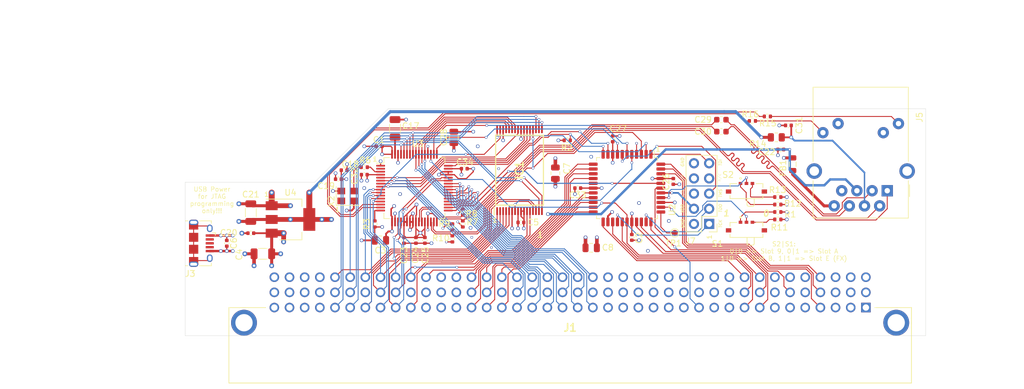
<source format=kicad_pcb>
(kicad_pcb (version 20171130) (host pcbnew 5.1.9+dfsg1-1~bpo10+1)
  (layers (0 F.Cu signal) (1 In1.Cu signal) (2 In2.Cu signal) (31 B.Cu signal) (34 B.Paste user) (35 F.Paste user) (36 B.SilkS user) (37 F.SilkS user) (38 B.Mask user) (39 F.Mask user) (44 Edge.Cuts user))
  (net 0 "")
  (net 1 GND)
  (net 2 +5V)
  (net 3 A3)
  (net 4 A6)
  (net 5 A8)
  (net 6 A11)
  (net 7 A14)
  (net 8 A16)
  (net 9 D31)
  (net 10 D28)
  (net 11 D25)
  (net 12 D23)
  (net 13 D20)
  (net 14 D17)
  (net 15 A1)
  (net 16 A4)
  (net 17 A9)
  (net 18 A12)
  (net 19 D30)
  (net 20 D27)
  (net 21 D22)
  (net 22 D19)
  (net 23 A2)
  (net 24 A5)
  (net 25 A7)
  (net 26 A10)
  (net 27 A13)
  (net 28 D29)
  (net 29 D26)
  (net 30 D24)
  (net 31 D21)
  (net 32 D18)
  (net 33 D16)
  (net 34 +3V3)
  (net 35 TPIN-)
  (net 36 TPIN+)
  (net 37 TPOUT-)
  (net 38 TPOUT+)
  (net 39 "Net-(R6-Pad2)")
  (net 40 CLK_25_000)
  (net 41 ETH_~INT)
  (net 42 ~IRQ3)
  (net 43 ~IRQ2)
  (net 44 /eth_conn/RCT)
  (net 45 /eth_conn/RD+)
  (net 46 /eth_conn/RD-)
  (net 47 /eth_conn/ETH_3V3)
  (net 48 Earth)
  (net 49 LEDA)
  (net 50 LEDB)
  (net 51 A0)
  (net 52 A15)
  (net 53 A24)
  (net 54 A27)
  (net 55 A30)
  (net 56 ~AS)
  (net 57 A25)
  (net 58 A28)
  (net 59 SIZ0)
  (net 60 ~DSACK0)
  (net 61 ~DS)
  (net 62 A26)
  (net 63 A29)
  (net 64 A31)
  (net 65 SIZ1)
  (net 66 ~DSACK1)
  (net 67 JTAG_TDI)
  (net 68 JTAG_TDO)
  (net 69 JTAG_TCK)
  (net 70 JTAG_TMS)
  (net 71 ~ROM_OE)
  (net 72 ETH_CS)
  (net 73 ETH_CLKOUT)
  (net 74 ~IRQ1)
  (net 75 ~RESET)
  (net 76 JTAG_VDD)
  (net 77 ETH_B1SEL)
  (net 78 ETH_B0SEL)
  (net 79 ~ROM_WE)
  (net 80 "Net-(R1-Pad1)")
  (net 81 "Net-(R11-Pad1)")
  (net 82 "Net-(R12-Pad1)")
  (net 83 "Net-(R13-Pad1)")
  (net 84 ~SLOTID_0)
  (net 85 ~SLOTID_1)
  (net 86 "Net-(J5-Pad13)")
  (net 87 "Net-(J5-PadL4)")
  (net 88 "Net-(J5-PadL1)")
  (net 89 ~RW)
  (net 90 /Ethernet/VCAP)
  (net 91 "Net-(J3-Pad6)")
  (net 92 /Ethernet/RBIAS)
  (net 93 /Ethernet/TP34)
  (module For_SeeedStudio:SW_SSAJ110100 (layer F.Cu) (at 180 130.5)
    (fp_text reference S2 (at -3.08 -2.73) (layer F.SilkS))
    (fp_text value SSAJ110100)
    (pad None np_thru_hole circle (at 1.5 0) (size 0.8 0.8) (drill 0.8) (layers *.Cu *.Mask))
    (pad None np_thru_hole circle (at -1.5 0) (size 0.8 0.8) (drill 0.8) (layers *.Cu *.Mask))
    (pad S2 smd rect (at -3 0.075) (size 0.9 0.7) (layers F.Cu F.Paste F.Mask))
    (pad S1 smd rect (at 3 0.075) (size 0.9 0.7) (layers F.Cu F.Paste F.Mask))
    (pad 1 smd rect (at -1 -1.28) (size 0.6 0.51) (layers F.Cu F.Paste F.Mask) (net 82 "Net-(R12-Pad1)"))
    (pad C smd rect (at 0 -1.28) (size 0.6 0.51) (layers F.Cu F.Paste F.Mask) (net 85 ~SLOTID_1))
    (pad 2 smd rect (at 1 -1.28) (size 0.6 0.51) (layers F.Cu F.Paste F.Mask) (net 83 "Net-(R13-Pad1)"))
  )
  (module For_SeeedStudio:SW_SSAJ110100 (layer F.Cu) (at 180 137)
    (fp_text reference S1 (at -4.86 2.33) (layer F.SilkS))
    (fp_text value SSAJ110100)
    (pad None np_thru_hole circle (at 1.5 0) (size 0.8 0.8) (drill 0.8) (layers *.Cu *.Mask))
    (pad None np_thru_hole circle (at -1.5 0) (size 0.8 0.8) (drill 0.8) (layers *.Cu *.Mask))
    (pad S2 smd rect (at -3 0.075) (size 0.9 0.7) (layers F.Cu F.Paste F.Mask))
    (pad S1 smd rect (at 3 0.075) (size 0.9 0.7) (layers F.Cu F.Paste F.Mask))
    (pad 1 smd rect (at -1 -1.28) (size 0.6 0.51) (layers F.Cu F.Paste F.Mask) (net 80 "Net-(R1-Pad1)"))
    (pad C smd rect (at 0 -1.28) (size 0.6 0.51) (layers F.Cu F.Paste F.Mask) (net 84 ~SLOTID_0))
    (pad 2 smd rect (at 1 -1.28) (size 0.6 0.51) (layers F.Cu F.Paste F.Mask) (net 81 "Net-(R11-Pad1)"))
  )
  (module For_SeeedStudio:SOP50P1400X120-32N (layer F.Cu) (at 142 127 90)
    (fp_text reference IC1 (at 0 0 90) (layer F.SilkS) (effects (font (size 1.27 1.27) (thickness 0.254))))
    (fp_text value SST39SF010A-70-4C-WHE hide)
    (pad 32 smd rect (at 6.85 -3.75 180) (size 0.3 1.3) (layers F.Cu F.Paste F.Mask) (net 71 ~ROM_OE))
    (pad 31 smd rect (at 6.85 -3.25 180) (size 0.3 1.3) (layers F.Cu F.Paste F.Mask) (net 26 A10))
    (pad 30 smd rect (at 6.85 -2.75 180) (size 0.3 1.3) (layers F.Cu F.Paste F.Mask) (net 1 GND))
    (pad 29 smd rect (at 6.85 -2.25 180) (size 0.3 1.3) (layers F.Cu F.Paste F.Mask) (net 30 D24))
    (pad 28 smd rect (at 6.85 -1.75 180) (size 0.3 1.3) (layers F.Cu F.Paste F.Mask) (net 11 D25))
    (pad 27 smd rect (at 6.85 -1.25 180) (size 0.3 1.3) (layers F.Cu F.Paste F.Mask) (net 29 D26))
    (pad 26 smd rect (at 6.85 -0.75 180) (size 0.3 1.3) (layers F.Cu F.Paste F.Mask) (net 20 D27))
    (pad 25 smd rect (at 6.85 -0.25 180) (size 0.3 1.3) (layers F.Cu F.Paste F.Mask) (net 10 D28))
    (pad 24 smd rect (at 6.85 0.25 180) (size 0.3 1.3) (layers F.Cu F.Paste F.Mask) (net 1 GND))
    (pad 23 smd rect (at 6.85 0.75 180) (size 0.3 1.3) (layers F.Cu F.Paste F.Mask) (net 28 D29))
    (pad 22 smd rect (at 6.85 1.25 180) (size 0.3 1.3) (layers F.Cu F.Paste F.Mask) (net 19 D30))
    (pad 21 smd rect (at 6.85 1.75 180) (size 0.3 1.3) (layers F.Cu F.Paste F.Mask) (net 9 D31))
    (pad 20 smd rect (at 6.85 2.25 180) (size 0.3 1.3) (layers F.Cu F.Paste F.Mask) (net 51 A0))
    (pad 19 smd rect (at 6.85 2.75 180) (size 0.3 1.3) (layers F.Cu F.Paste F.Mask) (net 15 A1))
    (pad 18 smd rect (at 6.85 3.25 180) (size 0.3 1.3) (layers F.Cu F.Paste F.Mask) (net 23 A2))
    (pad 17 smd rect (at 6.85 3.75 180) (size 0.3 1.3) (layers F.Cu F.Paste F.Mask) (net 3 A3))
    (pad 16 smd rect (at -6.85 3.75 180) (size 0.3 1.3) (layers F.Cu F.Paste F.Mask) (net 16 A4))
    (pad 15 smd rect (at -6.85 3.25 180) (size 0.3 1.3) (layers F.Cu F.Paste F.Mask) (net 24 A5))
    (pad 14 smd rect (at -6.85 2.75 180) (size 0.3 1.3) (layers F.Cu F.Paste F.Mask) (net 4 A6))
    (pad 13 smd rect (at -6.85 2.25 180) (size 0.3 1.3) (layers F.Cu F.Paste F.Mask) (net 25 A7))
    (pad 12 smd rect (at -6.85 1.75 180) (size 0.3 1.3) (layers F.Cu F.Paste F.Mask) (net 18 A12))
    (pad 11 smd rect (at -6.85 1.25 180) (size 0.3 1.3) (layers F.Cu F.Paste F.Mask) (net 52 A15))
    (pad 10 smd rect (at -6.85 0.75 180) (size 0.3 1.3) (layers F.Cu F.Paste F.Mask) (net 1 GND))
    (pad 9 smd rect (at -6.85 0.25 180) (size 0.3 1.3) (layers F.Cu F.Paste F.Mask) (net 1 GND))
    (pad 8 smd rect (at -6.85 -0.25 180) (size 0.3 1.3) (layers F.Cu F.Paste F.Mask) (net 2 +5V))
    (pad 7 smd rect (at -6.85 -0.75 180) (size 0.3 1.3) (layers F.Cu F.Paste F.Mask) (net 79 ~ROM_WE))
    (pad 6 smd rect (at -6.85 -1.25 180) (size 0.3 1.3) (layers F.Cu F.Paste F.Mask) (net 1 GND))
    (pad 5 smd rect (at -6.85 -1.75 180) (size 0.3 1.3) (layers F.Cu F.Paste F.Mask) (net 7 A14))
    (pad 4 smd rect (at -6.85 -2.25 180) (size 0.3 1.3) (layers F.Cu F.Paste F.Mask) (net 27 A13))
    (pad 3 smd rect (at -6.85 -2.75 180) (size 0.3 1.3) (layers F.Cu F.Paste F.Mask) (net 5 A8))
    (pad 2 smd rect (at -6.85 -3.25 180) (size 0.3 1.3) (layers F.Cu F.Paste F.Mask) (net 17 A9))
    (pad 1 smd rect (at -6.85 -3.75 180) (size 0.3 1.3) (layers F.Cu F.Paste F.Mask) (net 6 A11))
  )
  (module TestPoint:TestPoint_Pad_D1.0mm (layer F.Cu) (at 168 137.5)
    (fp_text reference TP1 (at -0.21 1.74 180) (layer F.SilkS))
    (fp_text value TestPoint)
    (pad 1 smd circle (at 0 0) (size 1 1) (layers F.Cu F.Mask) (net 93 /Ethernet/TP34))
  )
  (module Capacitor_SMD:C_0402_1005Metric (layer F.Cu) (at 92.975 139.239404 270)
    (fp_text reference C6 (at 0 -1.16 90) (layer F.SilkS))
    (fp_text value "100nF 0402")
    (pad 2 smd roundrect (at 0.48 0 270) (size 0.56 0.62) (layers F.Cu F.Paste F.Mask) (net 1 GND))
    (pad 1 smd roundrect (at -0.48 0 270) (size 0.56 0.62) (layers F.Cu F.Paste F.Mask) (net 2 +5V))
  )
  (module Connector_USB:USB_Micro-B_Amphenol_10118194_Horizontal (layer F.Cu) (at 88.725 139.239404 270)
    (fp_text reference J3 (at 5.09 1.87 180) (layer F.SilkS))
    (fp_text value USB_B_Micro)
    (pad 6 thru_hole oval (at 3.5 1.3 270) (size 0.89 1.55) (drill oval 0.5 1.15) (layers *.Cu *.Mask) (net 91 "Net-(J3-Pad6)"))
    (pad 6 thru_hole oval (at -3.5 1.3 270) (size 0.89 1.55) (drill oval 0.5 1.15) (layers *.Cu *.Mask) (net 91 "Net-(J3-Pad6)"))
    (pad 6 smd rect (at 2.9 1.3 270) (size 1.2 1.55) (layers F.Cu F.Paste F.Mask) (net 91 "Net-(J3-Pad6)"))
    (pad 6 smd rect (at -2.9 1.3 270) (size 1.2 1.55) (layers F.Cu F.Paste F.Mask) (net 91 "Net-(J3-Pad6)"))
    (pad 6 smd rect (at 1 1.3 270) (size 1.5 1.55) (layers F.Cu F.Paste F.Mask) (net 91 "Net-(J3-Pad6)"))
    (pad 6 smd rect (at -1 1.3 270) (size 1.5 1.55) (layers F.Cu F.Paste F.Mask) (net 91 "Net-(J3-Pad6)"))
    (pad 6 thru_hole oval (at 2.5 -1.4 270) (size 1.25 0.95) (drill oval 0.85 0.55) (layers *.Cu *.Mask) (net 91 "Net-(J3-Pad6)"))
    (pad 6 thru_hole oval (at -2.5 -1.4 270) (size 1.25 0.95) (drill oval 0.85 0.55) (layers *.Cu *.Mask) (net 91 "Net-(J3-Pad6)"))
    (pad 5 smd rect (at 1.3 -1.4 270) (size 0.4 1.35) (layers F.Cu F.Paste F.Mask) (net 1 GND))
    (pad 4 smd rect (at 0.65 -1.4 270) (size 0.4 1.35) (layers F.Cu F.Paste F.Mask))
    (pad 3 smd rect (at 0 -1.4 270) (size 0.4 1.35) (layers F.Cu F.Paste F.Mask))
    (pad 2 smd rect (at -0.65 -1.4 270) (size 0.4 1.35) (layers F.Cu F.Paste F.Mask))
    (pad 1 smd rect (at -1.3 -1.4 270) (size 0.4 1.35) (layers F.Cu F.Paste F.Mask) (net 2 +5V))
  )
  (module Capacitor_SMD:C_0805_2012Metric (layer F.Cu) (at 118.7 138.75 180)
    (fp_text reference C3 (at 0 -1.68) (layer F.SilkS))
    (fp_text value "1uF 0805")
    (pad 2 smd roundrect (at 0.95 0 180) (size 1 1.45) (layers F.Cu F.Paste F.Mask) (net 1 GND))
    (pad 1 smd roundrect (at -0.95 0 180) (size 1 1.45) (layers F.Cu F.Paste F.Mask) (net 34 +3V3))
  )
  (module Capacitor_SMD:C_0603_1608Metric (layer F.Cu) (at 175.8 120.54 180)
    (fp_text reference C30 (at 3.07 0.01) (layer F.SilkS))
    (fp_text value "6.8nF 10% 0603")
    (pad 2 smd roundrect (at 0.775 0 180) (size 0.9 0.95) (layers F.Cu F.Paste F.Mask) (net 35 TPIN-))
    (pad 1 smd roundrect (at -0.775 0 180) (size 0.9 0.95) (layers F.Cu F.Paste F.Mask) (net 46 /eth_conn/RD-))
  )
  (module Capacitor_SMD:C_0603_1608Metric (layer F.Cu) (at 175.8 118.54 180)
    (fp_text reference C29 (at 3.06 0.01) (layer F.SilkS))
    (fp_text value "6.8nF 10% 0603")
    (pad 2 smd roundrect (at 0.775 0 180) (size 0.9 0.95) (layers F.Cu F.Paste F.Mask) (net 36 TPIN+))
    (pad 1 smd roundrect (at -0.775 0 180) (size 0.9 0.95) (layers F.Cu F.Paste F.Mask) (net 45 /eth_conn/RD+))
  )
  (module Connector_PinHeader_2.54mm:PinHeader_2x05_P2.54mm_Vertical (layer F.Cu) (at 173.75 136 180)
    (fp_text reference J7 (at 3.13 -2.87) (layer F.SilkS))
    (fp_text value AVR-JTAG-10)
    (pad 10 thru_hole oval (at 2.54 10.16 180) (size 1.7 1.7) (drill 1) (layers *.Cu *.Mask) (net 1 GND))
    (pad 9 thru_hole oval (at 0 10.16 180) (size 1.7 1.7) (drill 1) (layers *.Cu *.Mask) (net 67 JTAG_TDI))
    (pad 8 thru_hole oval (at 2.54 7.62 180) (size 1.7 1.7) (drill 1) (layers *.Cu *.Mask))
    (pad 7 thru_hole oval (at 0 7.62 180) (size 1.7 1.7) (drill 1) (layers *.Cu *.Mask))
    (pad 6 thru_hole oval (at 2.54 5.08 180) (size 1.7 1.7) (drill 1) (layers *.Cu *.Mask))
    (pad 5 thru_hole oval (at 0 5.08 180) (size 1.7 1.7) (drill 1) (layers *.Cu *.Mask) (net 70 JTAG_TMS))
    (pad 4 thru_hole oval (at 2.54 2.54 180) (size 1.7 1.7) (drill 1) (layers *.Cu *.Mask) (net 76 JTAG_VDD))
    (pad 3 thru_hole oval (at 0 2.54 180) (size 1.7 1.7) (drill 1) (layers *.Cu *.Mask) (net 68 JTAG_TDO))
    (pad 2 thru_hole oval (at 2.54 0 180) (size 1.7 1.7) (drill 1) (layers *.Cu *.Mask) (net 1 GND))
    (pad 1 thru_hole rect (at 0 0 180) (size 1.7 1.7) (drill 1) (layers *.Cu *.Mask) (net 69 JTAG_TCK))
  )
  (module Resistor_SMD:R_0402_1005Metric (layer F.Cu) (at 181 118.75 180)
    (fp_text reference R16 (at 0.35 1.13) (layer F.SilkS))
    (fp_text value "510 0402")
    (pad 2 smd roundrect (at 0.51 0 180) (size 0.54 0.64) (layers F.Cu F.Paste F.Mask) (net 50 LEDB))
    (pad 1 smd roundrect (at -0.51 0 180) (size 0.54 0.64) (layers F.Cu F.Paste F.Mask) (net 88 "Net-(J5-PadL1)"))
  )
  (module Resistor_SMD:R_0402_1005Metric (layer F.Cu) (at 183.5 118 180)
    (fp_text reference R15 (at -0.07 -1.14) (layer F.SilkS))
    (fp_text value "510 0402")
    (pad 2 smd roundrect (at 0.51 0 180) (size 0.54 0.64) (layers F.Cu F.Paste F.Mask) (net 49 LEDA))
    (pad 1 smd roundrect (at -0.51 0 180) (size 0.54 0.64) (layers F.Cu F.Paste F.Mask) (net 87 "Net-(J5-PadL4)"))
  )
  (module Connector_RJ:RJ45_Amphenol_RJMG1BD3B8K1ANR (layer F.Cu) (at 203.575893 130.435893 180)
    (fp_text reference J5 (at -5.404107 12.285893 270) (layer F.SilkS))
    (fp_text value RJ45_Amphenol_RJMG1BD3B8K1ANR)
    (pad "" np_thru_hole circle (at 10.16 6.34 180) (size 3.25 3.25) (drill 3.25) (layers *.Cu *.Mask))
    (pad "" np_thru_hole circle (at -1.27 6.34 180) (size 3.25 3.25) (drill 3.25) (layers *.Cu *.Mask))
    (pad 13 thru_hole circle (at 12.22 3.29 180) (size 2.6 2.6) (drill 1.6) (layers *.Cu *.Mask) (net 86 "Net-(J5-Pad13)"))
    (pad 13 thru_hole circle (at -3.33 3.29 180) (size 2.6 2.6) (drill 1.6) (layers *.Cu *.Mask) (net 86 "Net-(J5-Pad13)"))
    (pad L4 thru_hole circle (at -1.88 11.24 180) (size 1.89 1.89) (drill 0.89) (layers *.Cu *.Mask) (net 87 "Net-(J5-PadL4)"))
    (pad L3 thru_hole circle (at 0.66 9.72 180) (size 1.89 1.89) (drill 0.89) (layers *.Cu *.Mask) (net 1 GND))
    (pad L2 thru_hole circle (at 8.23 11.24 180) (size 1.89 1.89) (drill 0.89) (layers *.Cu *.Mask) (net 1 GND))
    (pad L1 thru_hole circle (at 10.77 9.72 180) (size 1.89 1.89) (drill 0.89) (layers *.Cu *.Mask) (net 88 "Net-(J5-PadL1)"))
    (pad R8 thru_hole circle (at 8.89 -2.54 180) (size 1.9 1.9) (drill 0.9) (layers *.Cu *.Mask) (net 48 Earth))
    (pad R7 thru_hole circle (at 7.62 0 180) (size 1.9 1.9) (drill 0.9) (layers *.Cu *.Mask))
    (pad R6 thru_hole circle (at 6.35 -2.54 180) (size 1.9 1.9) (drill 0.9) (layers *.Cu *.Mask) (net 46 /eth_conn/RD-))
    (pad R5 thru_hole circle (at 5.08 0 180) (size 1.9 1.9) (drill 0.9) (layers *.Cu *.Mask) (net 44 /eth_conn/RCT))
    (pad R4 thru_hole circle (at 3.81 -2.54 180) (size 1.9 1.9) (drill 0.9) (layers *.Cu *.Mask) (net 47 /eth_conn/ETH_3V3))
    (pad R3 thru_hole circle (at 2.54 0 180) (size 1.9 1.9) (drill 0.9) (layers *.Cu *.Mask) (net 45 /eth_conn/RD+))
    (pad R2 thru_hole circle (at 1.27 -2.54 180) (size 1.9 1.9) (drill 0.9) (layers *.Cu *.Mask) (net 37 TPOUT-))
    (pad R1 thru_hole rect (at 0 0 180) (size 1.9 1.9) (drill 0.9) (layers *.Cu *.Mask) (net 38 TPOUT+))
  )
  (module Resistor_SMD:R_0402_1005Metric (layer F.Cu) (at 185.25 131.5)
    (fp_text reference R13 (at -0.03 -1.2) (layer F.SilkS))
    (fp_text value 10k)
    (pad 2 smd roundrect (at 0.51 0) (size 0.54 0.64) (layers F.Cu F.Paste F.Mask) (net 1 GND))
    (pad 1 smd roundrect (at -0.51 0) (size 0.54 0.64) (layers F.Cu F.Paste F.Mask) (net 83 "Net-(R13-Pad1)"))
  )
  (module Resistor_SMD:R_0402_1005Metric (layer F.Cu) (at 185.25 132.75)
    (fp_text reference R12 (at 2.5 -0.16) (layer F.SilkS))
    (fp_text value 10k)
    (pad 2 smd roundrect (at 0.51 0) (size 0.54 0.64) (layers F.Cu F.Paste F.Mask) (net 2 +5V))
    (pad 1 smd roundrect (at -0.51 0) (size 0.54 0.64) (layers F.Cu F.Paste F.Mask) (net 82 "Net-(R12-Pad1)"))
  )
  (module Resistor_SMD:R_0402_1005Metric (layer F.Cu) (at 185.25 135.25)
    (fp_text reference R11 (at 0.27 1.33) (layer F.SilkS))
    (fp_text value 10k)
    (pad 2 smd roundrect (at 0.51 0) (size 0.54 0.64) (layers F.Cu F.Paste F.Mask) (net 1 GND))
    (pad 1 smd roundrect (at -0.51 0) (size 0.54 0.64) (layers F.Cu F.Paste F.Mask) (net 81 "Net-(R11-Pad1)"))
  )
  (module Resistor_SMD:R_0402_1005Metric (layer F.Cu) (at 185.25 134)
    (fp_text reference R1 (at 2.09 0.4) (layer F.SilkS))
    (fp_text value 10k)
    (pad 2 smd roundrect (at 0.51 0) (size 0.54 0.64) (layers F.Cu F.Paste F.Mask) (net 2 +5V))
    (pad 1 smd roundrect (at -0.51 0) (size 0.54 0.64) (layers F.Cu F.Paste F.Mask) (net 80 "Net-(R1-Pad1)"))
  )
  (module Capacitor_SMD:C_0805_2012Metric (layer F.Cu) (at 154 140)
    (fp_text reference C8 (at 2.79 -0.05) (layer F.SilkS))
    (fp_text value "1uF 0805")
    (pad 2 smd roundrect (at 0.95 0) (size 1 1.45) (layers F.Cu F.Paste F.Mask) (net 1 GND))
    (pad 1 smd roundrect (at -0.95 0) (size 1 1.45) (layers F.Cu F.Paste F.Mask) (net 2 +5V))
  )
  (module Capacitor_SMD:C_0805_2012Metric (layer F.Cu) (at 148 127.5 90)
    (fp_text reference C7 (at 0.78 1.92 90) (layer F.SilkS))
    (fp_text value "1uF 0805")
    (pad 2 smd roundrect (at 0.95 0 90) (size 1 1.45) (layers F.Cu F.Paste F.Mask) (net 1 GND))
    (pad 1 smd roundrect (at -0.95 0 90) (size 1 1.45) (layers F.Cu F.Paste F.Mask) (net 2 +5V))
  )
  (module Capacitor_SMD:C_0805_2012Metric (layer F.Cu) (at 131 121.5 90)
    (fp_text reference C28 (at 0 -1.68 90) (layer F.SilkS))
    (fp_text value "1uF 0805")
    (pad 2 smd roundrect (at 0.95 0 90) (size 1 1.45) (layers F.Cu F.Paste F.Mask) (net 1 GND))
    (pad 1 smd roundrect (at -0.95 0 90) (size 1 1.45) (layers F.Cu F.Paste F.Mask) (net 34 +3V3))
  )
  (module Capacitor_SMD:C_1206_3216Metric (layer F.Cu) (at 121.15 120 90)
    (fp_text reference C17 (at 0.41 2.63 180) (layer F.SilkS))
    (fp_text value "10uF 1206")
    (pad 2 smd roundrect (at 1.475 0 90) (size 1.15 1.8) (layers F.Cu F.Paste F.Mask) (roundrect_rratio 0.2173904347826087) (net 1 GND))
    (pad 1 smd roundrect (at -1.475 0 90) (size 1.15 1.8) (layers F.Cu F.Paste F.Mask) (roundrect_rratio 0.2173904347826087) (net 90 /Ethernet/VCAP))
  )
  (module Capacitor_SMD:C_1206_3216Metric (layer F.Cu) (at 99.019 141 180)
    (fp_text reference C4 (at 3.979 -0.13 90) (layer F.SilkS))
    (fp_text value "10uF 1206")
    (pad 2 smd roundrect (at 1.475 0 180) (size 1.15 1.8) (layers F.Cu F.Paste F.Mask) (roundrect_rratio 0.2173904347826087) (net 1 GND))
    (pad 1 smd roundrect (at -1.475 0 180) (size 1.15 1.8) (layers F.Cu F.Paste F.Mask) (roundrect_rratio 0.2173904347826087) (net 2 +5V))
  )
  (module Capacitor_SMD:C_1206_3216Metric (layer F.Cu) (at 97 134.1 90)
    (fp_text reference C21 (at 3.04 0 180) (layer F.SilkS))
    (fp_text value "10uF 1206")
    (pad 2 smd roundrect (at 1.475 0 90) (size 1.15 1.8) (layers F.Cu F.Paste F.Mask) (roundrect_rratio 0.2173904347826087) (net 1 GND))
    (pad 1 smd roundrect (at -1.475 0 90) (size 1.15 1.8) (layers F.Cu F.Paste F.Mask) (roundrect_rratio 0.2173904347826087) (net 34 +3V3))
  )
  (module Capacitor_SMD:C_0402_1005Metric (layer F.Cu) (at 142.23 135.75)
    (fp_text reference C5 (at 2.05 -0.02) (layer F.SilkS))
    (fp_text value "100nF 0402")
    (pad 2 smd roundrect (at 0.48 0) (size 0.56 0.62) (layers F.Cu F.Paste F.Mask) (net 1 GND))
    (pad 1 smd roundrect (at -0.48 0) (size 0.56 0.62) (layers F.Cu F.Paste F.Mask) (net 2 +5V))
  )
  (module Capacitor_SMD:C_0402_1005Metric (layer F.Cu) (at 160.8 138.25 270)
    (fp_text reference C2 (at 0.1 -1.22 90) (layer F.SilkS))
    (fp_text value "100nF 0402")
    (pad 2 smd roundrect (at 0.48 0 270) (size 0.56 0.62) (layers F.Cu F.Paste F.Mask) (net 1 GND))
    (pad 1 smd roundrect (at -0.48 0 270) (size 0.56 0.62) (layers F.Cu F.Paste F.Mask) (net 2 +5V))
  )
  (module Package_QFP:LQFP-44_10x10mm_P0.8mm (layer F.Cu) (at 160 130 270)
    (fp_text reference U2 (at 3.65 -7.56 90) (layer F.SilkS))
    (fp_text value ATF1502ASL-25AU44)
    (pad 44 smd roundrect (at -4 -5.6625 270) (size 0.55 1.475) (layers F.Cu F.Paste F.Mask) (net 74 ~IRQ1))
    (pad 43 smd roundrect (at -3.2 -5.6625 270) (size 0.55 1.475) (layers F.Cu F.Paste F.Mask) (net 43 ~IRQ2))
    (pad 42 smd roundrect (at -2.4 -5.6625 270) (size 0.55 1.475) (layers F.Cu F.Paste F.Mask) (net 42 ~IRQ3))
    (pad 41 smd roundrect (at -1.6 -5.6625 270) (size 0.55 1.475) (layers F.Cu F.Paste F.Mask) (net 2 +5V))
    (pad 40 smd roundrect (at -0.8 -5.6625 270) (size 0.55 1.475) (layers F.Cu F.Paste F.Mask) (net 73 ETH_CLKOUT))
    (pad 39 smd roundrect (at 0 -5.6625 270) (size 0.55 1.475) (layers F.Cu F.Paste F.Mask) (net 75 ~RESET))
    (pad 38 smd roundrect (at 0.8 -5.6625 270) (size 0.55 1.475) (layers F.Cu F.Paste F.Mask) (net 76 JTAG_VDD))
    (pad 37 smd roundrect (at 1.6 -5.6625 270) (size 0.55 1.475) (layers F.Cu F.Paste F.Mask) (net 85 ~SLOTID_1))
    (pad 36 smd roundrect (at 2.4 -5.6625 270) (size 0.55 1.475) (layers F.Cu F.Paste F.Mask) (net 1 GND))
    (pad 35 smd roundrect (at 3.2 -5.6625 270) (size 0.55 1.475) (layers F.Cu F.Paste F.Mask) (net 84 ~SLOTID_0))
    (pad 34 smd roundrect (at 4 -5.6625 270) (size 0.55 1.475) (layers F.Cu F.Paste F.Mask) (net 93 /Ethernet/TP34))
    (pad 33 smd roundrect (at 5.6625 -4 270) (size 1.475 0.55) (layers F.Cu F.Paste F.Mask) (net 61 ~DS))
    (pad 32 smd roundrect (at 5.6625 -3.2 270) (size 1.475 0.55) (layers F.Cu F.Paste F.Mask) (net 68 JTAG_TDO))
    (pad 31 smd roundrect (at 5.6625 -2.4 270) (size 1.475 0.55) (layers F.Cu F.Paste F.Mask) (net 66 ~DSACK1))
    (pad 30 smd roundrect (at 5.6625 -1.6 270) (size 1.475 0.55) (layers F.Cu F.Paste F.Mask) (net 60 ~DSACK0))
    (pad 29 smd roundrect (at 5.6625 -0.8 270) (size 1.475 0.55) (layers F.Cu F.Paste F.Mask) (net 2 +5V))
    (pad 28 smd roundrect (at 5.6625 0 270) (size 1.475 0.55) (layers F.Cu F.Paste F.Mask) (net 89 ~RW))
    (pad 27 smd roundrect (at 5.6625 0.8 270) (size 1.475 0.55) (layers F.Cu F.Paste F.Mask) (net 65 SIZ1))
    (pad 26 smd roundrect (at 5.6625 1.6 270) (size 1.475 0.55) (layers F.Cu F.Paste F.Mask) (net 69 JTAG_TCK))
    (pad 25 smd roundrect (at 5.6625 2.4 270) (size 1.475 0.55) (layers F.Cu F.Paste F.Mask) (net 59 SIZ0))
    (pad 24 smd roundrect (at 5.6625 3.2 270) (size 1.475 0.55) (layers F.Cu F.Paste F.Mask) (net 1 GND))
    (pad 23 smd roundrect (at 5.6625 4 270) (size 1.475 0.55) (layers F.Cu F.Paste F.Mask) (net 56 ~AS))
    (pad 22 smd roundrect (at 4 5.6625 270) (size 0.55 1.475) (layers F.Cu F.Paste F.Mask) (net 64 A31))
    (pad 21 smd roundrect (at 3.2 5.6625 270) (size 0.55 1.475) (layers F.Cu F.Paste F.Mask) (net 55 A30))
    (pad 20 smd roundrect (at 2.4 5.6625 270) (size 0.55 1.475) (layers F.Cu F.Paste F.Mask) (net 63 A29))
    (pad 19 smd roundrect (at 1.6 5.6625 270) (size 0.55 1.475) (layers F.Cu F.Paste F.Mask) (net 58 A28))
    (pad 18 smd roundrect (at 0.8 5.6625 270) (size 0.55 1.475) (layers F.Cu F.Paste F.Mask) (net 54 A27))
    (pad 17 smd roundrect (at 0 5.6625 270) (size 0.55 1.475) (layers F.Cu F.Paste F.Mask) (net 2 +5V))
    (pad 16 smd roundrect (at -0.8 5.6625 270) (size 0.55 1.475) (layers F.Cu F.Paste F.Mask) (net 1 GND))
    (pad 15 smd roundrect (at -1.6 5.6625 270) (size 0.55 1.475) (layers F.Cu F.Paste F.Mask) (net 62 A26))
    (pad 14 smd roundrect (at -2.4 5.6625 270) (size 0.55 1.475) (layers F.Cu F.Paste F.Mask) (net 57 A25))
    (pad 13 smd roundrect (at -3.2 5.6625 270) (size 0.55 1.475) (layers F.Cu F.Paste F.Mask) (net 53 A24))
    (pad 12 smd roundrect (at -4 5.6625 270) (size 0.55 1.475) (layers F.Cu F.Paste F.Mask) (net 8 A16))
    (pad 11 smd roundrect (at -5.6625 4 270) (size 1.475 0.55) (layers F.Cu F.Paste F.Mask) (net 41 ETH_~INT))
    (pad 10 smd roundrect (at -5.6625 3.2 270) (size 1.475 0.55) (layers F.Cu F.Paste F.Mask) (net 77 ETH_B1SEL))
    (pad 9 smd roundrect (at -5.6625 2.4 270) (size 1.475 0.55) (layers F.Cu F.Paste F.Mask) (net 2 +5V))
    (pad 8 smd roundrect (at -5.6625 1.6 270) (size 1.475 0.55) (layers F.Cu F.Paste F.Mask) (net 72 ETH_CS))
    (pad 7 smd roundrect (at -5.6625 0.8 270) (size 1.475 0.55) (layers F.Cu F.Paste F.Mask) (net 70 JTAG_TMS))
    (pad 6 smd roundrect (at -5.6625 0 270) (size 1.475 0.55) (layers F.Cu F.Paste F.Mask) (net 78 ETH_B0SEL))
    (pad 5 smd roundrect (at -5.6625 -0.8 270) (size 1.475 0.55) (layers F.Cu F.Paste F.Mask) (net 79 ~ROM_WE))
    (pad 4 smd roundrect (at -5.6625 -1.6 270) (size 1.475 0.55) (layers F.Cu F.Paste F.Mask) (net 1 GND))
    (pad 3 smd roundrect (at -5.6625 -2.4 270) (size 1.475 0.55) (layers F.Cu F.Paste F.Mask) (net 51 A0))
    (pad 2 smd roundrect (at -5.6625 -3.2 270) (size 1.475 0.55) (layers F.Cu F.Paste F.Mask) (net 71 ~ROM_OE))
    (pad 1 smd roundrect (at -5.6625 -4 270) (size 1.475 0.55) (layers F.Cu F.Paste F.Mask) (net 67 JTAG_TDI))
  )
  (module Package_QFP:TQFP-64_10x10mm_P0.5mm (layer F.Cu) (at 124.4 130)
    (fp_text reference U3 (at 0.57 -7.42) (layer F.SilkS))
    (fp_text value ENC624J600-I_PT)
    (pad 64 smd roundrect (at -3.75 -5.6625) (size 0.3 1.475) (layers F.Cu F.Paste F.Mask) (net 34 +3V3))
    (pad 63 smd roundrect (at -3.25 -5.6625) (size 0.3 1.475) (layers F.Cu F.Paste F.Mask) (net 90 /Ethernet/VCAP))
    (pad 62 smd roundrect (at -2.75 -5.6625) (size 0.3 1.475) (layers F.Cu F.Paste F.Mask) (net 1 GND))
    (pad 61 smd roundrect (at -2.25 -5.6625) (size 0.3 1.475) (layers F.Cu F.Paste F.Mask) (net 24 A5))
    (pad 60 smd roundrect (at -1.75 -5.6625) (size 0.3 1.475) (layers F.Cu F.Paste F.Mask) (net 16 A4))
    (pad 59 smd roundrect (at -1.25 -5.6625) (size 0.3 1.475) (layers F.Cu F.Paste F.Mask) (net 3 A3))
    (pad 58 smd roundrect (at -0.75 -5.6625) (size 0.3 1.475) (layers F.Cu F.Paste F.Mask) (net 23 A2))
    (pad 57 smd roundrect (at -0.25 -5.6625) (size 0.3 1.475) (layers F.Cu F.Paste F.Mask) (net 15 A1))
    (pad 56 smd roundrect (at 0.25 -5.6625) (size 0.3 1.475) (layers F.Cu F.Paste F.Mask) (net 20 D27))
    (pad 55 smd roundrect (at 0.75 -5.6625) (size 0.3 1.475) (layers F.Cu F.Paste F.Mask) (net 29 D26))
    (pad 54 smd roundrect (at 1.25 -5.6625) (size 0.3 1.475) (layers F.Cu F.Paste F.Mask) (net 11 D25))
    (pad 53 smd roundrect (at 1.75 -5.6625) (size 0.3 1.475) (layers F.Cu F.Paste F.Mask) (net 30 D24))
    (pad 52 smd roundrect (at 2.25 -5.6625) (size 0.3 1.475) (layers F.Cu F.Paste F.Mask) (net 34 +3V3))
    (pad 51 smd roundrect (at 2.75 -5.6625) (size 0.3 1.475) (layers F.Cu F.Paste F.Mask) (net 89 ~RW))
    (pad 50 smd roundrect (at 3.25 -5.6625) (size 0.3 1.475) (layers F.Cu F.Paste F.Mask) (net 78 ETH_B0SEL))
    (pad 49 smd roundrect (at 3.75 -5.6625) (size 0.3 1.475) (layers F.Cu F.Paste F.Mask) (net 72 ETH_CS))
    (pad 48 smd roundrect (at 5.6625 -3.75) (size 1.475 0.3) (layers F.Cu F.Paste F.Mask) (net 77 ETH_B1SEL))
    (pad 47 smd roundrect (at 5.6625 -3.25) (size 1.475 0.3) (layers F.Cu F.Paste F.Mask) (net 34 +3V3))
    (pad 46 smd roundrect (at 5.6625 -2.75) (size 1.475 0.3) (layers F.Cu F.Paste F.Mask) (net 1 GND))
    (pad 45 smd roundrect (at 5.6625 -2.25) (size 1.475 0.3) (layers F.Cu F.Paste F.Mask) (net 1 GND))
    (pad 44 smd roundrect (at 5.6625 -1.75) (size 1.475 0.3) (layers F.Cu F.Paste F.Mask) (net 7 A14))
    (pad 43 smd roundrect (at 5.6625 -1.25) (size 1.475 0.3) (layers F.Cu F.Paste F.Mask) (net 27 A13))
    (pad 42 smd roundrect (at 5.6625 -0.75) (size 1.475 0.3) (layers F.Cu F.Paste F.Mask) (net 12 D23))
    (pad 41 smd roundrect (at 5.6625 -0.25) (size 1.475 0.3) (layers F.Cu F.Paste F.Mask) (net 21 D22))
    (pad 40 smd roundrect (at 5.6625 0.25) (size 1.475 0.3) (layers F.Cu F.Paste F.Mask) (net 31 D21))
    (pad 39 smd roundrect (at 5.6625 0.75) (size 1.475 0.3) (layers F.Cu F.Paste F.Mask) (net 13 D20))
    (pad 38 smd roundrect (at 5.6625 1.25) (size 1.475 0.3) (layers F.Cu F.Paste F.Mask) (net 22 D19))
    (pad 37 smd roundrect (at 5.6625 1.75) (size 1.475 0.3) (layers F.Cu F.Paste F.Mask) (net 32 D18))
    (pad 36 smd roundrect (at 5.6625 2.25) (size 1.475 0.3) (layers F.Cu F.Paste F.Mask) (net 14 D17))
    (pad 35 smd roundrect (at 5.6625 2.75) (size 1.475 0.3) (layers F.Cu F.Paste F.Mask) (net 33 D16))
    (pad 34 smd roundrect (at 5.6625 3.25) (size 1.475 0.3) (layers F.Cu F.Paste F.Mask) (net 41 ETH_~INT))
    (pad 33 smd roundrect (at 5.6625 3.75) (size 1.475 0.3) (layers F.Cu F.Paste F.Mask) (net 73 ETH_CLKOUT))
    (pad 32 smd roundrect (at 3.75 5.6625) (size 0.3 1.475) (layers F.Cu F.Paste F.Mask) (net 1 GND))
    (pad 31 smd roundrect (at 3.25 5.6625) (size 0.3 1.475) (layers F.Cu F.Paste F.Mask) (net 37 TPOUT-))
    (pad 30 smd roundrect (at 2.75 5.6625) (size 0.3 1.475) (layers F.Cu F.Paste F.Mask) (net 38 TPOUT+))
    (pad 29 smd roundrect (at 2.25 5.6625) (size 0.3 1.475) (layers F.Cu F.Paste F.Mask) (net 1 GND))
    (pad 28 smd roundrect (at 1.75 5.6625) (size 0.3 1.475) (layers F.Cu F.Paste F.Mask) (net 34 +3V3))
    (pad 27 smd roundrect (at 1.25 5.6625) (size 0.3 1.475) (layers F.Cu F.Paste F.Mask) (net 35 TPIN-))
    (pad 26 smd roundrect (at 0.75 5.6625) (size 0.3 1.475) (layers F.Cu F.Paste F.Mask) (net 36 TPIN+))
    (pad 25 smd roundrect (at 0.25 5.6625) (size 0.3 1.475) (layers F.Cu F.Paste F.Mask) (net 34 +3V3))
    (pad 24 smd roundrect (at -0.25 5.6625) (size 0.3 1.475) (layers F.Cu F.Paste F.Mask) (net 1 GND))
    (pad 23 smd roundrect (at -0.75 5.6625) (size 0.3 1.475) (layers F.Cu F.Paste F.Mask) (net 1 GND))
    (pad 22 smd roundrect (at -1.25 5.6625) (size 0.3 1.475) (layers F.Cu F.Paste F.Mask) (net 34 +3V3))
    (pad 21 smd roundrect (at -1.75 5.6625) (size 0.3 1.475) (layers F.Cu F.Paste F.Mask) (net 34 +3V3))
    (pad 20 smd roundrect (at -2.25 5.6625) (size 0.3 1.475) (layers F.Cu F.Paste F.Mask) (net 18 A12))
    (pad 19 smd roundrect (at -2.75 5.6625) (size 0.3 1.475) (layers F.Cu F.Paste F.Mask) (net 6 A11))
    (pad 18 smd roundrect (at -3.25 5.6625) (size 0.3 1.475) (layers F.Cu F.Paste F.Mask) (net 1 GND))
    (pad 17 smd roundrect (at -3.75 5.6625) (size 0.3 1.475) (layers F.Cu F.Paste F.Mask) (net 34 +3V3))
    (pad 16 smd roundrect (at -5.6625 3.75) (size 1.475 0.3) (layers F.Cu F.Paste F.Mask) (net 92 /Ethernet/RBIAS))
    (pad 15 smd roundrect (at -5.6625 3.25) (size 1.475 0.3) (layers F.Cu F.Paste F.Mask) (net 49 LEDA))
    (pad 14 smd roundrect (at -5.6625 2.75) (size 1.475 0.3) (layers F.Cu F.Paste F.Mask) (net 50 LEDB))
    (pad 13 smd roundrect (at -5.6625 2.25) (size 1.475 0.3) (layers F.Cu F.Paste F.Mask) (net 26 A10))
    (pad 12 smd roundrect (at -5.6625 1.75) (size 1.475 0.3) (layers F.Cu F.Paste F.Mask) (net 17 A9))
    (pad 11 smd roundrect (at -5.6625 1.25) (size 1.475 0.3) (layers F.Cu F.Paste F.Mask) (net 5 A8))
    (pad 10 smd roundrect (at -5.6625 0.75) (size 1.475 0.3) (layers F.Cu F.Paste F.Mask) (net 25 A7))
    (pad 9 smd roundrect (at -5.6625 0.25) (size 1.475 0.3) (layers F.Cu F.Paste F.Mask) (net 4 A6))
    (pad 8 smd roundrect (at -5.6625 -0.25) (size 1.475 0.3) (layers F.Cu F.Paste F.Mask) (net 9 D31))
    (pad 7 smd roundrect (at -5.6625 -0.75) (size 1.475 0.3) (layers F.Cu F.Paste F.Mask) (net 19 D30))
    (pad 6 smd roundrect (at -5.6625 -1.25) (size 1.475 0.3) (layers F.Cu F.Paste F.Mask) (net 28 D29))
    (pad 5 smd roundrect (at -5.6625 -1.75) (size 1.475 0.3) (layers F.Cu F.Paste F.Mask) (net 10 D28))
    (pad 4 smd roundrect (at -5.6625 -2.25) (size 1.475 0.3) (layers F.Cu F.Paste F.Mask) (net 34 +3V3))
    (pad 3 smd roundrect (at -5.6625 -2.75) (size 1.475 0.3) (layers F.Cu F.Paste F.Mask) (net 40 CLK_25_000))
    (pad 2 smd roundrect (at -5.6625 -3.25) (size 1.475 0.3) (layers F.Cu F.Paste F.Mask))
    (pad 1 smd roundrect (at -5.6625 -3.75) (size 1.475 0.3) (layers F.Cu F.Paste F.Mask) (net 1 GND))
  )
  (module Inductor_SMD:L_0805_2012Metric (layer F.Cu) (at 187.75 126 90)
    (fp_text reference FB1 (at -0.64 -1.63 90) (layer F.SilkS))
    (fp_text value Ferrite_Bead)
    (pad 2 smd roundrect (at 1.0625 0 90) (size 0.875 1.2) (layers F.Cu F.Paste F.Mask) (net 1 GND))
    (pad 1 smd roundrect (at -1.0625 0 90) (size 0.875 1.2) (layers F.Cu F.Paste F.Mask) (net 48 Earth))
  )
  (module Resistor_SMD:R_0402_1005Metric (layer F.Cu) (at 149.99 122 180)
    (fp_text reference R2 (at 0.07 -1.25) (layer F.SilkS))
    (fp_text value 100k)
    (pad 2 smd roundrect (at 0.51 0 180) (size 0.54 0.64) (layers F.Cu F.Paste F.Mask) (net 1 GND))
    (pad 1 smd roundrect (at -0.51 0 180) (size 0.54 0.64) (layers F.Cu F.Paste F.Mask) (net 41 ETH_~INT))
  )
  (module Capacitor_SMD:C_0402_1005Metric (layer F.Cu) (at 118.5 123 180)
    (fp_text reference C1 (at 0.06 1.09) (layer F.SilkS))
    (fp_text value "100nF 0402")
    (pad 2 smd roundrect (at 0.48 0 180) (size 0.56 0.62) (layers F.Cu F.Paste F.Mask) (net 1 GND))
    (pad 1 smd roundrect (at -0.48 0 180) (size 0.56 0.62) (layers F.Cu F.Paste F.Mask) (net 34 +3V3))
  )
  (module Capacitor_SMD:C_0402_1005Metric (layer F.Cu) (at 132.75 126.75)
    (fp_text reference C34 (at 0.11 -1.08) (layer F.SilkS))
    (fp_text value "100nF 0402")
    (pad 2 smd roundrect (at 0.48 0) (size 0.56 0.62) (layers F.Cu F.Paste F.Mask) (net 1 GND))
    (pad 1 smd roundrect (at -0.48 0) (size 0.56 0.62) (layers F.Cu F.Paste F.Mask) (net 34 +3V3))
  )
  (module Capacitor_SMD:C_0402_1005Metric (layer F.Cu) (at 151.75 130 180)
    (fp_text reference C33 (at 0 -1.16) (layer F.SilkS))
    (fp_text value "100nF 0402")
    (pad 2 smd roundrect (at 0.48 0 180) (size 0.56 0.62) (layers F.Cu F.Paste F.Mask) (net 1 GND))
    (pad 1 smd roundrect (at -0.48 0 180) (size 0.56 0.62) (layers F.Cu F.Paste F.Mask) (net 2 +5V))
  )
  (module Capacitor_SMD:C_0402_1005Metric (layer F.Cu) (at 116 127.75 180)
    (fp_text reference C32 (at 1.63 -0.22 90) (layer F.SilkS))
    (fp_text value "100nF 0402")
    (pad 2 smd roundrect (at 0.48 0 180) (size 0.56 0.62) (layers F.Cu F.Paste F.Mask) (net 1 GND))
    (pad 1 smd roundrect (at -0.48 0 180) (size 0.56 0.62) (layers F.Cu F.Paste F.Mask) (net 34 +3V3))
  )
  (module Resistor_SMD:R_0805_2012Metric (layer F.Cu) (at 185 121.5)
    (fp_text reference R14 (at -3.11 1.08 180) (layer F.SilkS))
    (fp_text value "10 1/12W 1%")
    (pad 2 smd roundrect (at 0.9125 0) (size 1.025 1.4) (layers F.Cu F.Paste F.Mask) (roundrect_rratio 0.2439014634146341) (net 47 /eth_conn/ETH_3V3))
    (pad 1 smd roundrect (at -0.9125 0) (size 1.025 1.4) (layers F.Cu F.Paste F.Mask) (roundrect_rratio 0.2439014634146341) (net 34 +3V3))
  )
  (module Capacitor_SMD:C_0402_1005Metric (layer F.Cu) (at 187.02 119.5 180)
    (fp_text reference C31 (at -1.8 0.02 90) (layer F.SilkS))
    (fp_text value "10nF 0402")
    (pad 2 smd roundrect (at 0.48 0 180) (size 0.56 0.62) (layers F.Cu F.Paste F.Mask) (net 1 GND))
    (pad 1 smd roundrect (at -0.48 0 180) (size 0.56 0.62) (layers F.Cu F.Paste F.Mask) (net 47 /eth_conn/ETH_3V3))
  )
  (module Capacitor_SMD:C_0402_1005Metric (layer F.Cu) (at 157.6 121.75 90)
    (fp_text reference C27 (at 1.69 0.91 180) (layer F.SilkS))
    (fp_text value "100nF 0402")
    (pad 2 smd roundrect (at 0.48 0 90) (size 0.56 0.62) (layers F.Cu F.Paste F.Mask) (net 1 GND))
    (pad 1 smd roundrect (at -0.48 0 90) (size 0.56 0.62) (layers F.Cu F.Paste F.Mask) (net 2 +5V))
  )
  (module Capacitor_SMD:C_0402_1005Metric (layer F.Cu) (at 167.75 128.88 270)
    (fp_text reference C26 (at 0.06 1.19 90) (layer F.SilkS))
    (fp_text value "100nF 0402")
    (pad 2 smd roundrect (at 0.48 0 270) (size 0.56 0.62) (layers F.Cu F.Paste F.Mask) (net 1 GND))
    (pad 1 smd roundrect (at -0.48 0 270) (size 0.56 0.62) (layers F.Cu F.Paste F.Mask) (net 2 +5V))
  )
  (module Capacitor_SMD:C_0402_1005Metric (layer F.Cu) (at 126.15 138.75 270)
    (fp_text reference C25 (at 2.5 -0.05 90) (layer F.SilkS))
    (fp_text value "100nF 0402")
    (pad 2 smd roundrect (at 0.48 0 270) (size 0.56 0.62) (layers F.Cu F.Paste F.Mask) (net 1 GND))
    (pad 1 smd roundrect (at -0.48 0 270) (size 0.56 0.62) (layers F.Cu F.Paste F.Mask) (net 34 +3V3))
  )
  (module Capacitor_SMD:C_0402_1005Metric (layer F.Cu) (at 124.65 138.75 270)
    (fp_text reference C24 (at 2.44 0.11 90) (layer F.SilkS))
    (fp_text value "100nF 0402")
    (pad 2 smd roundrect (at 0.48 0 270) (size 0.56 0.62) (layers F.Cu F.Paste F.Mask) (net 1 GND))
    (pad 1 smd roundrect (at -0.48 0 270) (size 0.56 0.62) (layers F.Cu F.Paste F.Mask) (net 34 +3V3))
  )
  (module Capacitor_SMD:C_0402_1005Metric (layer F.Cu) (at 122.65 138.75 270)
    (fp_text reference C23 (at 2.5 -0.01 90) (layer F.SilkS))
    (fp_text value "100nF 0402")
    (pad 2 smd roundrect (at 0.48 0 270) (size 0.56 0.62) (layers F.Cu F.Paste F.Mask) (net 1 GND))
    (pad 1 smd roundrect (at -0.48 0 270) (size 0.56 0.62) (layers F.Cu F.Paste F.Mask) (net 34 +3V3))
  )
  (module Oscillator:Oscillator_SMD_Abracon_ASE-4Pin_3.2x2.5mm (layer F.Cu) (at 113.2 131.315)
    (fp_text reference X2 (at -2.7 0.895 90) (layer F.SilkS))
    (fp_text value ASE-xxxMHz)
    (pad 4 smd rect (at -1.05 -0.825) (size 1.3 1.1) (layers F.Cu F.Paste F.Mask) (net 34 +3V3))
    (pad 3 smd rect (at 1.05 -0.825) (size 1.3 1.1) (layers F.Cu F.Paste F.Mask) (net 39 "Net-(R6-Pad2)"))
    (pad 2 smd rect (at 1.05 0.825) (size 1.3 1.1) (layers F.Cu F.Paste F.Mask) (net 1 GND))
    (pad 1 smd rect (at -1.05 0.825) (size 1.3 1.1) (layers F.Cu F.Paste F.Mask))
  )
  (module Package_TO_SOT_SMD:SOT-223-3_TabPin2 (layer F.Cu) (at 103.644 135.25)
    (fp_text reference U4 (at 0 -4.5) (layer F.SilkS))
    (fp_text value LD1117S33TR_SOT223)
    (pad 1 smd rect (at -3.15 -2.3) (size 2 1.5) (layers F.Cu F.Paste F.Mask) (net 1 GND))
    (pad 3 smd rect (at -3.15 2.3) (size 2 1.5) (layers F.Cu F.Paste F.Mask) (net 2 +5V))
    (pad 2 smd rect (at -3.15 0) (size 2 1.5) (layers F.Cu F.Paste F.Mask) (net 34 +3V3))
    (pad 2 smd rect (at 3.15 0) (size 2 3.8) (layers F.Cu F.Paste F.Mask) (net 34 +3V3))
  )
  (module Resistor_SMD:R_0402_1005Metric (layer F.Cu) (at 130.75 138.5 270)
    (fp_text reference R10 (at -0.13 1.92 180) (layer F.SilkS))
    (fp_text value 49.9)
    (pad 2 smd roundrect (at 0.51 0 270) (size 0.54 0.64) (layers F.Cu F.Paste F.Mask) (net 34 +3V3))
    (pad 1 smd roundrect (at -0.51 0 270) (size 0.54 0.64) (layers F.Cu F.Paste F.Mask) (net 38 TPOUT+))
  )
  (module Resistor_SMD:R_0402_1005Metric (layer F.Cu) (at 130.75 136.5 90)
    (fp_text reference R9 (at 0.55 -1.34 180) (layer F.SilkS))
    (fp_text value 49.9)
    (pad 2 smd roundrect (at 0.51 0 90) (size 0.54 0.64) (layers F.Cu F.Paste F.Mask) (net 34 +3V3))
    (pad 1 smd roundrect (at -0.51 0 90) (size 0.54 0.64) (layers F.Cu F.Paste F.Mask) (net 37 TPOUT-))
  )
  (module Resistor_SMD:R_0402_1005Metric (layer F.Cu) (at 132.5 134 90)
    (fp_text reference R8 (at -0.29 1.48 180) (layer F.SilkS))
    (fp_text value 49.9)
    (pad 2 smd roundrect (at 0.51 0 90) (size 0.54 0.64) (layers F.Cu F.Paste F.Mask) (net 44 /eth_conn/RCT))
    (pad 1 smd roundrect (at -0.51 0 90) (size 0.54 0.64) (layers F.Cu F.Paste F.Mask) (net 36 TPIN+))
  )
  (module Resistor_SMD:R_0402_1005Metric (layer F.Cu) (at 132.5 136 270)
    (fp_text reference R7 (at -0.32 -1.59 180) (layer F.SilkS))
    (fp_text value 49.9)
    (pad 2 smd roundrect (at 0.51 0 270) (size 0.54 0.64) (layers F.Cu F.Paste F.Mask) (net 44 /eth_conn/RCT))
    (pad 1 smd roundrect (at -0.51 0 270) (size 0.54 0.64) (layers F.Cu F.Paste F.Mask) (net 35 TPIN-))
  )
  (module Resistor_SMD:R_0402_1005Metric (layer F.Cu) (at 116 126.5 180)
    (fp_text reference R6 (at -0.16 1.15) (layer F.SilkS))
    (fp_text value 27)
    (pad 2 smd roundrect (at 0.51 0 180) (size 0.54 0.64) (layers F.Cu F.Paste F.Mask) (net 39 "Net-(R6-Pad2)"))
    (pad 1 smd roundrect (at -0.51 0 180) (size 0.54 0.64) (layers F.Cu F.Paste F.Mask) (net 40 CLK_25_000))
  )
  (module Resistor_SMD:R_0402_1005Metric (layer F.Cu) (at 117.75 136 270)
    (fp_text reference R3 (at 0.02 1.32 90) (layer F.SilkS))
    (fp_text value "12.4k 1%")
    (pad 2 smd roundrect (at 0.51 0 270) (size 0.54 0.64) (layers F.Cu F.Paste F.Mask) (net 1 GND))
    (pad 1 smd roundrect (at -0.51 0 270) (size 0.54 0.64) (layers F.Cu F.Paste F.Mask) (net 92 /Ethernet/RBIAS))
  )
  (module Capacitor_SMD:C_0402_1005Metric (layer F.Cu) (at 185.75 123.53)
    (fp_text reference C22 (at -2.36 0.42) (layer F.SilkS))
    (fp_text value "10nF 0402")
    (pad 2 smd roundrect (at 0.48 0) (size 0.56 0.62) (layers F.Cu F.Paste F.Mask) (net 44 /eth_conn/RCT))
    (pad 1 smd roundrect (at -0.48 0) (size 0.56 0.62) (layers F.Cu F.Paste F.Mask) (net 1 GND))
  )
  (module Capacitor_SMD:C_0402_1005Metric (layer F.Cu) (at 97 137.55 180)
    (fp_text reference C20 (at 3.7 0.07) (layer F.SilkS))
    (fp_text value "100nF 0402")
    (pad 2 smd roundrect (at 0.48 0 180) (size 0.56 0.62) (layers F.Cu F.Paste F.Mask) (net 1 GND))
    (pad 1 smd roundrect (at -0.48 0 180) (size 0.56 0.62) (layers F.Cu F.Paste F.Mask) (net 2 +5V))
  )
  (module Capacitor_SMD:C_0402_1005Metric (layer F.Cu) (at 111.67 128.5 180)
    (fp_text reference C19 (at 2.06 -1.13 180) (layer F.SilkS))
    (fp_text value "10nF 0402")
    (pad 2 smd roundrect (at 0.48 0 180) (size 0.56 0.62) (layers F.Cu F.Paste F.Mask) (net 1 GND))
    (pad 1 smd roundrect (at -0.48 0 180) (size 0.56 0.62) (layers F.Cu F.Paste F.Mask) (net 34 +3V3))
  )
  (module Capacitor_SMD:C_0402_1005Metric (layer F.Cu) (at 112.63 127)
    (fp_text reference C18 (at 1.03 -1 180) (layer F.SilkS))
    (fp_text value "100nF 0402")
    (pad 2 smd roundrect (at 0.48 0) (size 0.56 0.62) (layers F.Cu F.Paste F.Mask) (net 1 GND))
    (pad 1 smd roundrect (at -0.48 0) (size 0.56 0.62) (layers F.Cu F.Paste F.Mask) (net 34 +3V3))
  )
  (module For_SeeedStudio:6509065 (layer F.Cu) (at 200 150)
    (fp_text reference J1 (at -49.53 3.379) (layer F.SilkS) (effects (font (size 1.27 1.27) (thickness 0.254))))
    (fp_text value 650906-5 hide)
    (pad MH2 thru_hole circle (at -104.14 2.54) (size 4.335 4.335) (drill 2.89) (layers *.Cu *.Mask))
    (pad MH1 thru_hole circle (at 5.08 2.54) (size 4.335 4.335) (drill 2.89) (layers *.Cu *.Mask))
    (pad C40 thru_hole circle (at -99.06 -5.08) (size 1.605 1.605) (drill 1.07) (layers *.Cu *.Mask))
    (pad C39 thru_hole circle (at -96.52 -5.08) (size 1.605 1.605) (drill 1.07) (layers *.Cu *.Mask) (net 1 GND))
    (pad C38 thru_hole circle (at -93.98 -5.08) (size 1.605 1.605) (drill 1.07) (layers *.Cu *.Mask))
    (pad C37 thru_hole circle (at -91.44 -5.08) (size 1.605 1.605) (drill 1.07) (layers *.Cu *.Mask) (net 2 +5V))
    (pad C36 thru_hole circle (at -88.9 -5.08) (size 1.605 1.605) (drill 1.07) (layers *.Cu *.Mask) (net 51 A0))
    (pad C35 thru_hole circle (at -86.36 -5.08) (size 1.605 1.605) (drill 1.07) (layers *.Cu *.Mask) (net 3 A3))
    (pad C34 thru_hole circle (at -83.82 -5.08) (size 1.605 1.605) (drill 1.07) (layers *.Cu *.Mask) (net 4 A6))
    (pad C33 thru_hole circle (at -81.28 -5.08) (size 1.605 1.605) (drill 1.07) (layers *.Cu *.Mask) (net 5 A8))
    (pad C32 thru_hole circle (at -78.74 -5.08) (size 1.605 1.605) (drill 1.07) (layers *.Cu *.Mask) (net 6 A11))
    (pad C31 thru_hole circle (at -76.2 -5.08) (size 1.605 1.605) (drill 1.07) (layers *.Cu *.Mask) (net 7 A14))
    (pad C30 thru_hole circle (at -73.66 -5.08) (size 1.605 1.605) (drill 1.07) (layers *.Cu *.Mask) (net 8 A16))
    (pad C29 thru_hole circle (at -71.12 -5.08) (size 1.605 1.605) (drill 1.07) (layers *.Cu *.Mask))
    (pad C28 thru_hole circle (at -68.58 -5.08) (size 1.605 1.605) (drill 1.07) (layers *.Cu *.Mask))
    (pad C27 thru_hole circle (at -66.04 -5.08) (size 1.605 1.605) (drill 1.07) (layers *.Cu *.Mask) (net 53 A24))
    (pad C26 thru_hole circle (at -63.5 -5.08) (size 1.605 1.605) (drill 1.07) (layers *.Cu *.Mask) (net 54 A27))
    (pad C25 thru_hole circle (at -60.96 -5.08) (size 1.605 1.605) (drill 1.07) (layers *.Cu *.Mask) (net 55 A30))
    (pad C24 thru_hole circle (at -58.42 -5.08) (size 1.605 1.605) (drill 1.07) (layers *.Cu *.Mask) (net 9 D31))
    (pad C23 thru_hole circle (at -55.88 -5.08) (size 1.605 1.605) (drill 1.07) (layers *.Cu *.Mask) (net 10 D28))
    (pad C22 thru_hole circle (at -53.34 -5.08) (size 1.605 1.605) (drill 1.07) (layers *.Cu *.Mask) (net 11 D25))
    (pad C21 thru_hole circle (at -50.8 -5.08) (size 1.605 1.605) (drill 1.07) (layers *.Cu *.Mask) (net 12 D23))
    (pad C20 thru_hole circle (at -48.26 -5.08) (size 1.605 1.605) (drill 1.07) (layers *.Cu *.Mask) (net 13 D20))
    (pad C19 thru_hole circle (at -45.72 -5.08) (size 1.605 1.605) (drill 1.07) (layers *.Cu *.Mask) (net 14 D17))
    (pad C18 thru_hole circle (at -43.18 -5.08) (size 1.605 1.605) (drill 1.07) (layers *.Cu *.Mask))
    (pad C17 thru_hole circle (at -40.64 -5.08) (size 1.605 1.605) (drill 1.07) (layers *.Cu *.Mask))
    (pad C16 thru_hole circle (at -38.1 -5.08) (size 1.605 1.605) (drill 1.07) (layers *.Cu *.Mask))
    (pad C15 thru_hole circle (at -35.56 -5.08) (size 1.605 1.605) (drill 1.07) (layers *.Cu *.Mask))
    (pad C14 thru_hole circle (at -33.02 -5.08) (size 1.605 1.605) (drill 1.07) (layers *.Cu *.Mask))
    (pad C13 thru_hole circle (at -30.48 -5.08) (size 1.605 1.605) (drill 1.07) (layers *.Cu *.Mask))
    (pad C12 thru_hole circle (at -27.94 -5.08) (size 1.605 1.605) (drill 1.07) (layers *.Cu *.Mask))
    (pad C11 thru_hole circle (at -25.4 -5.08) (size 1.605 1.605) (drill 1.07) (layers *.Cu *.Mask))
    (pad C10 thru_hole circle (at -22.86 -5.08) (size 1.605 1.605) (drill 1.07) (layers *.Cu *.Mask))
    (pad C9 thru_hole circle (at -20.32 -5.08) (size 1.605 1.605) (drill 1.07) (layers *.Cu *.Mask) (net 56 ~AS))
    (pad C8 thru_hole circle (at -17.78 -5.08) (size 1.605 1.605) (drill 1.07) (layers *.Cu *.Mask) (net 89 ~RW))
    (pad C7 thru_hole circle (at -15.24 -5.08) (size 1.605 1.605) (drill 1.07) (layers *.Cu *.Mask))
    (pad C6 thru_hole circle (at -12.7 -5.08) (size 1.605 1.605) (drill 1.07) (layers *.Cu *.Mask))
    (pad C5 thru_hole circle (at -10.16 -5.08) (size 1.605 1.605) (drill 1.07) (layers *.Cu *.Mask))
    (pad C4 thru_hole circle (at -7.62 -5.08) (size 1.605 1.605) (drill 1.07) (layers *.Cu *.Mask) (net 74 ~IRQ1))
    (pad C3 thru_hole circle (at -5.08 -5.08) (size 1.605 1.605) (drill 1.07) (layers *.Cu *.Mask))
    (pad C2 thru_hole circle (at -2.54 -5.08) (size 1.605 1.605) (drill 1.07) (layers *.Cu *.Mask))
    (pad C1 thru_hole circle (at 0 -5.08) (size 1.605 1.605) (drill 1.07) (layers *.Cu *.Mask))
    (pad B40 thru_hole circle (at -99.06 -2.54) (size 1.605 1.605) (drill 1.07) (layers *.Cu *.Mask))
    (pad B39 thru_hole circle (at -96.52 -2.54) (size 1.605 1.605) (drill 1.07) (layers *.Cu *.Mask) (net 1 GND))
    (pad B38 thru_hole circle (at -93.98 -2.54) (size 1.605 1.605) (drill 1.07) (layers *.Cu *.Mask))
    (pad B37 thru_hole circle (at -91.44 -2.54) (size 1.605 1.605) (drill 1.07) (layers *.Cu *.Mask) (net 2 +5V))
    (pad B36 thru_hole circle (at -88.9 -2.54) (size 1.605 1.605) (drill 1.07) (layers *.Cu *.Mask) (net 15 A1))
    (pad B35 thru_hole circle (at -86.36 -2.54) (size 1.605 1.605) (drill 1.07) (layers *.Cu *.Mask) (net 16 A4))
    (pad B34 thru_hole circle (at -83.82 -2.54) (size 1.605 1.605) (drill 1.07) (layers *.Cu *.Mask) (net 1 GND))
    (pad B33 thru_hole circle (at -81.28 -2.54) (size 1.605 1.605) (drill 1.07) (layers *.Cu *.Mask) (net 17 A9))
    (pad B32 thru_hole circle (at -78.74 -2.54) (size 1.605 1.605) (drill 1.07) (layers *.Cu *.Mask) (net 18 A12))
    (pad B31 thru_hole circle (at -76.2 -2.54) (size 1.605 1.605) (drill 1.07) (layers *.Cu *.Mask) (net 2 +5V))
    (pad B30 thru_hole circle (at -73.66 -2.54) (size 1.605 1.605) (drill 1.07) (layers *.Cu *.Mask))
    (pad B29 thru_hole circle (at -71.12 -2.54) (size 1.605 1.605) (drill 1.07) (layers *.Cu *.Mask))
    (pad B28 thru_hole circle (at -68.58 -2.54) (size 1.605 1.605) (drill 1.07) (layers *.Cu *.Mask) (net 1 GND))
    (pad B27 thru_hole circle (at -66.04 -2.54) (size 1.605 1.605) (drill 1.07) (layers *.Cu *.Mask) (net 57 A25))
    (pad B26 thru_hole circle (at -63.5 -2.54) (size 1.605 1.605) (drill 1.07) (layers *.Cu *.Mask) (net 58 A28))
    (pad B25 thru_hole circle (at -60.96 -2.54) (size 1.605 1.605) (drill 1.07) (layers *.Cu *.Mask) (net 2 +5V))
    (pad B24 thru_hole circle (at -58.42 -2.54) (size 1.605 1.605) (drill 1.07) (layers *.Cu *.Mask) (net 19 D30))
    (pad B23 thru_hole circle (at -55.88 -2.54) (size 1.605 1.605) (drill 1.07) (layers *.Cu *.Mask) (net 20 D27))
    (pad B22 thru_hole circle (at -53.34 -2.54) (size 1.605 1.605) (drill 1.07) (layers *.Cu *.Mask) (net 1 GND))
    (pad B21 thru_hole circle (at -50.8 -2.54) (size 1.605 1.605) (drill 1.07) (layers *.Cu *.Mask) (net 21 D22))
    (pad B20 thru_hole circle (at -48.26 -2.54) (size 1.605 1.605) (drill 1.07) (layers *.Cu *.Mask) (net 22 D19))
    (pad B19 thru_hole circle (at -45.72 -2.54) (size 1.605 1.605) (drill 1.07) (layers *.Cu *.Mask) (net 2 +5V))
    (pad B18 thru_hole circle (at -43.18 -2.54) (size 1.605 1.605) (drill 1.07) (layers *.Cu *.Mask))
    (pad B17 thru_hole circle (at -40.64 -2.54) (size 1.605 1.605) (drill 1.07) (layers *.Cu *.Mask))
    (pad B16 thru_hole circle (at -38.1 -2.54) (size 1.605 1.605) (drill 1.07) (layers *.Cu *.Mask) (net 1 GND))
    (pad B15 thru_hole circle (at -35.56 -2.54) (size 1.605 1.605) (drill 1.07) (layers *.Cu *.Mask))
    (pad B14 thru_hole circle (at -33.02 -2.54) (size 1.605 1.605) (drill 1.07) (layers *.Cu *.Mask))
    (pad B13 thru_hole circle (at -30.48 -2.54) (size 1.605 1.605) (drill 1.07) (layers *.Cu *.Mask) (net 2 +5V))
    (pad B12 thru_hole circle (at -27.94 -2.54) (size 1.605 1.605) (drill 1.07) (layers *.Cu *.Mask))
    (pad B11 thru_hole circle (at -25.4 -2.54) (size 1.605 1.605) (drill 1.07) (layers *.Cu *.Mask))
    (pad B10 thru_hole circle (at -22.86 -2.54) (size 1.605 1.605) (drill 1.07) (layers *.Cu *.Mask))
    (pad B9 thru_hole circle (at -20.32 -2.54) (size 1.605 1.605) (drill 1.07) (layers *.Cu *.Mask) (net 59 SIZ0))
    (pad B8 thru_hole circle (at -17.78 -2.54) (size 1.605 1.605) (drill 1.07) (layers *.Cu *.Mask) (net 60 ~DSACK0))
    (pad B7 thru_hole circle (at -15.24 -2.54) (size 1.605 1.605) (drill 1.07) (layers *.Cu *.Mask))
    (pad B6 thru_hole circle (at -12.7 -2.54) (size 1.605 1.605) (drill 1.07) (layers *.Cu *.Mask) (net 61 ~DS))
    (pad B5 thru_hole circle (at -10.16 -2.54) (size 1.605 1.605) (drill 1.07) (layers *.Cu *.Mask))
    (pad B4 thru_hole circle (at -7.62 -2.54) (size 1.605 1.605) (drill 1.07) (layers *.Cu *.Mask) (net 43 ~IRQ2))
    (pad B3 thru_hole circle (at -5.08 -2.54) (size 1.605 1.605) (drill 1.07) (layers *.Cu *.Mask))
    (pad B2 thru_hole circle (at -2.54 -2.54) (size 1.605 1.605) (drill 1.07) (layers *.Cu *.Mask))
    (pad B1 thru_hole circle (at 0 -2.54) (size 1.605 1.605) (drill 1.07) (layers *.Cu *.Mask))
    (pad A40 thru_hole circle (at -99.06 0) (size 1.605 1.605) (drill 1.07) (layers *.Cu *.Mask))
    (pad A39 thru_hole circle (at -96.52 0) (size 1.605 1.605) (drill 1.07) (layers *.Cu *.Mask) (net 1 GND))
    (pad A38 thru_hole circle (at -93.98 0) (size 1.605 1.605) (drill 1.07) (layers *.Cu *.Mask))
    (pad A37 thru_hole circle (at -91.44 0) (size 1.605 1.605) (drill 1.07) (layers *.Cu *.Mask) (net 2 +5V))
    (pad A36 thru_hole circle (at -88.9 0) (size 1.605 1.605) (drill 1.07) (layers *.Cu *.Mask) (net 23 A2))
    (pad A35 thru_hole circle (at -86.36 0) (size 1.605 1.605) (drill 1.07) (layers *.Cu *.Mask) (net 24 A5))
    (pad A34 thru_hole circle (at -83.82 0) (size 1.605 1.605) (drill 1.07) (layers *.Cu *.Mask) (net 25 A7))
    (pad A33 thru_hole circle (at -81.28 0) (size 1.605 1.605) (drill 1.07) (layers *.Cu *.Mask) (net 26 A10))
    (pad A32 thru_hole circle (at -78.74 0) (size 1.605 1.605) (drill 1.07) (layers *.Cu *.Mask) (net 27 A13))
    (pad A31 thru_hole circle (at -76.2 0) (size 1.605 1.605) (drill 1.07) (layers *.Cu *.Mask) (net 52 A15))
    (pad A30 thru_hole circle (at -73.66 0) (size 1.605 1.605) (drill 1.07) (layers *.Cu *.Mask))
    (pad A29 thru_hole circle (at -71.12 0) (size 1.605 1.605) (drill 1.07) (layers *.Cu *.Mask))
    (pad A28 thru_hole circle (at -68.58 0) (size 1.605 1.605) (drill 1.07) (layers *.Cu *.Mask))
    (pad A27 thru_hole circle (at -66.04 0) (size 1.605 1.605) (drill 1.07) (layers *.Cu *.Mask) (net 62 A26))
    (pad A26 thru_hole circle (at -63.5 0) (size 1.605 1.605) (drill 1.07) (layers *.Cu *.Mask) (net 63 A29))
    (pad A25 thru_hole circle (at -60.96 0) (size 1.605 1.605) (drill 1.07) (layers *.Cu *.Mask) (net 64 A31))
    (pad A24 thru_hole circle (at -58.42 0) (size 1.605 1.605) (drill 1.07) (layers *.Cu *.Mask) (net 28 D29))
    (pad A23 thru_hole circle (at -55.88 0) (size 1.605 1.605) (drill 1.07) (layers *.Cu *.Mask) (net 29 D26))
    (pad A22 thru_hole circle (at -53.34 0) (size 1.605 1.605) (drill 1.07) (layers *.Cu *.Mask) (net 30 D24))
    (pad A21 thru_hole circle (at -50.8 0) (size 1.605 1.605) (drill 1.07) (layers *.Cu *.Mask) (net 31 D21))
    (pad A20 thru_hole circle (at -48.26 0) (size 1.605 1.605) (drill 1.07) (layers *.Cu *.Mask) (net 32 D18))
    (pad A19 thru_hole circle (at -45.72 0) (size 1.605 1.605) (drill 1.07) (layers *.Cu *.Mask) (net 33 D16))
    (pad A18 thru_hole circle (at -43.18 0) (size 1.605 1.605) (drill 1.07) (layers *.Cu *.Mask))
    (pad A17 thru_hole circle (at -40.64 0) (size 1.605 1.605) (drill 1.07) (layers *.Cu *.Mask))
    (pad A16 thru_hole circle (at -38.1 0) (size 1.605 1.605) (drill 1.07) (layers *.Cu *.Mask))
    (pad A15 thru_hole circle (at -35.56 0) (size 1.605 1.605) (drill 1.07) (layers *.Cu *.Mask))
    (pad A14 thru_hole circle (at -33.02 0) (size 1.605 1.605) (drill 1.07) (layers *.Cu *.Mask))
    (pad A13 thru_hole circle (at -30.48 0) (size 1.605 1.605) (drill 1.07) (layers *.Cu *.Mask))
    (pad A12 thru_hole circle (at -27.94 0) (size 1.605 1.605) (drill 1.07) (layers *.Cu *.Mask) (net 75 ~RESET))
    (pad A11 thru_hole circle (at -25.4 0) (size 1.605 1.605) (drill 1.07) (layers *.Cu *.Mask))
    (pad A10 thru_hole circle (at -22.86 0) (size 1.605 1.605) (drill 1.07) (layers *.Cu *.Mask))
    (pad A9 thru_hole circle (at -20.32 0) (size 1.605 1.605) (drill 1.07) (layers *.Cu *.Mask) (net 65 SIZ1))
    (pad A8 thru_hole circle (at -17.78 0) (size 1.605 1.605) (drill 1.07) (layers *.Cu *.Mask) (net 66 ~DSACK1))
    (pad A7 thru_hole circle (at -15.24 0) (size 1.605 1.605) (drill 1.07) (layers *.Cu *.Mask))
    (pad A6 thru_hole circle (at -12.7 0) (size 1.605 1.605) (drill 1.07) (layers *.Cu *.Mask))
    (pad A5 thru_hole circle (at -10.16 0) (size 1.605 1.605) (drill 1.07) (layers *.Cu *.Mask))
    (pad A4 thru_hole circle (at -7.62 0) (size 1.605 1.605) (drill 1.07) (layers *.Cu *.Mask) (net 42 ~IRQ3))
    (pad A3 thru_hole circle (at -5.08 0) (size 1.605 1.605) (drill 1.07) (layers *.Cu *.Mask))
    (pad A2 thru_hole circle (at -2.54 0) (size 1.605 1.605) (drill 1.07) (layers *.Cu *.Mask))
    (pad A1 thru_hole rect (at 0 0) (size 1.605 1.605) (drill 1.07) (layers *.Cu *.Mask))
  )
  (gr_text "USB Power\nfor JTAG\nprogramming\nonly!!!" (at 90.5 132) (layer F.SilkS) (effects (font (size 0.75 0.75) (thickness 0.1))))
  (gr_line (start 120 116.7) (end 107.7 129) (layer Edge.Cuts) (width 0.05))
  (gr_text 1 (at 137.88 135.4) (layer F.SilkS) (effects (font (size 0.75 0.75))))
  (gr_text n/c (at 169.32 130.88 90) (layer F.SilkS) (effects (font (size 0.5 0.5) (thickness 0.05) italic)))
  (gr_text n/c (at 169.3 128.37 90) (layer F.SilkS) (effects (font (size 0.5 0.5) (thickness 0.05) italic)))
  (gr_text n/c (at 175.47 128.23 90) (layer F.SilkS) (effects (font (size 0.5 0.5) (thickness 0.05) italic)))
  (gr_text GND (at 169.34 135.94 90) (layer F.SilkS) (effects (font (size 0.5 0.5) (thickness 0.1) italic)))
  (gr_text GND (at 169.3 125.66 90) (layer F.SilkS) (effects (font (size 0.5 0.5) (thickness 0.1) italic)))
  (gr_text VDD (at 169.3 133.43 90) (layer F.SilkS) (effects (font (size 0.5 0.5) (thickness 0.1) italic)))
  (gr_text TCK (at 175.64 135.98 90) (layer F.SilkS) (effects (font (size 0.5 0.5) (thickness 0.1) italic)))
  (gr_text TDI (at 175.62 125.74 90) (layer F.SilkS) (effects (font (size 0.5 0.5) (thickness 0.1) italic)))
  (gr_text TDO (at 175.64 133.38 90) (layer F.SilkS) (effects (font (size 0.5 0.5) (thickness 0.1) italic)))
  (gr_text TMS (at 175.65 130.88 90) (layer F.SilkS) (effects (font (size 0.5 0.5) (thickness 0.1) italic)))
  (gr_text 1 (at 173.8 138.18 90) (layer F.SilkS) (effects (font (size 0.75 0.75))))
  (gr_text 1 (at 99.64 131.05) (layer F.SilkS) (effects (font (size 0.75 0.75))))
  (gr_text 1 (at 165.19 123.51) (layer F.SilkS) (effects (font (size 0.75 0.75))))
  (gr_text 1 (at 111.5 133.61) (layer F.SilkS) (effects (font (size 0.75 0.75))))
  (gr_text "S2|S1:\n0|0 => Slot 9, 0|1 => Slot A\n1|0 => Slot B, 1|1 => Slot E (FX)" (at 186.28 140.57) (layer F.SilkS) (effects (font (size 0.75 0.75) (thickness 0.1))))
  (gr_text 1 (at 176.63 134.22) (layer F.SilkS) (effects (font (size 1 1) (thickness 0.2) italic)))
  (gr_text 0 (at 183.27 134.26) (layer F.SilkS) (effects (font (size 1 1) (thickness 0.2) italic)))
  (gr_text 1 (at 117.79 125.17) (layer F.SilkS) (effects (font (size 0.75 0.75))))
  (gr_text 1 (at 145.45 137.8) (layer F.SilkS) (effects (font (size 1 1) (thickness 0.2))))
  (gr_line (start 86 129) (end 107.7 129) (layer Edge.Cuts) (width 0.05))
  (gr_line (start 120 116.7) (end 210 116.7) (layer Edge.Cuts) (width 0.05))
  (gr_line (start 86 154.7) (end 86 129) (layer Edge.Cuts) (width 0.05))
  (gr_line (start 210 154.7) (end 210 116.7) (layer Edge.Cuts) (width 0.05))
  (gr_line (start 210 154.7) (end 86 154.7) (layer Edge.Cuts) (width 0.05))
  (via (at 116 130) (size 0.6) (drill 0.4) (layers F.Cu B.Cu) (net 1))
  (via (at 134 138.25) (size 0.45) (drill 0.3) (layers F.Cu B.Cu) (net 1))
  (via (at 163.5 140.5) (size 0.6) (drill 0.4) (layers F.Cu B.Cu) (net 1))
  (via (at 162 132.5) (size 0.6) (drill 0.4) (layers F.Cu B.Cu) (net 1))
  (via (at 154 124.75) (size 0.6) (drill 0.4) (layers F.Cu B.Cu) (net 1))
  (via (at 138.5 126.75) (size 0.45) (drill 0.3) (layers F.Cu B.Cu) (net 1))
  (via (at 122 131) (size 0.6) (drill 0.4) (layers F.Cu B.Cu) (net 1))
  (via (at 113.05 133.75) (size 0.6) (drill 0.4) (layers F.Cu B.Cu) (net 1))
  (via (at 95.5 137.55) (size 0.8) (drill 0.4) (layers F.Cu B.Cu) (net 1))
  (via (at 100.494 130.75) (size 0.8) (drill 0.4) (layers F.Cu B.Cu) (net 1))
  (segment (start 100.494 130.75) (end 100.494 132.95) (width 1) (layer F.Cu) (net 1))
  (via (at 121.15 134.25) (size 0.6) (drill 0.4) (layers F.Cu B.Cu) (net 1))
  (segment (start 119 136.51) (end 117.75 136.51) (width 0.2) (layer F.Cu) (net 1))
  (segment (start 127.475 134.25) (end 126.65 134.25) (width 0.2) (layer F.Cu) (net 1))
  (segment (start 121.15 134.25) (end 121.15 135.6625) (width 0.2) (layer F.Cu) (net 1))
  (via (at 119 136.51) (size 0.6) (drill 0.4) (layers F.Cu B.Cu) (net 1))
  (segment (start 124.15 135.6625) (end 123.65 135.6625) (width 0.3) (layer F.Cu) (net 1))
  (via (at 123.65 137) (size 0.6) (drill 0.4) (layers F.Cu B.Cu) (net 1))
  (segment (start 130.0625 127.25) (end 130.0625 127.75) (width 0.2) (layer F.Cu) (net 1))
  (segment (start 128.15 135.6625) (end 128.15 134.925) (width 0.2) (layer F.Cu) (net 1))
  (via (at 133.8 136.65) (size 0.6) (drill 0.4) (layers F.Cu B.Cu) (net 1))
  (via (at 126.65 134.25) (size 0.6) (drill 0.4) (layers F.Cu B.Cu) (net 1))
  (segment (start 124.65 139.23) (end 126.15 139.23) (width 0.2) (layer F.Cu) (net 1))
  (via (at 118.7375 125.5) (size 0.6) (drill 0.4) (layers F.Cu B.Cu) (net 1))
  (via (at 127.25 139.23) (size 0.6) (drill 0.4) (layers F.Cu B.Cu) (net 1))
  (segment (start 126.65 134.25) (end 126.65 135.6625) (width 0.2) (layer F.Cu) (net 1))
  (via (at 134.25 126.75) (size 0.6) (drill 0.4) (layers F.Cu B.Cu) (net 1))
  (segment (start 128.15 134.925) (end 127.475 134.25) (width 0.2) (layer F.Cu) (net 1))
  (segment (start 122.65 139.23) (end 124.65 139.23) (width 0.2) (layer F.Cu) (net 1))
  (segment (start 127.25 139.23) (end 126.15 139.23) (width 0.2) (layer F.Cu) (net 1))
  (via (at 137.3 139.95) (size 0.45) (drill 0.3) (layers F.Cu B.Cu) (net 1))
  (segment (start 142.75 135.71) (end 142.71 135.75) (width 0.2) (layer F.Cu) (net 1))
  (via (at 142.71 136.75) (size 0.6) (drill 0.4) (layers F.Cu B.Cu) (net 1))
  (segment (start 142.71 136.75) (end 142.71 135.75) (width 0.2) (layer F.Cu) (net 1))
  (segment (start 97.325 132.95) (end 97 132.625) (width 0.5) (layer F.Cu) (net 1))
  (segment (start 100.494 132.95) (end 97.325 132.95) (width 0.5) (layer F.Cu) (net 1))
  (via (at 95 132.625) (size 0.8) (drill 0.4) (layers F.Cu B.Cu) (net 1))
  (segment (start 97 132.625) (end 95 132.625) (width 0.5) (layer F.Cu) (net 1))
  (segment (start 96.52 137.55) (end 95.5 137.55) (width 0.3) (layer F.Cu) (net 1))
  (via (at 96 141) (size 0.8) (drill 0.4) (layers F.Cu B.Cu) (net 1))
  (segment (start 97.544 141) (end 96 141) (width 0.5) (layer F.Cu) (net 1))
  (via (at 115.52 128.75) (size 0.6) (drill 0.4) (layers F.Cu B.Cu) (net 1))
  (segment (start 115.52 128.75) (end 115.52 127.75) (width 0.2) (layer F.Cu) (net 1))
  (via (at 123 118.525) (size 0.6) (drill 0.4) (layers F.Cu B.Cu) (net 1))
  (segment (start 123 118.525) (end 121.15 118.525) (width 0.3) (layer F.Cu) (net 1))
  (segment (start 133.23 126.75) (end 134.25 126.75) (width 0.2) (layer F.Cu) (net 1))
  (segment (start 130.0625 127.75) (end 131.08 127.75) (width 0.2) (layer F.Cu) (net 1))
  (segment (start 131.08 127.75) (end 131.75 128.42) (width 0.2) (layer F.Cu) (net 1))
  (segment (start 131.75 128.42) (end 133.08 128.42) (width 0.2) (layer F.Cu) (net 1))
  (segment (start 134.25 127.25) (end 134.25 126.75) (width 0.2) (layer F.Cu) (net 1))
  (segment (start 133.08 128.42) (end 134.25 127.25) (width 0.2) (layer F.Cu) (net 1))
  (via (at 128.5 127.75) (size 0.6) (drill 0.4) (layers F.Cu B.Cu) (net 1))
  (segment (start 130.0625 127.75) (end 128.5 127.75) (width 0.2) (layer F.Cu) (net 1))
  (segment (start 129 127.25) (end 128.5 127.75) (width 0.2) (layer F.Cu) (net 1))
  (segment (start 130.0625 127.25) (end 129 127.25) (width 0.2) (layer F.Cu) (net 1))
  (via (at 161.6 122.5) (size 0.45) (drill 0.3) (layers F.Cu B.Cu) (net 1))
  (segment (start 161.6 122.5) (end 161.6 124.3375) (width 0.1524) (layer F.Cu) (net 1))
  (via (at 158.75 121.27) (size 0.6) (drill 0.4) (layers F.Cu B.Cu) (net 1))
  (segment (start 158.75 121.27) (end 157.6 121.27) (width 0.2) (layer F.Cu) (net 1))
  (via (at 151.27 131) (size 0.6) (drill 0.4) (layers F.Cu B.Cu) (net 1))
  (segment (start 151.27 130) (end 151.27 131) (width 0.2) (layer F.Cu) (net 1))
  (via (at 148.5 122) (size 0.6) (drill 0.4) (layers F.Cu B.Cu) (net 1))
  (segment (start 149.48 122) (end 148.5 122) (width 0.2) (layer F.Cu) (net 1))
  (via (at 113.11 126) (size 0.6) (drill 0.4) (layers F.Cu B.Cu) (net 1))
  (segment (start 113.11 126) (end 113.11 127) (width 0.2) (layer F.Cu) (net 1))
  (via (at 111.19 127.5) (size 0.6) (drill 0.4) (layers F.Cu B.Cu) (net 1))
  (segment (start 111.19 127.5) (end 111.19 128.5) (width 0.2) (layer F.Cu) (net 1))
  (segment (start 113.05 133.75) (end 113.89 133.75) (width 0.3) (layer F.Cu) (net 1))
  (segment (start 114.25 133.39) (end 114.25 132.14) (width 0.3) (layer F.Cu) (net 1))
  (segment (start 113.89 133.75) (end 114.25 133.39) (width 0.3) (layer F.Cu) (net 1))
  (via (at 134.25 120.55) (size 0.6) (drill 0.4) (layers F.Cu B.Cu) (net 1))
  (via (at 135 123) (size 0.6) (drill 0.4) (layers F.Cu B.Cu) (net 1))
  (segment (start 134.25 120.55) (end 131 120.55) (width 0.2) (layer F.Cu) (net 1))
  (via (at 139.25 122) (size 0.6) (drill 0.4) (layers F.Cu B.Cu) (net 1))
  (segment (start 139.25 120.15) (end 139.25 122) (width 0.2) (layer F.Cu) (net 1))
  (via (at 142.25 121.75) (size 0.6) (drill 0.4) (layers F.Cu B.Cu) (net 1))
  (segment (start 142.25 120.15) (end 142.25 121.75) (width 0.2) (layer F.Cu) (net 1))
  (segment (start 118.7375 125.5) (end 118.7375 126.25) (width 0.2) (layer F.Cu) (net 1))
  (via (at 121.65 125.75) (size 0.6) (drill 0.4) (layers F.Cu B.Cu) (net 1))
  (segment (start 121.65 124.3375) (end 121.65 125.75) (width 0.2) (layer F.Cu) (net 1))
  (via (at 116 123) (size 0.6) (drill 0.4) (layers F.Cu B.Cu) (net 1))
  (via (at 148 125) (size 0.6) (drill 0.4) (layers F.Cu B.Cu) (net 1))
  (segment (start 148 125) (end 148 126.55) (width 0.6) (layer F.Cu) (net 1))
  (via (at 154.95 138.25) (size 0.6) (drill 0.4) (layers F.Cu B.Cu) (net 1))
  (segment (start 154.95 138.25) (end 154.95 140) (width 0.6) (layer F.Cu) (net 1))
  (via (at 126.65 137) (size 0.45) (drill 0.3) (layers F.Cu B.Cu) (net 1))
  (via (at 168.75 129.36) (size 0.6) (drill 0.4) (layers F.Cu B.Cu) (net 1))
  (segment (start 168.75 129.36) (end 167.75 129.36) (width 0.2) (layer F.Cu) (net 1))
  (via (at 186.75 135.25) (size 0.6) (drill 0.4) (layers F.Cu B.Cu) (net 1))
  (segment (start 186.75 135.25) (end 185.76 135.25) (width 0.2) (layer F.Cu) (net 1))
  (via (at 186.75 131.5) (size 0.6) (drill 0.4) (layers F.Cu B.Cu) (net 1))
  (segment (start 186.75 131.5) (end 185.76 131.5) (width 0.2) (layer F.Cu) (net 1))
  (via (at 162 138.73) (size 0.6) (drill 0.4) (layers F.Cu B.Cu) (net 1))
  (segment (start 162 138.73) (end 160.8 138.73) (width 0.2) (layer F.Cu) (net 1))
  (via (at 157.5 134) (size 0.6) (drill 0.4) (layers F.Cu B.Cu) (net 1))
  (segment (start 156.8 134.7) (end 157.5 134) (width 0.3) (layer F.Cu) (net 1))
  (segment (start 156.8 135.6625) (end 156.8 134.7) (width 0.3) (layer F.Cu) (net 1))
  (via (at 167 135.5) (size 0.6) (drill 0.4) (layers F.Cu B.Cu) (net 1))
  (via (at 168 132.4) (size 0.6) (drill 0.4) (layers F.Cu B.Cu) (net 1))
  (segment (start 117.75 138.75) (end 117.75 136.51) (width 0.2) (layer F.Cu) (net 1))
  (via (at 115.55 138.75) (size 0.6) (drill 0.4) (layers F.Cu B.Cu) (net 1))
  (segment (start 117.75 138.75) (end 115.55 138.75) (width 0.3) (layer F.Cu) (net 1))
  (segment (start 123.65 135.6625) (end 123.65 137) (width 0.2) (layer F.Cu) (net 1))
  (segment (start 124.15 136.5) (end 123.65 137) (width 0.2) (layer F.Cu) (net 1))
  (segment (start 124.15 135.6625) (end 124.15 136.5) (width 0.2) (layer F.Cu) (net 1))
  (via (at 124.15 134.25) (size 0.6) (drill 0.4) (layers F.Cu B.Cu) (net 1))
  (segment (start 124.15 134.25) (end 124.15 135.6625) (width 0.2) (layer F.Cu) (net 1))
  (segment (start 123.65 134.75) (end 124.15 134.25) (width 0.2) (layer F.Cu) (net 1))
  (segment (start 123.65 135.6625) (end 123.65 134.75) (width 0.2) (layer F.Cu) (net 1))
  (segment (start 165.6625 132.4) (end 168 132.4) (width 0.2) (layer F.Cu) (net 1))
  (segment (start 126.65 137) (end 126.65 135.6625) (width 0.2) (layer F.Cu) (net 1))
  (segment (start 142.25 133.85) (end 142.75 133.85) (width 0.2) (layer F.Cu) (net 1))
  (via (at 140.75 136.75) (size 0.6) (drill 0.4) (layers F.Cu B.Cu) (net 1))
  (segment (start 140.75 136.75) (end 140.75 133.85) (width 0.2) (layer F.Cu) (net 1))
  (segment (start 142.25 134.73) (end 142.75 135.23) (width 0.2) (layer F.Cu) (net 1))
  (segment (start 142.25 133.85) (end 142.25 134.73) (width 0.2) (layer F.Cu) (net 1))
  (segment (start 142.75 133.85) (end 142.75 135.23) (width 0.2) (layer F.Cu) (net 1))
  (segment (start 142.75 135.23) (end 142.75 135.71) (width 0.2) (layer F.Cu) (net 1))
  (segment (start 118.02 123) (end 116 123) (width 0.2) (layer F.Cu) (net 1))
  (via (at 186.25 124.9375) (size 0.6) (drill 0.4) (layers F.Cu B.Cu) (net 1))
  (segment (start 187.75 124.9375) (end 186.25 124.9375) (width 0.5) (layer F.Cu) (net 1))
  (via (at 185.27 124.5) (size 0.6) (drill 0.4) (layers F.Cu B.Cu) (net 1))
  (segment (start 185.27 123.53) (end 185.27 124.5) (width 0.2) (layer F.Cu) (net 1))
  (via (at 185.5 119.5) (size 0.6) (drill 0.4) (layers F.Cu B.Cu) (net 1))
  (segment (start 186.54 119.5) (end 185.5 119.5) (width 0.25) (layer F.Cu) (net 1))
  (via (at 91.975 140.539404) (size 0.6) (drill 0.4) (layers F.Cu B.Cu) (net 1))
  (via (at 92.975 140.539404) (size 0.6) (drill 0.4) (layers F.Cu B.Cu) (net 1))
  (segment (start 90.125 140.539404) (end 91.975 140.539404) (width 0.4) (layer F.Cu) (net 1))
  (segment (start 91.975 140.539404) (end 92.975 140.539404) (width 0.4) (layer F.Cu) (net 1))
  (segment (start 92.975 140.539404) (end 92.975 139.719404) (width 0.2) (layer F.Cu) (net 1))
  (via (at 93.975 140.539404) (size 0.6) (drill 0.4) (layers F.Cu B.Cu) (net 1))
  (segment (start 92.975 140.539404) (end 93.975 140.539404) (width 0.4) (layer F.Cu) (net 1))
  (via (at 103.644 132.95) (size 0.8) (drill 0.4) (layers F.Cu B.Cu) (net 1))
  (segment (start 103.644 132.95) (end 100.494 132.95) (width 0.8) (layer F.Cu) (net 1))
  (via (at 97.544 143) (size 0.8) (drill 0.4) (layers F.Cu B.Cu) (net 1))
  (segment (start 97.544 143) (end 97.544 141) (width 0.6) (layer F.Cu) (net 1))
  (via (at 186.75 132.75) (size 0.6) (drill 0.4) (layers F.Cu B.Cu) (net 2))
  (segment (start 141.75 133.85) (end 141.75 135.75) (width 0.2) (layer F.Cu) (net 2))
  (via (at 141.75 136.75) (size 0.6) (drill 0.4) (layers F.Cu B.Cu) (net 2))
  (segment (start 141.75 136.75) (end 141.75 135.75) (width 0.2) (layer F.Cu) (net 2))
  (via (at 102.5 137.55) (size 0.8) (drill 0.4) (layers F.Cu B.Cu) (net 2))
  (segment (start 102.5 137.55) (end 100.494 137.55) (width 1) (layer F.Cu) (net 2))
  (segment (start 97.48 137.55) (end 100.494 137.55) (width 0.3) (layer F.Cu) (net 2))
  (segment (start 100.494 141) (end 100.494 137.55) (width 0.5) (layer F.Cu) (net 2))
  (via (at 102 141) (size 0.8) (drill 0.4) (layers F.Cu B.Cu) (net 2))
  (segment (start 102 141) (end 100.494 141) (width 0.5) (layer F.Cu) (net 2))
  (via (at 160.8 134.25) (size 0.6) (drill 0.4) (layers F.Cu B.Cu) (net 2))
  (segment (start 160.8 135.6625) (end 160.8 134.25) (width 0.2) (layer F.Cu) (net 2))
  (via (at 164.25 128.4) (size 0.6) (drill 0.4) (layers F.Cu B.Cu) (net 2))
  (segment (start 165.6625 128.4) (end 164.25 128.4) (width 0.2) (layer F.Cu) (net 2))
  (segment (start 157.6 122.23) (end 157.6 124.3375) (width 0.2) (layer F.Cu) (net 2))
  (via (at 157.6 125.75) (size 0.6) (drill 0.4) (layers F.Cu B.Cu) (net 2))
  (segment (start 157.6 125.75) (end 157.6 124.3375) (width 0.2) (layer F.Cu) (net 2))
  (segment (start 152.23 130) (end 154.3375 130) (width 0.2) (layer F.Cu) (net 2))
  (via (at 155.75 130) (size 0.6) (drill 0.4) (layers F.Cu B.Cu) (net 2))
  (segment (start 155.75 130) (end 154.3375 130) (width 0.2) (layer F.Cu) (net 2))
  (via (at 148 129.75) (size 0.6) (drill 0.4) (layers F.Cu B.Cu) (net 2))
  (segment (start 148 128.45) (end 148 129.75) (width 0.6) (layer F.Cu) (net 2))
  (via (at 153.05 138.25) (size 0.6) (drill 0.4) (layers F.Cu B.Cu) (net 2))
  (segment (start 153.05 138.25) (end 153.05 140) (width 0.6) (layer F.Cu) (net 2))
  (segment (start 165.6625 128.4) (end 167.75 128.4) (width 0.2) (layer F.Cu) (net 2))
  (segment (start 160.8 135.6625) (end 160.8 137.77) (width 0.2) (layer F.Cu) (net 2))
  (via (at 100.494 143) (size 0.8) (drill 0.4) (layers F.Cu B.Cu) (net 2))
  (segment (start 100.494 143) (end 100.494 141) (width 0.5) (layer F.Cu) (net 2))
  (via (at 102.5 139) (size 0.8) (drill 0.4) (layers F.Cu B.Cu) (net 2))
  (segment (start 102.5 139) (end 102.5 137.55) (width 0.8) (layer F.Cu) (net 2))
  (via (at 91.975 137.939404) (size 0.6) (drill 0.4) (layers F.Cu B.Cu) (net 2))
  (via (at 92.975 137.939404) (size 0.6) (drill 0.4) (layers F.Cu B.Cu) (net 2))
  (segment (start 90.125 137.939404) (end 91.975 137.939404) (width 0.4) (layer F.Cu) (net 2))
  (segment (start 91.975 137.939404) (end 92.975 137.939404) (width 0.4) (layer F.Cu) (net 2))
  (segment (start 92.975 138.759404) (end 92.975 137.939404) (width 0.2) (layer F.Cu) (net 2))
  (via (at 93.975 137.939404) (size 0.6) (drill 0.4) (layers F.Cu B.Cu) (net 2))
  (segment (start 92.975 137.939404) (end 93.975 137.939404) (width 0.4) (layer F.Cu) (net 2))
  (via (at 186.75 134) (size 0.6) (drill 0.4) (layers F.Cu B.Cu) (net 2))
  (segment (start 186.75 134) (end 185.76 134) (width 0.2) (layer F.Cu) (net 2))
  (segment (start 186.75 132.75) (end 185.76 132.75) (width 0.2) (layer F.Cu) (net 2))
  (segment (start 113.64 127.325523) (end 113.64 144.92) (width 0.1524) (layer B.Cu) (net 3))
  (segment (start 134.74 119) (end 131.99 121.75) (width 0.1524) (layer B.Cu) (net 3))
  (via (at 145.75 119) (size 0.45) (drill 0.3) (layers F.Cu B.Cu) (net 3))
  (via (at 123.15 121.75) (size 0.45) (drill 0.3) (layers F.Cu B.Cu) (net 3))
  (segment (start 143.75 119) (end 134.74 119) (width 0.1524) (layer B.Cu) (net 3))
  (segment (start 145.75 119) (end 145.75 120.15) (width 0.1524) (layer F.Cu) (net 3))
  (segment (start 131.99 121.75) (end 123.15 121.75) (width 0.1524) (layer B.Cu) (net 3))
  (segment (start 123.15 121.75) (end 123.15 124.3375) (width 0.1524) (layer F.Cu) (net 3))
  (segment (start 143.75 119) (end 145.75 119) (width 0.1524) (layer B.Cu) (net 3))
  (segment (start 119.215523 121.75) (end 113.64 127.325523) (width 0.1524) (layer B.Cu) (net 3))
  (segment (start 123.15 121.75) (end 119.215523 121.75) (width 0.1524) (layer B.Cu) (net 3))
  (segment (start 115.93678 137.568912) (end 116.18 137.812132) (width 0.1524) (layer B.Cu) (net 4))
  (segment (start 116.82867 130.25) (end 115.93678 131.14189) (width 0.1524) (layer B.Cu) (net 4))
  (segment (start 116.18 137.812132) (end 116.18 144.92) (width 0.1524) (layer B.Cu) (net 4))
  (via (at 117.5 130.25) (size 0.45) (drill 0.3) (layers F.Cu B.Cu) (net 4))
  (segment (start 115.93678 131.14189) (end 115.93678 137.568912) (width 0.1524) (layer B.Cu) (net 4))
  (segment (start 118.7375 130.25) (end 117.5 130.25) (width 0.1524) (layer F.Cu) (net 4))
  (segment (start 117.5 130.25) (end 116.82867 130.25) (width 0.1524) (layer B.Cu) (net 4))
  (segment (start 133.356256 140.52481) (end 120.57519 140.52481) (width 0.1524) (layer F.Cu) (net 4))
  (segment (start 144.75 133.85) (end 144.75 133.0476) (width 0.1524) (layer F.Cu) (net 4))
  (segment (start 144.75 133.0476) (end 143.626256 131.923856) (width 0.1524) (layer F.Cu) (net 4))
  (segment (start 143.626256 131.923856) (end 138.40721 131.923856) (width 0.1524) (layer F.Cu) (net 4))
  (segment (start 120.57519 140.52481) (end 116.18 144.92) (width 0.1524) (layer F.Cu) (net 4))
  (segment (start 138.40721 131.923856) (end 136.96481 133.366256) (width 0.1524) (layer F.Cu) (net 4))
  (segment (start 136.96481 133.366256) (end 136.964809 136.916257) (width 0.1524) (layer F.Cu) (net 4))
  (segment (start 136.964809 136.916257) (end 133.356256 140.52481) (width 0.1524) (layer F.Cu) (net 4))
  (segment (start 118.7375 131.25) (end 117.5 131.25) (width 0.1524) (layer F.Cu) (net 5))
  (segment (start 116.546399 131.532271) (end 116.546399 137.316399) (width 0.1524) (layer B.Cu) (net 5))
  (segment (start 117.5 131.25) (end 116.82867 131.25) (width 0.1524) (layer B.Cu) (net 5))
  (segment (start 116.82867 131.25) (end 116.546399 131.532271) (width 0.1524) (layer B.Cu) (net 5))
  (segment (start 118.72 139.49) (end 118.72 144.92) (width 0.1524) (layer B.Cu) (net 5))
  (via (at 117.5 131.25) (size 0.45) (drill 0.3) (layers F.Cu B.Cu) (net 5))
  (segment (start 116.546399 137.316399) (end 118.72 139.49) (width 0.1524) (layer B.Cu) (net 5))
  (segment (start 139.25 136.35533) (end 139.25 133.85) (width 0.1524) (layer F.Cu) (net 5))
  (segment (start 133.86128 141.74405) (end 139.25 136.35533) (width 0.1524) (layer F.Cu) (net 5))
  (segment (start 122.107016 141.74405) (end 133.86128 141.74405) (width 0.1524) (layer F.Cu) (net 5))
  (segment (start 121.342656 142.50841) (end 122.107016 141.74405) (width 0.1524) (layer F.Cu) (net 5))
  (segment (start 118.72 144.92) (end 121.131589 142.508411) (width 0.1524) (layer F.Cu) (net 5))
  (segment (start 121.131589 142.508411) (end 121.342656 142.50841) (width 0.1524) (layer F.Cu) (net 5))
  (via (at 121 141.75) (size 0.45) (drill 0.3) (layers F.Cu B.Cu) (net 6))
  (segment (start 121.65 137.6) (end 121.65 135.6625) (width 0.1524) (layer F.Cu) (net 6))
  (via (at 121 138.25) (size 0.45) (drill 0.3) (layers F.Cu B.Cu) (net 6))
  (segment (start 121 138.25) (end 121.65 137.6) (width 0.1524) (layer F.Cu) (net 6))
  (segment (start 121 138.25) (end 121 141.75) (width 0.1524) (layer B.Cu) (net 6))
  (segment (start 121.26 142.01) (end 121 141.75) (width 0.1524) (layer B.Cu) (net 6))
  (segment (start 121.26 144.92) (end 121.26 142.01) (width 0.1524) (layer B.Cu) (net 6))
  (segment (start 138.25 136.493198) (end 138.25 133.85) (width 0.1524) (layer F.Cu) (net 6))
  (segment (start 133.608768 141.13443) (end 138.25 136.493198) (width 0.1524) (layer F.Cu) (net 6))
  (segment (start 121 141.75) (end 121.61557 141.13443) (width 0.1524) (layer F.Cu) (net 6))
  (segment (start 121.61557 141.13443) (end 133.608768 141.13443) (width 0.1524) (layer F.Cu) (net 6))
  (segment (start 122.5 135.46) (end 122.5 134) (width 0.1524) (layer B.Cu) (net 7))
  (segment (start 123.8 144.92) (end 123.8 139.33033) (width 0.1524) (layer B.Cu) (net 7))
  (segment (start 122.021399 137.551729) (end 122.021399 135.938601) (width 0.1524) (layer B.Cu) (net 7))
  (segment (start 122.021399 135.938601) (end 122.5 135.46) (width 0.1524) (layer B.Cu) (net 7))
  (segment (start 123.8 139.33033) (end 122.021399 137.551729) (width 0.1524) (layer B.Cu) (net 7))
  (via (at 122.5 134) (size 0.45) (drill 0.3) (layers F.Cu B.Cu) (net 7))
  (segment (start 140.25 136.217462) (end 140.25 133.85) (width 0.1524) (layer F.Cu) (net 7))
  (segment (start 128.92367 142.35367) (end 128.94481 142.37481) (width 0.1524) (layer F.Cu) (net 7))
  (segment (start 123.8 144.92) (end 126.36633 142.35367) (width 0.1524) (layer F.Cu) (net 7))
  (segment (start 134.092652 142.37481) (end 140.25 136.217462) (width 0.1524) (layer F.Cu) (net 7))
  (segment (start 128.94481 142.37481) (end 134.092652 142.37481) (width 0.1524) (layer F.Cu) (net 7))
  (segment (start 126.36633 142.35367) (end 128.92367 142.35367) (width 0.1524) (layer F.Cu) (net 7))
  (segment (start 130.0625 128.25) (end 128.94519 128.25) (width 0.1524) (layer F.Cu) (net 7))
  (segment (start 122.5 133.32867) (end 122.5 134) (width 0.1524) (layer F.Cu) (net 7))
  (segment (start 127.38348 128.44519) (end 122.5 133.32867) (width 0.1524) (layer F.Cu) (net 7))
  (segment (start 128.94519 128.25) (end 128.75 128.44519) (width 0.1524) (layer F.Cu) (net 7))
  (segment (start 128.75 128.44519) (end 127.38348 128.44519) (width 0.1524) (layer F.Cu) (net 7))
  (segment (start 151.73 126) (end 154.3375 126) (width 0.1524) (layer F.Cu) (net 8))
  (segment (start 149.59 128.14) (end 151.73 126) (width 0.1524) (layer F.Cu) (net 8))
  (segment (start 127.52 143.74) (end 134.334594 143.74) (width 0.1524) (layer F.Cu) (net 8))
  (segment (start 136.994974 141.07962) (end 140.96 141.079619) (width 0.1524) (layer F.Cu) (net 8))
  (segment (start 126.34 144.92) (end 127.52 143.74) (width 0.1524) (layer F.Cu) (net 8))
  (segment (start 134.334594 143.74) (end 136.994974 141.07962) (width 0.1524) (layer F.Cu) (net 8))
  (segment (start 149.59 132.449619) (end 140.96 141.079619) (width 0.1524) (layer F.Cu) (net 8))
  (segment (start 149.59 128.14) (end 149.59 132.449619) (width 0.1524) (layer F.Cu) (net 8))
  (segment (start 141.58 144.92) (end 139.21 142.55) (width 0.1524) (layer B.Cu) (net 9))
  (segment (start 120 129.75) (end 118.7375 129.75) (width 0.1524) (layer F.Cu) (net 9))
  (segment (start 123.08033 129.75) (end 120 129.75) (width 0.1524) (layer B.Cu) (net 9))
  (via (at 120 129.75) (size 0.45) (drill 0.3) (layers F.Cu B.Cu) (net 9))
  (segment (start 135.88033 142.55) (end 123.08033 129.75) (width 0.1524) (layer B.Cu) (net 9))
  (segment (start 139.21 142.55) (end 135.88033 142.55) (width 0.1524) (layer B.Cu) (net 9))
  (segment (start 143.75 120.792548) (end 143.75 120.15) (width 0.1524) (layer F.Cu) (net 9))
  (segment (start 125.39563 129.75) (end 120 129.75) (width 0.1524) (layer F.Cu) (net 9))
  (segment (start 129.42563 125.72) (end 125.39563 129.75) (width 0.1524) (layer F.Cu) (net 9))
  (segment (start 139.924463 125.719999) (end 129.42563 125.72) (width 0.1524) (layer F.Cu) (net 9))
  (segment (start 143.75 121.894462) (end 139.924463 125.719999) (width 0.1524) (layer F.Cu) (net 9))
  (segment (start 143.75 120.15) (end 143.75 121.894462) (width 0.1524) (layer F.Cu) (net 9))
  (segment (start 121.5 128.25) (end 118.7375 128.25) (width 0.1524) (layer F.Cu) (net 10))
  (segment (start 140.83557 141.63557) (end 144.12 144.92) (width 0.1524) (layer B.Cu) (net 10))
  (via (at 121.5 128.25) (size 0.45) (drill 0.3) (layers F.Cu B.Cu) (net 10))
  (segment (start 122.873528 128.25) (end 136.259098 141.63557) (width 0.1524) (layer B.Cu) (net 10))
  (segment (start 121.5 128.25) (end 122.873528 128.25) (width 0.1524) (layer B.Cu) (net 10))
  (segment (start 136.259098 141.63557) (end 140.83557 141.63557) (width 0.1524) (layer B.Cu) (net 10))
  (segment (start 121.5 128.25) (end 125.602432 128.25) (width 0.1524) (layer F.Cu) (net 10))
  (segment (start 125.602432 128.25) (end 129.046862 124.80557) (width 0.1524) (layer F.Cu) (net 10))
  (segment (start 141.75 120.861482) (end 141.75 120.15) (width 0.1524) (layer F.Cu) (net 10))
  (segment (start 129.046862 124.80557) (end 137.805912 124.80557) (width 0.1524) (layer F.Cu) (net 10))
  (segment (start 137.805912 124.80557) (end 141.75 120.861482) (width 0.1524) (layer F.Cu) (net 10))
  (segment (start 125.65 126) (end 125.65 124.3375) (width 0.1524) (layer F.Cu) (net 11))
  (via (at 125.65 126) (size 0.45) (drill 0.3) (layers F.Cu B.Cu) (net 11))
  (segment (start 143.703577 143.210381) (end 144.950381 143.210381) (width 0.1524) (layer B.Cu) (net 11))
  (segment (start 141.214339 140.721143) (end 143.703577 143.210381) (width 0.1524) (layer B.Cu) (net 11))
  (segment (start 139.663604 140.721142) (end 141.214339 140.721143) (width 0.1524) (layer B.Cu) (net 11))
  (segment (start 144.950381 143.210381) (end 146.66 144.92) (width 0.1524) (layer B.Cu) (net 11))
  (segment (start 125.65 126) (end 125.65 126.707538) (width 0.1524) (layer B.Cu) (net 11))
  (segment (start 125.65 126.707538) (end 139.663604 140.721142) (width 0.1524) (layer B.Cu) (net 11))
  (segment (start 140.25 119.416534) (end 140.25 120.15) (width 0.1524) (layer F.Cu) (net 11))
  (segment (start 125.65 122.722678) (end 125.65 124.3375) (width 0.1524) (layer F.Cu) (net 11))
  (segment (start 129.631088 118.74159) (end 125.65 122.722678) (width 0.1524) (layer F.Cu) (net 11))
  (segment (start 140.25 119.416534) (end 139.575056 118.74159) (width 0.1524) (layer F.Cu) (net 11))
  (segment (start 139.575056 118.74159) (end 129.631088 118.74159) (width 0.1524) (layer F.Cu) (net 11))
  (via (at 132 129.25) (size 0.45) (drill 0.3) (layers F.Cu B.Cu) (net 12))
  (segment (start 132 129.25) (end 130.0625 129.25) (width 0.1524) (layer F.Cu) (net 12))
  (segment (start 146.275191 141.995191) (end 149.2 144.92) (width 0.1524) (layer B.Cu) (net 12))
  (segment (start 140.042376 139.806716) (end 141.593108 139.806716) (width 0.1524) (layer B.Cu) (net 12))
  (segment (start 143.781585 141.995191) (end 146.275191 141.995191) (width 0.1524) (layer B.Cu) (net 12))
  (segment (start 141.593108 139.806716) (end 143.781585 141.995191) (width 0.1524) (layer B.Cu) (net 12))
  (segment (start 132 129.25) (end 132 131.76434) (width 0.1524) (layer B.Cu) (net 12))
  (segment (start 132 131.76434) (end 140.042376 139.806716) (width 0.1524) (layer B.Cu) (net 12))
  (via (at 133.5 129.75) (size 0.45) (drill 0.3) (layers F.Cu B.Cu) (net 13))
  (segment (start 130.0625 130.75) (end 131.67133 130.75) (width 0.1524) (layer F.Cu) (net 13))
  (segment (start 150.345191 143.525191) (end 151.74 144.92) (width 0.1524) (layer B.Cu) (net 13))
  (segment (start 144.160353 141.080763) (end 147.900763 141.080763) (width 0.1524) (layer B.Cu) (net 13))
  (segment (start 133.5 131.971142) (end 140.421147 138.892289) (width 0.1524) (layer B.Cu) (net 13))
  (segment (start 133.5 129.75) (end 133.5 131.971142) (width 0.1524) (layer B.Cu) (net 13))
  (segment (start 141.971877 138.892289) (end 144.160353 141.080763) (width 0.1524) (layer B.Cu) (net 13))
  (segment (start 140.421147 138.892289) (end 141.971877 138.892289) (width 0.1524) (layer B.Cu) (net 13))
  (segment (start 147.900763 141.080763) (end 150.345191 143.525191) (width 0.1524) (layer B.Cu) (net 13))
  (segment (start 131.67133 130.75) (end 131.929741 130.491589) (width 0.1524) (layer F.Cu) (net 13))
  (segment (start 132.758411 130.491589) (end 133.5 129.75) (width 0.1524) (layer F.Cu) (net 13))
  (segment (start 131.929741 130.491589) (end 132.758411 130.491589) (width 0.1524) (layer F.Cu) (net 13))
  (via (at 135 130.75) (size 0.45) (drill 0.3) (layers F.Cu B.Cu) (net 14))
  (segment (start 151.970761 142.610761) (end 154.28 144.92) (width 0.1524) (layer B.Cu) (net 14))
  (segment (start 135 130.75) (end 135 132.177944) (width 0.1524) (layer B.Cu) (net 14))
  (segment (start 135 132.177944) (end 140.782437 137.960381) (width 0.1524) (layer B.Cu) (net 14))
  (segment (start 140.782437 137.960381) (end 142.333165 137.960381) (width 0.1524) (layer B.Cu) (net 14))
  (segment (start 149.526336 140.166336) (end 151.970761 142.610761) (width 0.1524) (layer B.Cu) (net 14))
  (segment (start 142.333165 137.960381) (end 144.539119 140.166335) (width 0.1524) (layer B.Cu) (net 14))
  (segment (start 144.539119 140.166335) (end 149.526336 140.166336) (width 0.1524) (layer B.Cu) (net 14))
  (segment (start 131.528983 132.25) (end 130.0625 132.25) (width 0.1524) (layer F.Cu) (net 14))
  (segment (start 131.766013 132.01297) (end 131.528983 132.25) (width 0.1524) (layer F.Cu) (net 14))
  (segment (start 133.02703 132.01297) (end 131.766013 132.01297) (width 0.1524) (layer F.Cu) (net 14))
  (segment (start 135 130.75) (end 134.29 130.75) (width 0.1524) (layer F.Cu) (net 14))
  (segment (start 134.29 130.75) (end 133.02703 132.01297) (width 0.1524) (layer F.Cu) (net 14))
  (segment (start 144.75 118) (end 144.75 120.15) (width 0.1524) (layer F.Cu) (net 15))
  (segment (start 112.131101 127.97229) (end 112.131101 146.428899) (width 0.1524) (layer B.Cu) (net 15))
  (segment (start 112.131101 146.428899) (end 111.1 147.46) (width 0.1524) (layer B.Cu) (net 15))
  (via (at 124.15 120.75) (size 0.45) (drill 0.3) (layers F.Cu B.Cu) (net 15))
  (via (at 144.75 118) (size 0.45) (drill 0.3) (layers F.Cu B.Cu) (net 15))
  (segment (start 124.15 120.75) (end 124.15 124.3375) (width 0.1524) (layer F.Cu) (net 15))
  (segment (start 142.75 118) (end 134.877868 118) (width 0.1524) (layer B.Cu) (net 15))
  (segment (start 134.877868 118) (end 132.127868 120.75) (width 0.1524) (layer B.Cu) (net 15))
  (segment (start 132.127868 120.75) (end 124.15 120.75) (width 0.1524) (layer B.Cu) (net 15))
  (segment (start 142.75 118) (end 144.75 118) (width 0.1524) (layer B.Cu) (net 15))
  (segment (start 124.15 120.75) (end 119.353391 120.75) (width 0.1524) (layer B.Cu) (net 15))
  (segment (start 119.353391 120.75) (end 112.131101 127.97229) (width 0.1524) (layer B.Cu) (net 15))
  (segment (start 122.65 122.25) (end 122.65 124.3375) (width 0.1524) (layer F.Cu) (net 16))
  (via (at 122.65 122.25) (size 0.45) (drill 0.3) (layers F.Cu B.Cu) (net 16))
  (segment (start 114.671101 126.725488) (end 114.671101 146.428899) (width 0.1524) (layer B.Cu) (net 16))
  (segment (start 114.671101 146.428899) (end 113.64 147.46) (width 0.1524) (layer B.Cu) (net 16))
  (via (at 142.75 128.25) (size 0.45) (drill 0.3) (layers F.Cu B.Cu) (net 16))
  (segment (start 145.75 131.25) (end 145.75 133.85) (width 0.1524) (layer F.Cu) (net 16))
  (segment (start 122.65 122.25) (end 123.93481 122.25) (width 0.1524) (layer B.Cu) (net 16))
  (segment (start 123.93481 122.25) (end 124.13 122.05481) (width 0.1524) (layer B.Cu) (net 16))
  (segment (start 145.75 131.25) (end 142.75 128.25) (width 0.1524) (layer F.Cu) (net 16))
  (segment (start 119.146589 122.25) (end 122.65 122.25) (width 0.1524) (layer B.Cu) (net 16))
  (segment (start 114.671101 126.725488) (end 119.146589 122.25) (width 0.1524) (layer B.Cu) (net 16))
  (segment (start 142.75 128.25) (end 138.002396 128.25) (width 0.1524) (layer B.Cu) (net 16))
  (segment (start 131.807206 122.05481) (end 124.13 122.05481) (width 0.1524) (layer B.Cu) (net 16))
  (segment (start 138.002396 128.25) (end 131.807206 122.05481) (width 0.1524) (layer B.Cu) (net 16))
  (segment (start 119.751101 140.090035) (end 117 137.338934) (width 0.1524) (layer B.Cu) (net 17))
  (segment (start 118.7375 131.75) (end 117 131.75) (width 0.1524) (layer F.Cu) (net 17))
  (segment (start 118.72 147.46) (end 119.751101 146.428899) (width 0.1524) (layer B.Cu) (net 17))
  (segment (start 117 137.338934) (end 117 131.75) (width 0.1524) (layer B.Cu) (net 17))
  (segment (start 119.751101 146.428899) (end 119.751101 140.090035) (width 0.1524) (layer B.Cu) (net 17))
  (via (at 117 131.75) (size 0.45) (drill 0.3) (layers F.Cu B.Cu) (net 17))
  (segment (start 117.55 144.412132) (end 117.55 146.29) (width 0.1524) (layer F.Cu) (net 17))
  (segment (start 117.55 146.29) (end 118.72 147.46) (width 0.1524) (layer F.Cu) (net 17))
  (segment (start 138.75 136.424264) (end 133.735024 141.43924) (width 0.1524) (layer F.Cu) (net 17))
  (segment (start 138.75 133.85) (end 138.75 136.424264) (width 0.1524) (layer F.Cu) (net 17))
  (segment (start 133.735024 141.43924) (end 121.98076 141.43924) (width 0.1524) (layer F.Cu) (net 17))
  (segment (start 121.98076 141.43924) (end 121.216399 142.203601) (width 0.1524) (layer F.Cu) (net 17))
  (segment (start 121.216399 142.203601) (end 119.758531 142.203601) (width 0.1524) (layer F.Cu) (net 17))
  (segment (start 119.758531 142.203601) (end 117.55 144.412132) (width 0.1524) (layer F.Cu) (net 17))
  (segment (start 121.5 138.75) (end 122.291101 139.541101) (width 0.1524) (layer B.Cu) (net 18))
  (segment (start 122.291101 146.428899) (end 121.26 147.46) (width 0.1524) (layer B.Cu) (net 18))
  (segment (start 121.95481 136.84519) (end 122.15 136.65) (width 0.1524) (layer F.Cu) (net 18))
  (segment (start 122.291101 139.541101) (end 122.291101 146.428899) (width 0.1524) (layer B.Cu) (net 18))
  (segment (start 121.5 138.75) (end 121.95481 138.29519) (width 0.1524) (layer F.Cu) (net 18))
  (via (at 121.5 138.75) (size 0.45) (drill 0.3) (layers F.Cu B.Cu) (net 18))
  (segment (start 121.95481 138.29519) (end 121.95481 136.84519) (width 0.1524) (layer F.Cu) (net 18))
  (segment (start 122.15 136.65) (end 122.15 135.6625) (width 0.1524) (layer F.Cu) (net 18))
  (via (at 124.5 143.25) (size 0.45) (drill 0.3) (layers F.Cu B.Cu) (net 18))
  (segment (start 122.768899 145.951101) (end 122.768899 144.412903) (width 0.1524) (layer F.Cu) (net 18))
  (segment (start 121.26 147.46) (end 122.768899 145.951101) (width 0.1524) (layer F.Cu) (net 18))
  (segment (start 123.931802 143.25) (end 124.5 143.25) (width 0.1524) (layer F.Cu) (net 18))
  (segment (start 122.768899 144.412903) (end 123.931802 143.25) (width 0.1524) (layer F.Cu) (net 18))
  (via (at 131.5 143.25) (size 0.45) (drill 0.3) (layers F.Cu B.Cu) (net 18))
  (segment (start 131.5 143.25) (end 124.5 143.25) (width 0.1524) (layer B.Cu) (net 18))
  (segment (start 131.5 143.25) (end 134.079594 143.25) (width 0.1524) (layer F.Cu) (net 18))
  (segment (start 143.75 133.85) (end 143.75 137.858553) (width 0.1524) (layer F.Cu) (net 18))
  (segment (start 143.75 137.858553) (end 140.833742 140.774811) (width 0.1524) (layer F.Cu) (net 18))
  (segment (start 140.833742 140.774811) (end 136.868717 140.774811) (width 0.1524) (layer F.Cu) (net 18))
  (segment (start 134.393528 143.25) (end 134.079594 143.25) (width 0.1524) (layer F.Cu) (net 18))
  (segment (start 136.868717 140.774811) (end 134.393528 143.25) (width 0.1524) (layer F.Cu) (net 18))
  (segment (start 142.611101 146.428899) (end 141.58 147.46) (width 0.1524) (layer B.Cu) (net 19))
  (segment (start 136.006586 142.24519) (end 140.43122 142.24519) (width 0.1524) (layer B.Cu) (net 19))
  (segment (start 140.43122 142.24519) (end 142.611101 144.425071) (width 0.1524) (layer B.Cu) (net 19))
  (via (at 120.5 129.25) (size 0.45) (drill 0.3) (layers F.Cu B.Cu) (net 19))
  (segment (start 123.011396 129.25) (end 136.006586 142.24519) (width 0.1524) (layer B.Cu) (net 19))
  (segment (start 118.7375 129.25) (end 120.5 129.25) (width 0.1524) (layer F.Cu) (net 19))
  (segment (start 120.5 129.25) (end 123.011396 129.25) (width 0.1524) (layer B.Cu) (net 19))
  (segment (start 142.611101 144.425071) (end 142.611101 146.428899) (width 0.1524) (layer B.Cu) (net 19))
  (segment (start 143.25 120.861482) (end 143.25 120.15) (width 0.1524) (layer F.Cu) (net 19))
  (segment (start 139.798207 125.415189) (end 143.25 121.963396) (width 0.1524) (layer F.Cu) (net 19))
  (segment (start 129.299374 125.41519) (end 139.798207 125.415189) (width 0.1524) (layer F.Cu) (net 19))
  (segment (start 125.464564 129.25) (end 129.299374 125.41519) (width 0.1524) (layer F.Cu) (net 19))
  (segment (start 143.25 121.963396) (end 143.25 120.861482) (width 0.1524) (layer F.Cu) (net 19))
  (segment (start 120.5 129.25) (end 125.464564 129.25) (width 0.1524) (layer F.Cu) (net 19))
  (segment (start 124.65 124.3375) (end 124.65 127) (width 0.1524) (layer F.Cu) (net 20))
  (via (at 124.65 127) (size 0.45) (drill 0.3) (layers F.Cu B.Cu) (net 20))
  (segment (start 145.151101 144.425071) (end 145.151101 146.428899) (width 0.1524) (layer B.Cu) (net 20))
  (segment (start 124.65 127) (end 125.08033 127) (width 0.1524) (layer B.Cu) (net 20))
  (segment (start 139.41109 141.33076) (end 140.961827 141.330761) (width 0.1524) (layer B.Cu) (net 20))
  (segment (start 140.961827 141.330761) (end 143.451066 143.82) (width 0.1524) (layer B.Cu) (net 20))
  (segment (start 143.451066 143.82) (end 144.54603 143.82) (width 0.1524) (layer B.Cu) (net 20))
  (segment (start 145.151101 146.428899) (end 144.12 147.46) (width 0.1524) (layer B.Cu) (net 20))
  (segment (start 125.08033 127) (end 139.41109 141.33076) (width 0.1524) (layer B.Cu) (net 20))
  (segment (start 144.54603 143.82) (end 145.151101 144.425071) (width 0.1524) (layer B.Cu) (net 20))
  (segment (start 141.25 119.416534) (end 141.25 120.15) (width 0.1524) (layer F.Cu) (net 20))
  (segment (start 139.965436 118.13197) (end 141.25 119.416534) (width 0.1524) (layer F.Cu) (net 20))
  (segment (start 129.378576 118.13197) (end 139.965436 118.13197) (width 0.1524) (layer F.Cu) (net 20))
  (segment (start 124.65 124.3375) (end 124.65 122.860546) (width 0.1524) (layer F.Cu) (net 20))
  (segment (start 124.65 122.860546) (end 129.378576 118.13197) (width 0.1524) (layer F.Cu) (net 20))
  (via (at 132.5 129.75) (size 0.45) (drill 0.3) (layers F.Cu B.Cu) (net 21))
  (segment (start 132.5 129.75) (end 130.0625 129.75) (width 0.1524) (layer F.Cu) (net 21))
  (segment (start 150.231101 144.425071) (end 150.231101 146.428899) (width 0.1524) (layer B.Cu) (net 21))
  (segment (start 132.5 129.75) (end 132.5 131.833274) (width 0.1524) (layer B.Cu) (net 21))
  (segment (start 132.5 131.833274) (end 140.168632 139.501906) (width 0.1524) (layer B.Cu) (net 21))
  (segment (start 150.231101 146.428899) (end 149.2 147.46) (width 0.1524) (layer B.Cu) (net 21))
  (segment (start 141.719365 139.501907) (end 143.907839 141.690381) (width 0.1524) (layer B.Cu) (net 21))
  (segment (start 140.168632 139.501906) (end 141.719365 139.501907) (width 0.1524) (layer B.Cu) (net 21))
  (segment (start 143.907839 141.690381) (end 147.496411 141.690381) (width 0.1524) (layer B.Cu) (net 21))
  (segment (start 147.496411 141.690381) (end 150.231101 144.425071) (width 0.1524) (layer B.Cu) (net 21))
  (via (at 134 130.25) (size 0.45) (drill 0.3) (layers F.Cu B.Cu) (net 22))
  (segment (start 131.602396 131.25) (end 130.0625 131.25) (width 0.1524) (layer F.Cu) (net 22))
  (segment (start 149.121984 140.775954) (end 152.771101 144.425071) (width 0.1524) (layer B.Cu) (net 22))
  (segment (start 152.771101 144.425071) (end 152.771101 146.428899) (width 0.1524) (layer B.Cu) (net 22))
  (segment (start 144.286607 140.775953) (end 149.121984 140.775954) (width 0.1524) (layer B.Cu) (net 22))
  (segment (start 134 132.040076) (end 140.529924 138.57) (width 0.1524) (layer B.Cu) (net 22))
  (segment (start 141.477479 138.587479) (end 142.098134 138.58748) (width 0.1524) (layer B.Cu) (net 22))
  (segment (start 134 130.25) (end 134 132.040076) (width 0.1524) (layer B.Cu) (net 22))
  (segment (start 140.529924 138.57) (end 141.46 138.57) (width 0.1524) (layer B.Cu) (net 22))
  (segment (start 152.771101 146.428899) (end 151.74 147.46) (width 0.1524) (layer B.Cu) (net 22))
  (segment (start 141.46 138.57) (end 141.477479 138.587479) (width 0.1524) (layer B.Cu) (net 22))
  (segment (start 142.098134 138.58748) (end 144.286607 140.775953) (width 0.1524) (layer B.Cu) (net 22))
  (segment (start 131.602396 131.25) (end 132.055997 130.796399) (width 0.1524) (layer F.Cu) (net 22))
  (segment (start 133.453601 130.796399) (end 134 130.25) (width 0.1524) (layer F.Cu) (net 22))
  (segment (start 132.055997 130.796399) (end 133.453601 130.796399) (width 0.1524) (layer F.Cu) (net 22))
  (segment (start 123.65 121.25) (end 132.058934 121.25) (width 0.1524) (layer B.Cu) (net 23))
  (segment (start 111.1 150) (end 112.435911 148.664089) (width 0.1524) (layer B.Cu) (net 23))
  (segment (start 132.058934 121.25) (end 134.808934 118.5) (width 0.1524) (layer B.Cu) (net 23))
  (segment (start 134.808934 118.5) (end 143.25 118.5) (width 0.1524) (layer B.Cu) (net 23))
  (via (at 123.65 121.25) (size 0.45) (drill 0.3) (layers F.Cu B.Cu) (net 23))
  (segment (start 145.25 118.5) (end 145.25 120.15) (width 0.1524) (layer F.Cu) (net 23))
  (segment (start 112.435911 148.664089) (end 112.435911 128.098546) (width 0.1524) (layer B.Cu) (net 23))
  (segment (start 123.65 121.25) (end 123.65 124.3375) (width 0.1524) (layer F.Cu) (net 23))
  (via (at 145.25 118.5) (size 0.45) (drill 0.3) (layers F.Cu B.Cu) (net 23))
  (segment (start 143.25 118.5) (end 145.25 118.5) (width 0.1524) (layer B.Cu) (net 23))
  (segment (start 119.284457 121.25) (end 112.435911 128.098546) (width 0.1524) (layer B.Cu) (net 23))
  (segment (start 123.65 121.25) (end 119.284457 121.25) (width 0.1524) (layer B.Cu) (net 23))
  (segment (start 122.15 122.75) (end 122.15 124.3375) (width 0.1524) (layer F.Cu) (net 24))
  (segment (start 113.64 150) (end 114.975911 148.664089) (width 0.1524) (layer B.Cu) (net 24))
  (segment (start 114.975911 148.664089) (end 114.975911 126.851744) (width 0.1524) (layer B.Cu) (net 24))
  (via (at 122.15 122.75) (size 0.45) (drill 0.3) (layers F.Cu B.Cu) (net 24))
  (via (at 142.25 128.75) (size 0.45) (drill 0.3) (layers F.Cu B.Cu) (net 24))
  (segment (start 145.25 131.75) (end 145.25 133.85) (width 0.1524) (layer F.Cu) (net 24))
  (segment (start 145.25 131.75) (end 142.25 128.75) (width 0.1524) (layer F.Cu) (net 24))
  (segment (start 119.077655 122.75) (end 114.975911 126.851744) (width 0.1524) (layer B.Cu) (net 24))
  (segment (start 122.15 122.75) (end 119.077655 122.75) (width 0.1524) (layer B.Cu) (net 24))
  (segment (start 123.865876 122.75) (end 122.15 122.75) (width 0.1524) (layer B.Cu) (net 24))
  (segment (start 124.256256 122.35962) (end 123.865876 122.75) (width 0.1524) (layer B.Cu) (net 24))
  (segment (start 131.68095 122.35962) (end 124.256256 122.35962) (width 0.1524) (layer B.Cu) (net 24))
  (segment (start 142.25 128.75) (end 138.07133 128.75) (width 0.1524) (layer B.Cu) (net 24))
  (segment (start 138.07133 128.75) (end 131.68095 122.35962) (width 0.1524) (layer B.Cu) (net 24))
  (segment (start 116.897604 130.75) (end 117 130.75) (width 0.1524) (layer B.Cu) (net 25))
  (segment (start 117.211101 138.412167) (end 116.241589 137.442655) (width 0.1524) (layer B.Cu) (net 25))
  (segment (start 117.211101 148.968899) (end 117.211101 138.412167) (width 0.1524) (layer B.Cu) (net 25))
  (segment (start 116.241589 137.442655) (end 116.24159 131.406014) (width 0.1524) (layer B.Cu) (net 25))
  (segment (start 118.7375 130.75) (end 117 130.75) (width 0.1524) (layer F.Cu) (net 25))
  (segment (start 116.18 150) (end 117.211101 148.968899) (width 0.1524) (layer B.Cu) (net 25))
  (via (at 117 130.75) (size 0.45) (drill 0.3) (layers F.Cu B.Cu) (net 25))
  (segment (start 116.24159 131.406014) (end 116.897604 130.75) (width 0.1524) (layer B.Cu) (net 25))
  (segment (start 117.211101 148.968899) (end 116.18 150) (width 0.1524) (layer F.Cu) (net 25))
  (segment (start 120.701446 140.82962) (end 117.211101 144.319965) (width 0.1524) (layer F.Cu) (net 25))
  (segment (start 133.482512 140.82962) (end 120.701446 140.82962) (width 0.1524) (layer F.Cu) (net 25))
  (segment (start 144.25 132.978666) (end 143.5 132.228666) (width 0.1524) (layer F.Cu) (net 25))
  (segment (start 144.25 133.85) (end 144.25 132.978666) (width 0.1524) (layer F.Cu) (net 25))
  (segment (start 117.211101 144.319965) (end 117.211101 148.968899) (width 0.1524) (layer F.Cu) (net 25))
  (segment (start 143.5 132.228666) (end 138.601334 132.228666) (width 0.1524) (layer F.Cu) (net 25))
  (segment (start 138.601334 132.228666) (end 137.269619 133.560381) (width 0.1524) (layer F.Cu) (net 25))
  (segment (start 137.269619 133.560381) (end 137.269618 137.042514) (width 0.1524) (layer F.Cu) (net 25))
  (segment (start 137.269618 137.042514) (end 133.482512 140.82962) (width 0.1524) (layer F.Cu) (net 25))
  (segment (start 117.5 137.407868) (end 120.055911 139.963779) (width 0.1524) (layer B.Cu) (net 26))
  (segment (start 118.7375 132.25) (end 117.5 132.25) (width 0.1524) (layer F.Cu) (net 26))
  (segment (start 120.055911 148.664089) (end 118.72 150) (width 0.1524) (layer B.Cu) (net 26))
  (via (at 117.5 132.25) (size 0.45) (drill 0.3) (layers F.Cu B.Cu) (net 26))
  (segment (start 120.055911 139.963779) (end 120.055911 148.664089) (width 0.1524) (layer B.Cu) (net 26))
  (segment (start 117.5 132.25) (end 117.5 137.407868) (width 0.1524) (layer B.Cu) (net 26))
  (via (at 133 124.35) (size 0.45) (drill 0.3) (layers F.Cu B.Cu) (net 26))
  (segment (start 118.82 130.93) (end 117.5 132.25) (width 0.1524) (layer B.Cu) (net 26))
  (segment (start 133 124.35) (end 135.72 124.35) (width 0.1524) (layer F.Cu) (net 26))
  (segment (start 118.82 130.93) (end 118.82 130.21) (width 0.1524) (layer B.Cu) (net 26))
  (segment (start 124.68 124.35) (end 118.82 130.21) (width 0.1524) (layer B.Cu) (net 26))
  (segment (start 133 124.35) (end 124.68 124.35) (width 0.1524) (layer B.Cu) (net 26))
  (segment (start 136.07133 124.35) (end 135.72 124.35) (width 0.1524) (layer F.Cu) (net 26))
  (segment (start 138.75 120.15) (end 138.75 121.67133) (width 0.1524) (layer F.Cu) (net 26))
  (segment (start 138.75 121.67133) (end 136.07133 124.35) (width 0.1524) (layer F.Cu) (net 26))
  (segment (start 121.82 134.00867) (end 121.82 135.708934) (width 0.1524) (layer B.Cu) (net 27))
  (segment (start 122.595911 138.557307) (end 122.595911 148.664089) (width 0.1524) (layer B.Cu) (net 27))
  (segment (start 121.716589 135.812345) (end 121.71659 137.677986) (width 0.1524) (layer B.Cu) (net 27))
  (segment (start 127.75 128.75) (end 130.0625 128.75) (width 0.1524) (layer F.Cu) (net 27))
  (segment (start 121.71659 137.677986) (end 122.595911 138.557307) (width 0.1524) (layer B.Cu) (net 27))
  (segment (start 121.82 135.708934) (end 121.716589 135.812345) (width 0.1524) (layer B.Cu) (net 27))
  (segment (start 122.595911 148.664089) (end 121.26 150) (width 0.1524) (layer B.Cu) (net 27))
  (via (at 123 133.5) (size 0.45) (drill 0.3) (layers F.Cu B.Cu) (net 27))
  (segment (start 122.32867 133.5) (end 121.82 134.00867) (width 0.1524) (layer B.Cu) (net 27))
  (segment (start 123 133.5) (end 127.75 128.75) (width 0.1524) (layer F.Cu) (net 27))
  (segment (start 123 133.5) (end 122.32867 133.5) (width 0.1524) (layer B.Cu) (net 27))
  (segment (start 120.228899 144.341101) (end 120.228899 148.968899) (width 0.1524) (layer F.Cu) (net 27))
  (segment (start 139.75 136.286396) (end 133.966396 142.07) (width 0.1524) (layer F.Cu) (net 27))
  (segment (start 139.75 133.85) (end 139.75 136.286396) (width 0.1524) (layer F.Cu) (net 27))
  (segment (start 122.52114 142.04886) (end 120.228899 144.341101) (width 0.1524) (layer F.Cu) (net 27))
  (segment (start 133.966396 142.07) (end 129.08 142.07) (width 0.1524) (layer F.Cu) (net 27))
  (segment (start 129.08 142.07) (end 129.05886 142.04886) (width 0.1524) (layer F.Cu) (net 27))
  (segment (start 120.228899 148.968899) (end 121.26 150) (width 0.1524) (layer F.Cu) (net 27))
  (segment (start 129.05886 142.04886) (end 122.52114 142.04886) (width 0.1524) (layer F.Cu) (net 27))
  (segment (start 142.91591 144.298814) (end 140.557476 141.94038) (width 0.1524) (layer B.Cu) (net 28))
  (segment (start 122.942462 128.75) (end 121 128.75) (width 0.1524) (layer B.Cu) (net 28))
  (segment (start 141.58 150) (end 142.915911 148.664089) (width 0.1524) (layer B.Cu) (net 28))
  (segment (start 136.132842 141.94038) (end 122.942462 128.75) (width 0.1524) (layer B.Cu) (net 28))
  (via (at 121 128.75) (size 0.45) (drill 0.3) (layers F.Cu B.Cu) (net 28))
  (segment (start 140.557476 141.94038) (end 136.132842 141.94038) (width 0.1524) (layer B.Cu) (net 28))
  (segment (start 121 128.75) (end 118.7375 128.75) (width 0.1524) (layer F.Cu) (net 28))
  (segment (start 142.915911 148.664089) (end 142.91591 144.298814) (width 0.1524) (layer B.Cu) (net 28))
  (segment (start 125.533498 128.75) (end 121 128.75) (width 0.1524) (layer F.Cu) (net 28))
  (segment (start 142.75 121.46767) (end 142.778601 121.496271) (width 0.1524) (layer F.Cu) (net 28))
  (segment (start 129.173118 125.11038) (end 125.533498 128.75) (width 0.1524) (layer F.Cu) (net 28))
  (segment (start 142.778601 121.496271) (end 142.778601 122.003729) (width 0.1524) (layer F.Cu) (net 28))
  (segment (start 142.778601 122.003729) (end 139.67195 125.11038) (width 0.1524) (layer F.Cu) (net 28))
  (segment (start 142.75 120.15) (end 142.75 121.46767) (width 0.1524) (layer F.Cu) (net 28))
  (segment (start 139.67195 125.11038) (end 129.173118 125.11038) (width 0.1524) (layer F.Cu) (net 28))
  (segment (start 125.15 126.5) (end 125.15 124.3375) (width 0.1524) (layer F.Cu) (net 29))
  (via (at 125.15 126.5) (size 0.45) (drill 0.3) (layers F.Cu B.Cu) (net 29))
  (segment (start 145.45591 148.66409) (end 144.12 150) (width 0.1524) (layer B.Cu) (net 29))
  (segment (start 125.15 126.5) (end 125.15 126.638604) (width 0.1524) (layer B.Cu) (net 29))
  (segment (start 145.45591 144.298814) (end 145.45591 148.66409) (width 0.1524) (layer B.Cu) (net 29))
  (segment (start 125.15 126.638604) (end 139.537348 141.025952) (width 0.1524) (layer B.Cu) (net 29))
  (segment (start 139.537348 141.025952) (end 141.088082 141.025952) (width 0.1524) (layer B.Cu) (net 29))
  (segment (start 141.088082 141.025952) (end 143.577323 143.515191) (width 0.1524) (layer B.Cu) (net 29))
  (segment (start 143.577323 143.515191) (end 144.672287 143.515191) (width 0.1524) (layer B.Cu) (net 29))
  (segment (start 144.672287 143.515191) (end 145.45591 144.298814) (width 0.1524) (layer B.Cu) (net 29))
  (segment (start 140.75 119.3476) (end 140.75 120.15) (width 0.1524) (layer F.Cu) (net 29))
  (segment (start 139.83918 118.43678) (end 140.75 119.3476) (width 0.1524) (layer F.Cu) (net 29))
  (segment (start 129.504832 118.43678) (end 139.83918 118.43678) (width 0.1524) (layer F.Cu) (net 29))
  (segment (start 125.15 124.3375) (end 125.15 122.791612) (width 0.1524) (layer F.Cu) (net 29))
  (segment (start 125.15 122.791612) (end 129.504832 118.43678) (width 0.1524) (layer F.Cu) (net 29))
  (via (at 126.15 125.5) (size 0.45) (drill 0.3) (layers F.Cu B.Cu) (net 30))
  (segment (start 126.15 125.5) (end 126.15 124.3375) (width 0.1524) (layer F.Cu) (net 30))
  (segment (start 141.340596 140.416334) (end 143.694262 142.77) (width 0.1524) (layer B.Cu) (net 30))
  (segment (start 126.15 125.5) (end 126.15 126.776472) (width 0.1524) (layer B.Cu) (net 30))
  (segment (start 139.789861 140.416333) (end 141.340596 140.416334) (width 0.1524) (layer B.Cu) (net 30))
  (segment (start 126.15 126.776472) (end 139.789861 140.416333) (width 0.1524) (layer B.Cu) (net 30))
  (segment (start 139.75 120.15) (end 139.75 119.3476) (width 0.1524) (layer F.Cu) (net 30))
  (segment (start 139.448799 119.046399) (end 139.75 119.3476) (width 0.1524) (layer F.Cu) (net 30))
  (segment (start 129.757345 119.046399) (end 139.448799 119.046399) (width 0.1524) (layer F.Cu) (net 30))
  (segment (start 126.15 124.3375) (end 126.15 122.653744) (width 0.1524) (layer F.Cu) (net 30))
  (segment (start 126.15 122.653744) (end 129.757345 119.046399) (width 0.1524) (layer F.Cu) (net 30))
  (segment (start 147.691101 148.968899) (end 146.66 150) (width 0.1524) (layer B.Cu) (net 30))
  (segment (start 147.691101 144.425071) (end 147.691101 148.968899) (width 0.1524) (layer B.Cu) (net 30))
  (segment (start 143.694262 142.77) (end 146.03603 142.77) (width 0.1524) (layer B.Cu) (net 30))
  (segment (start 146.03603 142.77) (end 147.691101 144.425071) (width 0.1524) (layer B.Cu) (net 30))
  (via (at 131.5 130.25) (size 0.45) (drill 0.3) (layers F.Cu B.Cu) (net 31))
  (segment (start 131.5 130.25) (end 130.0625 130.25) (width 0.1524) (layer F.Cu) (net 31))
  (segment (start 148.168899 148.968899) (end 148.168899 144.319965) (width 0.1524) (layer B.Cu) (net 31))
  (segment (start 143.655328 142.3) (end 141.466853 140.111525) (width 0.1524) (layer B.Cu) (net 31))
  (segment (start 149.2 150) (end 148.168899 148.968899) (width 0.1524) (layer B.Cu) (net 31))
  (segment (start 131.5 131.695406) (end 131.5 130.25) (width 0.1524) (layer B.Cu) (net 31))
  (segment (start 139.916118 140.111524) (end 131.5 131.695406) (width 0.1524) (layer B.Cu) (net 31))
  (segment (start 148.168899 144.319965) (end 146.148934 142.3) (width 0.1524) (layer B.Cu) (net 31))
  (segment (start 146.148934 142.3) (end 143.655328 142.3) (width 0.1524) (layer B.Cu) (net 31))
  (segment (start 141.466853 140.111525) (end 139.916118 140.111524) (width 0.1524) (layer B.Cu) (net 31))
  (via (at 133 131.25) (size 0.45) (drill 0.3) (layers F.Cu B.Cu) (net 32))
  (segment (start 140.294889 139.197097) (end 133 131.902208) (width 0.1524) (layer B.Cu) (net 32))
  (segment (start 150.708899 148.968899) (end 150.708899 144.398899) (width 0.1524) (layer B.Cu) (net 32))
  (segment (start 151.74 150) (end 150.708899 148.968899) (width 0.1524) (layer B.Cu) (net 32))
  (segment (start 144.034095 141.385571) (end 141.845622 139.197098) (width 0.1524) (layer B.Cu) (net 32))
  (segment (start 150.708899 144.398899) (end 147.695572 141.385572) (width 0.1524) (layer B.Cu) (net 32))
  (segment (start 147.695572 141.385572) (end 144.034095 141.385571) (width 0.1524) (layer B.Cu) (net 32))
  (segment (start 141.845622 139.197098) (end 140.294889 139.197097) (width 0.1524) (layer B.Cu) (net 32))
  (segment (start 133 131.902208) (end 133 131.25) (width 0.1524) (layer B.Cu) (net 32))
  (segment (start 132.097917 131.25) (end 133 131.25) (width 0.1524) (layer F.Cu) (net 32))
  (segment (start 130.0625 131.75) (end 131.597917 131.75) (width 0.1524) (layer F.Cu) (net 32))
  (segment (start 131.597917 131.75) (end 132.097917 131.25) (width 0.1524) (layer F.Cu) (net 32))
  (via (at 134.5 131.25) (size 0.45) (drill 0.3) (layers F.Cu B.Cu) (net 33))
  (segment (start 153.248899 144.319965) (end 153.248899 148.968899) (width 0.1524) (layer B.Cu) (net 33))
  (segment (start 153.248899 148.968899) (end 154.28 150) (width 0.1524) (layer B.Cu) (net 33))
  (segment (start 149.400079 140.471145) (end 153.248899 144.319965) (width 0.1524) (layer B.Cu) (net 33))
  (segment (start 144.412864 140.471144) (end 149.400079 140.471145) (width 0.1524) (layer B.Cu) (net 33))
  (segment (start 134.5 132.10901) (end 140.65618 138.26519) (width 0.1524) (layer B.Cu) (net 33))
  (segment (start 134.5 131.25) (end 134.5 132.10901) (width 0.1524) (layer B.Cu) (net 33))
  (segment (start 142.224391 138.282671) (end 144.412864 140.471144) (width 0.1524) (layer B.Cu) (net 33))
  (segment (start 140.65618 138.26519) (end 141.586257 138.265191) (width 0.1524) (layer B.Cu) (net 33))
  (segment (start 141.586257 138.265191) (end 141.603736 138.28267) (width 0.1524) (layer B.Cu) (net 33))
  (segment (start 141.603736 138.28267) (end 142.224391 138.282671) (width 0.1524) (layer B.Cu) (net 33))
  (segment (start 130.0625 132.75) (end 131.460049 132.75) (width 0.1524) (layer F.Cu) (net 33))
  (segment (start 131.892269 132.31778) (end 131.460049 132.75) (width 0.1524) (layer F.Cu) (net 33))
  (segment (start 133.43222 132.31778) (end 134.5 131.25) (width 0.1524) (layer F.Cu) (net 33))
  (segment (start 131.892269 132.31778) (end 133.43222 132.31778) (width 0.1524) (layer F.Cu) (net 33))
  (via (at 118.98 124.3375) (size 0.6) (drill 0.4) (layers F.Cu B.Cu) (net 34))
  (via (at 106.794 130.75) (size 0.8) (drill 0.4) (layers F.Cu B.Cu) (net 34))
  (segment (start 106.794 130.75) (end 106.794 135.25) (width 1) (layer F.Cu) (net 34))
  (segment (start 108.894 135.25) (end 106.794 135.25) (width 0.8) (layer F.Cu) (net 34))
  (via (at 108.894 135.25) (size 0.8) (drill 0.4) (layers F.Cu B.Cu) (net 34))
  (segment (start 120.65 135.6625) (end 120.65 137.25) (width 0.25) (layer F.Cu) (net 34))
  (via (at 120.65 137.25) (size 0.6) (drill 0.4) (layers F.Cu B.Cu) (net 34))
  (segment (start 130.75 135.99) (end 129.89 135.99) (width 0.2) (layer F.Cu) (net 34))
  (via (at 126.65 123) (size 0.45) (drill 0.3) (layers F.Cu B.Cu) (net 34))
  (via (at 129.17 136.71) (size 0.45) (drill 0.3) (layers F.Cu B.Cu) (net 34))
  (segment (start 122.65 135.6625) (end 123.15 135.6625) (width 0.3) (layer F.Cu) (net 34))
  (segment (start 129.89 135.99) (end 129.17 136.71) (width 0.2) (layer F.Cu) (net 34))
  (segment (start 129.17 136.71) (end 129.17 136.71) (width 0.2) (layer F.Cu) (net 34))
  (segment (start 126.65 123) (end 126.65 124.3375) (width 0.2) (layer F.Cu) (net 34))
  (segment (start 97.325 135.25) (end 97 135.575) (width 0.5) (layer F.Cu) (net 34))
  (segment (start 100.494 135.25) (end 97.325 135.25) (width 0.5) (layer F.Cu) (net 34))
  (via (at 95 135.575) (size 0.8) (drill 0.4) (layers F.Cu B.Cu) (net 34))
  (segment (start 97 135.575) (end 95 135.575) (width 0.5) (layer F.Cu) (net 34))
  (via (at 124.75 132.75) (size 0.6) (drill 0.4) (layers F.Cu B.Cu) (net 34))
  (segment (start 126.15 138.27) (end 124.65 138.27) (width 0.2) (layer F.Cu) (net 34))
  (via (at 125.4 137.5) (size 0.6) (drill 0.4) (layers F.Cu B.Cu) (net 34))
  (segment (start 118.7375 127.75) (end 116.48 127.75) (width 0.2) (layer F.Cu) (net 34))
  (via (at 116.48 128.75) (size 0.6) (drill 0.4) (layers F.Cu B.Cu) (net 34))
  (segment (start 116.48 128.75) (end 116.48 127.75) (width 0.2) (layer F.Cu) (net 34))
  (segment (start 120.65 124.3375) (end 120.65 123.2) (width 0.2) (layer F.Cu) (net 34))
  (segment (start 120.45 123) (end 118.98 123) (width 0.2) (layer F.Cu) (net 34))
  (segment (start 120.65 123.2) (end 120.45 123) (width 0.2) (layer F.Cu) (net 34))
  (segment (start 118.98 123) (end 118.98 124.3375) (width 0.2) (layer F.Cu) (net 34))
  (segment (start 118.98 124.3375) (end 120.65 124.3375) (width 0.2) (layer F.Cu) (net 34))
  (via (at 132.27 127.75) (size 0.6) (drill 0.4) (layers F.Cu B.Cu) (net 34))
  (segment (start 132.27 127.75) (end 132.27 126.75) (width 0.2) (layer F.Cu) (net 34))
  (segment (start 130.0625 126.75) (end 132.27 126.75) (width 0.2) (layer F.Cu) (net 34))
  (via (at 131 123.75) (size 0.6) (drill 0.4) (layers F.Cu B.Cu) (net 34))
  (segment (start 131 123.75) (end 131 122.45) (width 0.5) (layer F.Cu) (net 34))
  (segment (start 112.15 130.49) (end 112.15 128.5) (width 0.2) (layer F.Cu) (net 34))
  (segment (start 112.15 128.5) (end 112.15 127) (width 0.2) (layer F.Cu) (net 34))
  (via (at 110.75 130.49) (size 0.6) (drill 0.4) (layers F.Cu B.Cu) (net 34))
  (segment (start 112.15 130.49) (end 110.75 130.49) (width 0.2) (layer F.Cu) (net 34))
  (via (at 110.5 135.25) (size 0.8) (drill 0.4) (layers F.Cu B.Cu) (net 34))
  (segment (start 110.5 135.25) (end 108.894 135.25) (width 0.8) (layer F.Cu) (net 34))
  (segment (start 103.644 135.25) (end 100.494 135.25) (width 0.8) (layer F.Cu) (net 34))
  (via (at 103.644 135.25) (size 0.8) (drill 0.4) (layers F.Cu B.Cu) (net 34))
  (segment (start 106.794 135.25) (end 103.644 135.25) (width 0.8) (layer F.Cu) (net 34))
  (segment (start 119.65 138.75) (end 119.65 137.64) (width 0.3) (layer F.Cu) (net 34))
  (segment (start 120.04 137.25) (end 120.65 137.25) (width 0.3) (layer F.Cu) (net 34))
  (segment (start 119.65 137.64) (end 120.04 137.25) (width 0.3) (layer F.Cu) (net 34))
  (segment (start 120.65 135.6625) (end 120.65 134.75) (width 0.25) (layer F.Cu) (net 34))
  (via (at 121 133) (size 0.6) (drill 0.4) (layers F.Cu B.Cu) (net 34))
  (segment (start 120.5 134.6) (end 120.65 134.75) (width 0.25) (layer F.Cu) (net 34))
  (segment (start 122.65 138.27) (end 124.65 138.27) (width 0.2) (layer F.Cu) (net 34))
  (segment (start 120.5 133.5) (end 121 133) (width 0.25) (layer F.Cu) (net 34))
  (segment (start 120.5 134.6) (end 120.5 133.5) (width 0.25) (layer F.Cu) (net 34))
  (segment (start 124.65 135.6625) (end 124.65 134.567554) (width 0.2) (layer F.Cu) (net 34))
  (segment (start 124.75 134.467554) (end 124.65 134.567554) (width 0.2) (layer F.Cu) (net 34))
  (segment (start 124.75 132.75) (end 124.75 134.467554) (width 0.2) (layer F.Cu) (net 34))
  (segment (start 123.15 134.35) (end 123.15 135.6625) (width 0.2) (layer F.Cu) (net 34))
  (segment (start 124.75 132.75) (end 123.15 134.35) (width 0.2) (layer F.Cu) (net 34))
  (via (at 129.75 139.01) (size 0.45) (drill 0.3) (layers F.Cu B.Cu) (net 34))
  (segment (start 130.75 139.01) (end 129.75 139.01) (width 0.2) (layer F.Cu) (net 34))
  (segment (start 122.65 134.85) (end 123.15 134.35) (width 0.2) (layer F.Cu) (net 34))
  (segment (start 122.65 135.6625) (end 122.65 134.85) (width 0.2) (layer F.Cu) (net 34))
  (segment (start 122.65 135.6625) (end 122.65 138.27) (width 0.2) (layer F.Cu) (net 34))
  (segment (start 124.65 135.6625) (end 124.65 138.27) (width 0.2) (layer F.Cu) (net 34))
  (segment (start 126.15 135.6625) (end 126.15 138.27) (width 0.2) (layer F.Cu) (net 34))
  (segment (start 124.65 138.25) (end 125.4 137.5) (width 0.2) (layer F.Cu) (net 34))
  (segment (start 124.65 138.27) (end 124.65 138.25) (width 0.2) (layer F.Cu) (net 34))
  (segment (start 126.15 138.25) (end 125.4 137.5) (width 0.2) (layer F.Cu) (net 34))
  (segment (start 126.15 138.27) (end 126.15 138.25) (width 0.2) (layer F.Cu) (net 34))
  (segment (start 125.4 137.5) (end 126.15 136.75) (width 0.2) (layer F.Cu) (net 34))
  (segment (start 125.4 137.5) (end 124.65 136.75) (width 0.2) (layer F.Cu) (net 34))
  (segment (start 120.344 117.2) (end 176.2875 117.2) (width 0.5) (layer B.Cu) (net 34))
  (segment (start 106.794 130.75) (end 120.344 117.2) (width 0.5) (layer B.Cu) (net 34))
  (via (at 113 128.5) (size 0.6) (drill 0.4) (layers F.Cu B.Cu) (net 34))
  (segment (start 113 128.5) (end 112.15 128.5) (width 0.2) (layer F.Cu) (net 34))
  (via (at 182.5 121.5) (size 0.6) (drill 0.4) (layers F.Cu B.Cu) (net 34))
  (segment (start 184.0875 121.5) (end 182.5 121.5) (width 0.5) (layer F.Cu) (net 34))
  (segment (start 178.2 117.2) (end 182.5 121.5) (width 0.5) (layer B.Cu) (net 34))
  (segment (start 176.2875 117.2) (end 178.2 117.2) (width 0.5) (layer B.Cu) (net 34))
  (segment (start 132.1624 135.1524) (end 128.926872 135.1524) (width 0.1524) (layer F.Cu) (net 35))
  (segment (start 132.5 135.49) (end 132.1624 135.1524) (width 0.1524) (layer F.Cu) (net 35))
  (segment (start 128.926872 135.1524) (end 127.296872 133.5224) (width 0.1524) (layer F.Cu) (net 35))
  (segment (start 127.296872 133.5224) (end 125.883128 133.5224) (width 0.1524) (layer F.Cu) (net 35))
  (segment (start 125.5524 133.853128) (end 125.883128 133.5224) (width 0.1524) (layer F.Cu) (net 35))
  (segment (start 125.5524 135.5649) (end 125.5524 133.853128) (width 0.1524) (layer F.Cu) (net 35))
  (segment (start 125.65 135.6625) (end 125.5524 135.5649) (width 0.1524) (layer F.Cu) (net 35))
  (segment (start 150.793128 123.1324) (end 154.233128 119.6924) (width 0.1524) (layer F.Cu) (net 35))
  (segment (start 132.8376 135.1524) (end 133.433128 135.1524) (width 0.1524) (layer F.Cu) (net 35))
  (segment (start 145.453128 123.1324) (end 150.793128 123.1324) (width 0.1524) (layer F.Cu) (net 35))
  (segment (start 132.5 135.49) (end 132.8376 135.1524) (width 0.1524) (layer F.Cu) (net 35))
  (segment (start 133.433128 135.1524) (end 145.453128 123.1324) (width 0.1524) (layer F.Cu) (net 35))
  (segment (start 174.1774 119.6924) (end 175.025 120.54) (width 0.1524) (layer F.Cu) (net 35))
  (segment (start 154.233128 119.6924) (end 174.1774 119.6924) (width 0.1524) (layer F.Cu) (net 35))
  (segment (start 132.5 134.51) (end 132.1624 134.8476) (width 0.1524) (layer F.Cu) (net 36))
  (segment (start 129.053128 134.8476) (end 127.423128 133.2176) (width 0.1524) (layer F.Cu) (net 36))
  (segment (start 132.1624 134.8476) (end 129.053128 134.8476) (width 0.1524) (layer F.Cu) (net 36))
  (segment (start 127.423128 133.2176) (end 125.756872 133.2176) (width 0.1524) (layer F.Cu) (net 36))
  (segment (start 125.2476 133.726872) (end 125.756872 133.2176) (width 0.1524) (layer F.Cu) (net 36))
  (segment (start 125.15 135.6625) (end 125.2476 135.5649) (width 0.1524) (layer F.Cu) (net 36))
  (segment (start 125.2476 135.5649) (end 125.2476 133.726872) (width 0.1524) (layer F.Cu) (net 36))
  (segment (start 132.5 134.51) (end 132.8376 134.8476) (width 0.1524) (layer F.Cu) (net 36))
  (segment (start 132.8376 134.8476) (end 133.306872 134.8476) (width 0.1524) (layer F.Cu) (net 36))
  (segment (start 133.306872 134.8476) (end 145.326872 122.8276) (width 0.1524) (layer F.Cu) (net 36))
  (segment (start 145.326872 122.8276) (end 150.666872 122.8276) (width 0.1524) (layer F.Cu) (net 36))
  (segment (start 150.666872 122.8276) (end 154.106872 119.3876) (width 0.1524) (layer F.Cu) (net 36))
  (segment (start 154.106872 119.3876) (end 174.1774 119.3876) (width 0.1524) (layer F.Cu) (net 36))
  (segment (start 174.1774 119.3876) (end 175.025 118.54) (width 0.1524) (layer F.Cu) (net 36))
  (segment (start 127.5524 135.7601) (end 127.65 135.6625) (width 0.1524) (layer F.Cu) (net 37))
  (segment (start 128.013128 137.3476) (end 127.5524 136.886872) (width 0.1524) (layer F.Cu) (net 37))
  (segment (start 130.4124 137.3476) (end 128.013128 137.3476) (width 0.1524) (layer F.Cu) (net 37))
  (segment (start 130.75 137.01) (end 130.4124 137.3476) (width 0.1524) (layer F.Cu) (net 37))
  (segment (start 127.5524 136.886872) (end 127.5524 135.7601) (width 0.1524) (layer F.Cu) (net 37))
  (segment (start 131.0876 137.3476) (end 130.75 137.01) (width 0.1524) (layer F.Cu) (net 37))
  (segment (start 136.0504 132.974072) (end 136.0504 136.114072) (width 0.1524) (layer F.Cu) (net 37))
  (segment (start 150.816872 123.5876) (end 145.436872 123.5876) (width 0.1524) (layer F.Cu) (net 37))
  (segment (start 172.273128 120.0276) (end 154.376872 120.0276) (width 0.1524) (layer F.Cu) (net 37))
  (segment (start 176.737177 124.491649) (end 172.273128 120.0276) (width 0.1524) (layer F.Cu) (net 37))
  (segment (start 176.789698 124.533534) (end 176.737177 124.491649) (width 0.1524) (layer F.Cu) (net 37))
  (segment (start 176.850224 124.562681) (end 176.789698 124.533534) (width 0.1524) (layer F.Cu) (net 37))
  (segment (start 176.982897 124.57763) (end 176.915718 124.57763) (width 0.1524) (layer F.Cu) (net 37))
  (segment (start 177.16144 124.491648) (end 177.108917 124.533534) (width 0.1524) (layer F.Cu) (net 37))
  (segment (start 177.108917 124.533534) (end 177.048391 124.562681) (width 0.1524) (layer F.Cu) (net 37))
  (segment (start 177.469834 124.193892) (end 177.417311 124.235778) (width 0.1524) (layer F.Cu) (net 37))
  (segment (start 177.595854 124.149796) (end 177.53036 124.164745) (width 0.1524) (layer F.Cu) (net 37))
  (segment (start 176.915718 124.57763) (end 176.850224 124.562681) (width 0.1524) (layer F.Cu) (net 37))
  (segment (start 177.663033 124.149796) (end 177.595854 124.149796) (width 0.1524) (layer F.Cu) (net 37))
  (segment (start 177.048391 124.562681) (end 176.982897 124.57763) (width 0.1524) (layer F.Cu) (net 37))
  (segment (start 177.789053 124.193892) (end 177.728527 124.164745) (width 0.1524) (layer F.Cu) (net 37))
  (segment (start 177.841576 124.235778) (end 177.789053 124.193892) (width 0.1524) (layer F.Cu) (net 37))
  (segment (start 177.883462 124.2883) (end 177.841576 124.235778) (width 0.1524) (layer F.Cu) (net 37))
  (segment (start 178.805975 126.230592) (end 178.745449 126.259739) (width 0.1524) (layer F.Cu) (net 37))
  (segment (start 178.731991 125.136829) (end 178.690105 125.084307) (width 0.1524) (layer F.Cu) (net 37))
  (segment (start 178.679955 126.274688) (end 178.612776 126.274688) (width 0.1524) (layer F.Cu) (net 37))
  (segment (start 177.927558 124.41432) (end 177.912609 124.348826) (width 0.1524) (layer F.Cu) (net 37))
  (segment (start 178.745449 126.259739) (end 178.679955 126.274688) (width 0.1524) (layer F.Cu) (net 37))
  (segment (start 179.114369 125.932836) (end 178.858498 126.188706) (width 0.1524) (layer F.Cu) (net 37))
  (segment (start 179.486111 125.89095) (end 179.425585 125.861803) (width 0.1524) (layer F.Cu) (net 37))
  (segment (start 134.816872 137.3476) (end 131.0876 137.3476) (width 0.1524) (layer F.Cu) (net 37))
  (segment (start 179.58052 126.304577) (end 179.609667 126.244051) (width 0.1524) (layer F.Cu) (net 37))
  (segment (start 178.612776 126.274688) (end 178.547282 126.259739) (width 0.1524) (layer F.Cu) (net 37))
  (segment (start 178.363202 126.075658) (end 178.348253 126.010164) (width 0.1524) (layer F.Cu) (net 37))
  (segment (start 179.292912 125.846854) (end 179.227418 125.861803) (width 0.1524) (layer F.Cu) (net 37))
  (segment (start 178.348253 126.010164) (end 178.348253 125.942985) (width 0.1524) (layer F.Cu) (net 37))
  (segment (start 179.624616 126.178557) (end 179.624616 126.111378) (width 0.1524) (layer F.Cu) (net 37))
  (segment (start 177.912609 124.348826) (end 177.883462 124.2883) (width 0.1524) (layer F.Cu) (net 37))
  (segment (start 178.690105 125.508571) (end 178.731991 125.456048) (width 0.1524) (layer F.Cu) (net 37))
  (segment (start 177.728527 124.164745) (end 177.663033 124.149796) (width 0.1524) (layer F.Cu) (net 37))
  (segment (start 179.609667 126.045884) (end 179.58052 125.985358) (width 0.1524) (layer F.Cu) (net 37))
  (segment (start 136.0504 136.114072) (end 134.816872 137.3476) (width 0.1524) (layer F.Cu) (net 37))
  (segment (start 177.585706 125.340178) (end 177.54382 125.287655) (width 0.1524) (layer F.Cu) (net 37))
  (segment (start 179.624616 126.111378) (end 179.609667 126.045884) (width 0.1524) (layer F.Cu) (net 37))
  (segment (start 179.483128 127.2376) (end 179.282764 127.037236) (width 0.1524) (layer F.Cu) (net 37))
  (segment (start 178.637582 125.042421) (end 178.577056 125.013274) (width 0.1524) (layer F.Cu) (net 37))
  (segment (start 178.547282 126.259739) (end 178.486756 126.230592) (width 0.1524) (layer F.Cu) (net 37))
  (segment (start 179.609667 126.244051) (end 179.624616 126.178557) (width 0.1524) (layer F.Cu) (net 37))
  (segment (start 179.240878 126.665494) (end 179.282764 126.612971) (width 0.1524) (layer F.Cu) (net 37))
  (segment (start 177.417311 124.235778) (end 177.16144 124.491648) (width 0.1524) (layer F.Cu) (net 37))
  (segment (start 178.434235 126.188707) (end 178.392349 126.136184) (width 0.1524) (layer F.Cu) (net 37))
  (segment (start 178.858498 126.188706) (end 178.805975 126.230592) (width 0.1524) (layer F.Cu) (net 37))
  (segment (start 184.013128 127.2376) (end 179.483128 127.2376) (width 0.1524) (layer F.Cu) (net 37))
  (segment (start 178.511562 124.998325) (end 178.444383 124.998325) (width 0.1524) (layer F.Cu) (net 37))
  (segment (start 179.538634 126.3571) (end 179.58052 126.304577) (width 0.1524) (layer F.Cu) (net 37))
  (segment (start 154.376872 120.0276) (end 150.816872 123.5876) (width 0.1524) (layer F.Cu) (net 37))
  (segment (start 191.813128 135.0376) (end 184.013128 127.2376) (width 0.1524) (layer F.Cu) (net 37))
  (segment (start 179.538634 125.932836) (end 179.486111 125.89095) (width 0.1524) (layer F.Cu) (net 37))
  (segment (start 177.638227 125.382063) (end 177.585706 125.340178) (width 0.1524) (layer F.Cu) (net 37))
  (segment (start 179.211731 126.924187) (end 179.196782 126.858693) (width 0.1524) (layer F.Cu) (net 37))
  (segment (start 177.912609 124.546993) (end 177.927558 124.481499) (width 0.1524) (layer F.Cu) (net 37))
  (segment (start 178.577056 125.013274) (end 178.511562 124.998325) (width 0.1524) (layer F.Cu) (net 37))
  (segment (start 177.89692 125.41121) (end 177.831426 125.426159) (width 0.1524) (layer F.Cu) (net 37))
  (segment (start 179.240878 126.984713) (end 179.211731 126.924187) (width 0.1524) (layer F.Cu) (net 37))
  (segment (start 178.348253 125.942985) (end 178.363202 125.877491) (width 0.1524) (layer F.Cu) (net 37))
  (segment (start 179.196782 126.791514) (end 179.211731 126.72602) (width 0.1524) (layer F.Cu) (net 37))
  (segment (start 177.957446 125.382063) (end 177.89692 125.41121) (width 0.1524) (layer F.Cu) (net 37))
  (segment (start 179.196782 126.858693) (end 179.196782 126.791514) (width 0.1524) (layer F.Cu) (net 37))
  (segment (start 179.166892 125.89095) (end 179.114369 125.932836) (width 0.1524) (layer F.Cu) (net 37))
  (segment (start 179.211731 126.72602) (end 179.240878 126.665494) (width 0.1524) (layer F.Cu) (net 37))
  (segment (start 178.363202 125.877491) (end 178.392349 125.816965) (width 0.1524) (layer F.Cu) (net 37))
  (segment (start 179.282764 126.612971) (end 179.538634 126.3571) (width 0.1524) (layer F.Cu) (net 37))
  (segment (start 179.227418 125.861803) (end 179.166892 125.89095) (width 0.1524) (layer F.Cu) (net 37))
  (segment (start 179.58052 125.985358) (end 179.538634 125.932836) (width 0.1524) (layer F.Cu) (net 37))
  (segment (start 200.244186 135.0376) (end 191.813128 135.0376) (width 0.1524) (layer F.Cu) (net 37))
  (segment (start 178.392349 126.136184) (end 178.363202 126.075658) (width 0.1524) (layer F.Cu) (net 37))
  (segment (start 178.392349 125.816965) (end 178.434235 125.764442) (width 0.1524) (layer F.Cu) (net 37))
  (segment (start 178.434235 125.764442) (end 178.690105 125.508571) (width 0.1524) (layer F.Cu) (net 37))
  (segment (start 178.761138 125.197355) (end 178.731991 125.136829) (width 0.1524) (layer F.Cu) (net 37))
  (segment (start 177.841576 124.660042) (end 177.883462 124.607519) (width 0.1524) (layer F.Cu) (net 37))
  (segment (start 177.764247 125.426159) (end 177.698753 125.41121) (width 0.1524) (layer F.Cu) (net 37))
  (segment (start 179.425585 125.861803) (end 179.360091 125.846854) (width 0.1524) (layer F.Cu) (net 37))
  (segment (start 178.731991 125.456048) (end 178.761138 125.395522) (width 0.1524) (layer F.Cu) (net 37))
  (segment (start 179.360091 125.846854) (end 179.292912 125.846854) (width 0.1524) (layer F.Cu) (net 37))
  (segment (start 178.761138 125.395522) (end 178.776087 125.330028) (width 0.1524) (layer F.Cu) (net 37))
  (segment (start 178.009969 125.340177) (end 177.957446 125.382063) (width 0.1524) (layer F.Cu) (net 37))
  (segment (start 179.282764 127.037236) (end 179.240878 126.984713) (width 0.1524) (layer F.Cu) (net 37))
  (segment (start 177.831426 125.426159) (end 177.764247 125.426159) (width 0.1524) (layer F.Cu) (net 37))
  (segment (start 177.53036 124.164745) (end 177.469834 124.193892) (width 0.1524) (layer F.Cu) (net 37))
  (segment (start 177.927558 124.481499) (end 177.927558 124.41432) (width 0.1524) (layer F.Cu) (net 37))
  (segment (start 178.776087 125.330028) (end 178.776087 125.262849) (width 0.1524) (layer F.Cu) (net 37))
  (segment (start 145.436872 123.5876) (end 136.0504 132.974072) (width 0.1524) (layer F.Cu) (net 37))
  (segment (start 178.776087 125.262849) (end 178.761138 125.197355) (width 0.1524) (layer F.Cu) (net 37))
  (segment (start 178.378889 125.013274) (end 178.318363 125.042421) (width 0.1524) (layer F.Cu) (net 37))
  (segment (start 178.690105 125.084307) (end 178.637582 125.042421) (width 0.1524) (layer F.Cu) (net 37))
  (segment (start 177.54382 125.287655) (end 177.514673 125.227129) (width 0.1524) (layer F.Cu) (net 37))
  (segment (start 178.444383 124.998325) (end 178.378889 125.013274) (width 0.1524) (layer F.Cu) (net 37))
  (segment (start 178.318363 125.042421) (end 178.26584 125.084307) (width 0.1524) (layer F.Cu) (net 37))
  (segment (start 202.305893 132.975893) (end 200.244186 135.0376) (width 0.1524) (layer F.Cu) (net 37))
  (segment (start 178.26584 125.084307) (end 178.009969 125.340177) (width 0.1524) (layer F.Cu) (net 37))
  (segment (start 177.698753 125.41121) (end 177.638227 125.382063) (width 0.1524) (layer F.Cu) (net 37))
  (segment (start 177.514673 125.227129) (end 177.499724 125.161635) (width 0.1524) (layer F.Cu) (net 37))
  (segment (start 177.499724 125.161635) (end 177.499724 125.094456) (width 0.1524) (layer F.Cu) (net 37))
  (segment (start 177.499724 125.094456) (end 177.514673 125.028962) (width 0.1524) (layer F.Cu) (net 37))
  (segment (start 177.514673 125.028962) (end 177.54382 124.968436) (width 0.1524) (layer F.Cu) (net 37))
  (segment (start 177.54382 124.968436) (end 177.585706 124.915913) (width 0.1524) (layer F.Cu) (net 37))
  (segment (start 178.486756 126.230592) (end 178.434235 126.188707) (width 0.1524) (layer F.Cu) (net 37))
  (segment (start 177.585706 124.915913) (end 177.841576 124.660042) (width 0.1524) (layer F.Cu) (net 37))
  (segment (start 177.883462 124.607519) (end 177.912609 124.546993) (width 0.1524) (layer F.Cu) (net 37))
  (segment (start 130.75 137.99) (end 130.4124 137.6524) (width 0.1524) (layer F.Cu) (net 38))
  (segment (start 130.4124 137.6524) (end 127.886872 137.6524) (width 0.1524) (layer F.Cu) (net 38))
  (segment (start 127.2476 137.013128) (end 127.2476 135.7601) (width 0.1524) (layer F.Cu) (net 38))
  (segment (start 127.2476 135.7601) (end 127.15 135.6625) (width 0.1524) (layer F.Cu) (net 38))
  (segment (start 127.886872 137.6524) (end 127.2476 137.013128) (width 0.1524) (layer F.Cu) (net 38))
  (segment (start 191.686872 135.3424) (end 183.886872 127.5424) (width 0.1524) (layer F.Cu) (net 38))
  (segment (start 134.943128 137.6524) (end 131.0876 137.6524) (width 0.1524) (layer F.Cu) (net 38))
  (segment (start 203.575893 133.450223) (end 201.683716 135.3424) (width 0.1524) (layer F.Cu) (net 38))
  (segment (start 203.575893 130.435893) (end 203.575893 133.450223) (width 0.1524) (layer F.Cu) (net 38))
  (segment (start 136.3552 136.240328) (end 134.943128 137.6524) (width 0.1524) (layer F.Cu) (net 38))
  (segment (start 201.683716 135.3424) (end 191.686872 135.3424) (width 0.1524) (layer F.Cu) (net 38))
  (segment (start 183.886872 127.5424) (end 179.356872 127.5424) (width 0.1524) (layer F.Cu) (net 38))
  (segment (start 179.356872 127.5424) (end 172.146872 120.3324) (width 0.1524) (layer F.Cu) (net 38))
  (segment (start 154.503128 120.3324) (end 150.943128 123.8924) (width 0.1524) (layer F.Cu) (net 38))
  (segment (start 150.943128 123.8924) (end 145.563128 123.8924) (width 0.1524) (layer F.Cu) (net 38))
  (segment (start 136.3552 133.100328) (end 136.3552 136.240328) (width 0.1524) (layer F.Cu) (net 38))
  (segment (start 145.563128 123.8924) (end 136.3552 133.100328) (width 0.1524) (layer F.Cu) (net 38))
  (segment (start 172.146872 120.3324) (end 154.503128 120.3324) (width 0.1524) (layer F.Cu) (net 38))
  (segment (start 131.0876 137.6524) (end 130.75 137.99) (width 0.1524) (layer F.Cu) (net 38))
  (segment (start 115.49 126.5) (end 114.84 126.5) (width 0.1776) (layer F.Cu) (net 39))
  (segment (start 114.25 127.09) (end 114.25 130.49) (width 0.1776) (layer F.Cu) (net 39))
  (segment (start 114.84 126.5) (end 114.25 127.09) (width 0.1776) (layer F.Cu) (net 39))
  (segment (start 118.7375 127.25) (end 117.79 127.25) (width 0.1776) (layer F.Cu) (net 40))
  (segment (start 117.04 126.5) (end 117.79 127.25) (width 0.1776) (layer F.Cu) (net 40))
  (segment (start 116.51 126.5) (end 117.04 126.5) (width 0.1776) (layer F.Cu) (net 40))
  (via (at 156 123) (size 0.45) (drill 0.3) (layers F.Cu B.Cu) (net 41))
  (segment (start 156 123) (end 156 124.3375) (width 0.1524) (layer F.Cu) (net 41))
  (via (at 150.5 121) (size 0.45) (drill 0.3) (layers F.Cu B.Cu) (net 41))
  (segment (start 150.5 121) (end 150.5 122) (width 0.1524) (layer F.Cu) (net 41))
  (segment (start 152.5 123) (end 150.5 121) (width 0.1524) (layer B.Cu) (net 41))
  (segment (start 156 123) (end 152.5 123) (width 0.1524) (layer B.Cu) (net 41))
  (segment (start 147.291066 121) (end 150.5 121) (width 0.1524) (layer F.Cu) (net 41))
  (segment (start 146.791066 121.5) (end 147.291066 121) (width 0.1524) (layer F.Cu) (net 41))
  (segment (start 145.691066 121.5) (end 146.791066 121.5) (width 0.1524) (layer F.Cu) (net 41))
  (segment (start 144.386256 122.80481) (end 145.691066 121.5) (width 0.1524) (layer F.Cu) (net 41))
  (segment (start 130.0625 133.25) (end 131.391116 133.25) (width 0.1524) (layer F.Cu) (net 41))
  (segment (start 143.701784 122.80481) (end 144.386256 122.80481) (width 0.1524) (layer F.Cu) (net 41))
  (segment (start 132.018526 132.62259) (end 131.391116 133.25) (width 0.1524) (layer F.Cu) (net 41))
  (segment (start 133.884004 132.62259) (end 143.701784 122.80481) (width 0.1524) (layer F.Cu) (net 41))
  (segment (start 132.018526 132.62259) (end 133.884004 132.62259) (width 0.1524) (layer F.Cu) (net 41))
  (segment (start 169.29 128.82) (end 168.07 127.6) (width 0.1524) (layer F.Cu) (net 42))
  (segment (start 169.29 139.19) (end 169.29 128.82) (width 0.1524) (layer F.Cu) (net 42))
  (segment (start 170.11 140.01) (end 169.29 139.19) (width 0.1524) (layer F.Cu) (net 42))
  (segment (start 190.871101 148.491101) (end 190.871101 144.425071) (width 0.1524) (layer F.Cu) (net 42))
  (segment (start 192.38 150) (end 190.871101 148.491101) (width 0.1524) (layer F.Cu) (net 42))
  (segment (start 190.871101 144.425071) (end 189.99603 143.55) (width 0.1524) (layer F.Cu) (net 42))
  (segment (start 189.99603 143.55) (end 183.74 143.55) (width 0.1524) (layer F.Cu) (net 42))
  (segment (start 168.07 127.6) (end 165.6625 127.6) (width 0.1524) (layer F.Cu) (net 42))
  (segment (start 183.74 143.55) (end 180.2 140.01) (width 0.1524) (layer F.Cu) (net 42))
  (segment (start 180.2 140.01) (end 170.11 140.01) (width 0.1524) (layer F.Cu) (net 42))
  (segment (start 191.17591 146.25591) (end 192.38 147.46) (width 0.1524) (layer F.Cu) (net 43))
  (segment (start 167.701066 126.8) (end 169.594809 128.693743) (width 0.1524) (layer F.Cu) (net 43))
  (segment (start 180.326256 139.70519) (end 183.866257 143.245191) (width 0.1524) (layer F.Cu) (net 43))
  (segment (start 165.6625 126.8) (end 167.701066 126.8) (width 0.1524) (layer F.Cu) (net 43))
  (segment (start 169.59481 139.063744) (end 170.236256 139.70519) (width 0.1524) (layer F.Cu) (net 43))
  (segment (start 191.17591 144.298814) (end 191.17591 146.25591) (width 0.1524) (layer F.Cu) (net 43))
  (segment (start 190.122287 143.245191) (end 191.17591 144.298814) (width 0.1524) (layer F.Cu) (net 43))
  (segment (start 169.594809 128.693743) (end 169.59481 139.063744) (width 0.1524) (layer F.Cu) (net 43))
  (segment (start 183.866257 143.245191) (end 190.122287 143.245191) (width 0.1524) (layer F.Cu) (net 43))
  (segment (start 170.236256 139.70519) (end 180.326256 139.70519) (width 0.1524) (layer F.Cu) (net 43))
  (via (at 131.65 135.65) (size 0.45) (drill 0.3) (layers F.Cu B.Cu) (net 44))
  (segment (start 132.5 136.51) (end 132.5 136.5) (width 0.2) (layer F.Cu) (net 44))
  (segment (start 132.5 136.5) (end 131.65 135.65) (width 0.2) (layer F.Cu) (net 44))
  (via (at 131.65 134.35) (size 0.45) (drill 0.3) (layers F.Cu B.Cu) (net 44))
  (segment (start 132.5 133.49) (end 132.5 133.5) (width 0.2) (layer F.Cu) (net 44))
  (segment (start 132.5 133.5) (end 131.65 134.35) (width 0.2) (layer F.Cu) (net 44))
  (segment (start 166.48 123.53) (end 155.66 134.35) (width 0.4) (layer B.Cu) (net 44))
  (segment (start 187.25 123.53) (end 175 123.53) (width 0.4) (layer B.Cu) (net 44))
  (segment (start 155.66 134.35) (end 146.75 134.35) (width 0.4) (layer B.Cu) (net 44))
  (via (at 146.75 134.35) (size 0.6) (drill 0.4) (layers F.Cu B.Cu) (net 44))
  (segment (start 175 123.53) (end 166.48 123.53) (width 0.4) (layer B.Cu) (net 44))
  (via (at 187.25 123.53) (size 0.45) (drill 0.3) (layers F.Cu B.Cu) (net 44))
  (segment (start 187.25 123.53) (end 186.23 123.53) (width 0.2) (layer F.Cu) (net 44))
  (segment (start 198.495893 130.435893) (end 196.61 128.55) (width 0.4) (layer B.Cu) (net 44))
  (segment (start 196.61 128.55) (end 194.02 128.55) (width 0.4) (layer B.Cu) (net 44))
  (segment (start 194.02 128.55) (end 193.04 129.53) (width 0.4) (layer B.Cu) (net 44))
  (segment (start 193.04 129.53) (end 189.85 129.53) (width 0.4) (layer B.Cu) (net 44))
  (segment (start 187.25 126.93) (end 187.25 123.53) (width 0.4) (layer B.Cu) (net 44))
  (segment (start 189.85 129.53) (end 187.25 126.93) (width 0.4) (layer B.Cu) (net 44))
  (segment (start 176.575 118.54) (end 177.4226 119.3876) (width 0.1524) (layer F.Cu) (net 45))
  (segment (start 177.4226 119.3876) (end 177.973128 119.3876) (width 0.1524) (layer F.Cu) (net 45))
  (segment (start 177.973128 119.3876) (end 192.923128 134.3376) (width 0.1524) (layer F.Cu) (net 45))
  (segment (start 199.857292 131.614494) (end 201.035893 130.435893) (width 0.1524) (layer F.Cu) (net 45))
  (segment (start 196.842962 131.614494) (end 199.857292 131.614494) (width 0.1524) (layer F.Cu) (net 45))
  (segment (start 196.047292 132.410164) (end 196.842962 131.614494) (width 0.1524) (layer F.Cu) (net 45))
  (segment (start 196.047292 133.358824) (end 196.047292 132.410164) (width 0.1524) (layer F.Cu) (net 45))
  (segment (start 192.923128 134.3376) (end 195.068516 134.3376) (width 0.1524) (layer F.Cu) (net 45))
  (segment (start 195.068516 134.3376) (end 196.047292 133.358824) (width 0.1524) (layer F.Cu) (net 45))
  (segment (start 177.846872 119.6924) (end 177.4226 119.6924) (width 0.1524) (layer F.Cu) (net 46))
  (segment (start 181.17312 123.018648) (end 177.846872 119.6924) (width 0.1524) (layer F.Cu) (net 46))
  (segment (start 181.259101 123.197189) (end 181.244153 123.131696) (width 0.1524) (layer F.Cu) (net 46))
  (segment (start 180.946174 123.669859) (end 181.173119 123.442911) (width 0.1524) (layer F.Cu) (net 46))
  (segment (start 180.904287 123.722381) (end 180.946174 123.669859) (width 0.1524) (layer F.Cu) (net 46))
  (segment (start 180.875141 123.782908) (end 180.904287 123.722381) (width 0.1524) (layer F.Cu) (net 46))
  (segment (start 180.87514 123.981074) (end 180.860192 123.915581) (width 0.1524) (layer F.Cu) (net 46))
  (segment (start 180.904288 124.041601) (end 180.87514 123.981074) (width 0.1524) (layer F.Cu) (net 46))
  (segment (start 180.946173 124.094123) (end 180.904288 124.041601) (width 0.1524) (layer F.Cu) (net 46))
  (segment (start 181.25739 124.165157) (end 181.191895 124.180106) (width 0.1524) (layer F.Cu) (net 46))
  (segment (start 181.317914 124.136008) (end 181.25739 124.165157) (width 0.1524) (layer F.Cu) (net 46))
  (segment (start 181.649907 123.825291) (end 181.597385 123.867178) (width 0.1524) (layer F.Cu) (net 46))
  (segment (start 180.860192 123.915581) (end 180.860191 123.848401) (width 0.1524) (layer F.Cu) (net 46))
  (segment (start 181.710434 123.796145) (end 181.649907 123.825291) (width 0.1524) (layer F.Cu) (net 46))
  (segment (start 181.843107 123.781196) (end 181.775927 123.781195) (width 0.1524) (layer F.Cu) (net 46))
  (segment (start 181.9086 123.796144) (end 181.843107 123.781196) (width 0.1524) (layer F.Cu) (net 46))
  (segment (start 181.969127 123.825292) (end 181.9086 123.796144) (width 0.1524) (layer F.Cu) (net 46))
  (segment (start 182.063534 123.919699) (end 182.021649 123.867177) (width 0.1524) (layer F.Cu) (net 46))
  (segment (start 182.10763 124.045718) (end 182.092682 123.980225) (width 0.1524) (layer F.Cu) (net 46))
  (segment (start 181.244153 123.329864) (end 181.259102 123.264369) (width 0.1524) (layer F.Cu) (net 46))
  (segment (start 182.092682 124.178393) (end 182.107631 124.112898) (width 0.1524) (layer F.Cu) (net 46))
  (segment (start 182.021648 124.29144) (end 182.063533 124.238917) (width 0.1524) (layer F.Cu) (net 46))
  (segment (start 181.752816 124.57091) (end 181.794703 124.518388) (width 0.1524) (layer F.Cu) (net 46))
  (segment (start 181.723669 124.829603) (end 181.708721 124.76411) (width 0.1524) (layer F.Cu) (net 46))
  (segment (start 181.794703 124.518388) (end 182.021648 124.29144) (width 0.1524) (layer F.Cu) (net 46))
  (segment (start 181.752817 124.89013) (end 181.723669 124.829603) (width 0.1524) (layer F.Cu) (net 46))
  (segment (start 183.760592 125.616757) (end 183.718707 125.564235) (width 0.1524) (layer F.Cu) (net 46))
  (segment (start 183.491761 126.215446) (end 183.718706 125.988498) (width 0.1524) (layer F.Cu) (net 46))
  (segment (start 177.4226 119.6924) (end 176.575 120.54) (width 0.1524) (layer F.Cu) (net 46))
  (segment (start 184.142972 126.412765) (end 183.916024 126.63971) (width 0.1524) (layer F.Cu) (net 46))
  (segment (start 184.256021 126.341732) (end 184.195494 126.370878) (width 0.1524) (layer F.Cu) (net 46))
  (segment (start 195.559386 134.6424) (end 192.796872 134.6424) (width 0.1524) (layer F.Cu) (net 46))
  (segment (start 184.567236 126.412764) (end 184.514714 126.370879) (width 0.1524) (layer F.Cu) (net 46))
  (segment (start 182.063533 124.238917) (end 182.092682 124.178393) (width 0.1524) (layer F.Cu) (net 46))
  (segment (start 183.666185 125.52235) (end 183.605658 125.493202) (width 0.1524) (layer F.Cu) (net 46))
  (segment (start 183.804689 125.809956) (end 183.804688 125.742776) (width 0.1524) (layer F.Cu) (net 46))
  (segment (start 183.78974 125.875451) (end 183.804689 125.809956) (width 0.1524) (layer F.Cu) (net 46))
  (segment (start 183.760591 125.935975) (end 183.78974 125.875451) (width 0.1524) (layer F.Cu) (net 46))
  (segment (start 181.059222 124.165157) (end 180.998696 124.136009) (width 0.1524) (layer F.Cu) (net 46))
  (segment (start 183.916024 126.63971) (end 183.863501 126.681595) (width 0.1524) (layer F.Cu) (net 46))
  (segment (start 183.718706 125.988498) (end 183.760591 125.935975) (width 0.1524) (layer F.Cu) (net 46))
  (segment (start 181.215004 123.390388) (end 181.244153 123.329864) (width 0.1524) (layer F.Cu) (net 46))
  (segment (start 181.907751 125.013686) (end 181.847225 124.984538) (width 0.1524) (layer F.Cu) (net 46))
  (segment (start 183.449874 126.267968) (end 183.491761 126.215446) (width 0.1524) (layer F.Cu) (net 46))
  (segment (start 184.514714 126.370879) (end 184.454187 126.341731) (width 0.1524) (layer F.Cu) (net 46))
  (segment (start 181.597385 123.867178) (end 181.370437 124.094123) (width 0.1524) (layer F.Cu) (net 46))
  (segment (start 183.605658 125.493202) (end 183.540165 125.478254) (width 0.1524) (layer F.Cu) (net 46))
  (segment (start 182.624456 124.629724) (end 182.558963 124.644674) (width 0.1524) (layer F.Cu) (net 46))
  (segment (start 183.420728 126.328495) (end 183.449874 126.267968) (width 0.1524) (layer F.Cu) (net 46))
  (segment (start 183.405778 126.393988) (end 183.420728 126.328495) (width 0.1524) (layer F.Cu) (net 46))
  (segment (start 180.860191 123.848401) (end 180.875141 123.782908) (width 0.1524) (layer F.Cu) (net 46))
  (segment (start 181.191895 124.180106) (end 181.124715 124.180105) (width 0.1524) (layer F.Cu) (net 46))
  (segment (start 183.405779 126.461168) (end 183.405778 126.393988) (width 0.1524) (layer F.Cu) (net 46))
  (segment (start 183.49176 126.63971) (end 183.449875 126.587188) (width 0.1524) (layer F.Cu) (net 46))
  (segment (start 181.215005 123.07117) (end 181.17312 123.018648) (width 0.1524) (layer F.Cu) (net 46))
  (segment (start 181.259102 123.264369) (end 181.259101 123.197189) (width 0.1524) (layer F.Cu) (net 46))
  (segment (start 183.718707 125.564235) (end 183.666185 125.52235) (width 0.1524) (layer F.Cu) (net 46))
  (segment (start 182.107631 124.112898) (end 182.10763 124.045718) (width 0.1524) (layer F.Cu) (net 46))
  (segment (start 182.55725 125.612639) (end 182.557249 125.545459) (width 0.1524) (layer F.Cu) (net 46))
  (segment (start 183.737482 126.725693) (end 183.670302 126.725692) (width 0.1524) (layer F.Cu) (net 46))
  (segment (start 182.691636 124.629725) (end 182.624456 124.629724) (width 0.1524) (layer F.Cu) (net 46))
  (segment (start 181.173119 123.442911) (end 181.215004 123.390388) (width 0.1524) (layer F.Cu) (net 46))
  (segment (start 197.225893 132.975893) (end 195.559386 134.6424) (width 0.1524) (layer F.Cu) (net 46))
  (segment (start 192.796872 134.6424) (end 184.567236 126.412764) (width 0.1524) (layer F.Cu) (net 46))
  (segment (start 181.70872 124.69693) (end 181.72367 124.631437) (width 0.1524) (layer F.Cu) (net 46))
  (segment (start 184.321514 126.326782) (end 184.256021 126.341732) (width 0.1524) (layer F.Cu) (net 46))
  (segment (start 182.643232 125.366917) (end 182.870177 125.139969) (width 0.1524) (layer F.Cu) (net 46))
  (segment (start 183.604809 126.710744) (end 183.544283 126.681596) (width 0.1524) (layer F.Cu) (net 46))
  (segment (start 181.794702 124.942652) (end 181.752817 124.89013) (width 0.1524) (layer F.Cu) (net 46))
  (segment (start 184.388694 126.326783) (end 184.321514 126.326782) (width 0.1524) (layer F.Cu) (net 46))
  (segment (start 181.72367 124.631437) (end 181.752816 124.57091) (width 0.1524) (layer F.Cu) (net 46))
  (segment (start 182.817656 124.673821) (end 182.757129 124.644673) (width 0.1524) (layer F.Cu) (net 46))
  (segment (start 183.420727 126.526661) (end 183.405779 126.461168) (width 0.1524) (layer F.Cu) (net 46))
  (segment (start 181.370437 124.094123) (end 181.317914 124.136008) (width 0.1524) (layer F.Cu) (net 46))
  (segment (start 183.863501 126.681595) (end 183.802977 126.710744) (width 0.1524) (layer F.Cu) (net 46))
  (segment (start 182.821773 125.877163) (end 182.75628 125.862215) (width 0.1524) (layer F.Cu) (net 46))
  (segment (start 181.708721 124.76411) (end 181.70872 124.69693) (width 0.1524) (layer F.Cu) (net 46))
  (segment (start 183.407492 125.493203) (end 183.346965 125.522349) (width 0.1524) (layer F.Cu) (net 46))
  (segment (start 184.454187 126.341731) (end 184.388694 126.326783) (width 0.1524) (layer F.Cu) (net 46))
  (segment (start 183.544283 126.681596) (end 183.49176 126.63971) (width 0.1524) (layer F.Cu) (net 46))
  (segment (start 184.195494 126.370878) (end 184.142972 126.412765) (width 0.1524) (layer F.Cu) (net 46))
  (segment (start 183.802977 126.710744) (end 183.737482 126.725693) (width 0.1524) (layer F.Cu) (net 46))
  (segment (start 183.670302 126.725692) (end 183.604809 126.710744) (width 0.1524) (layer F.Cu) (net 46))
  (segment (start 182.021649 123.867177) (end 181.969127 123.825292) (width 0.1524) (layer F.Cu) (net 46))
  (segment (start 183.78974 125.677283) (end 183.760592 125.616757) (width 0.1524) (layer F.Cu) (net 46))
  (segment (start 182.557249 125.545459) (end 182.572199 125.479966) (width 0.1524) (layer F.Cu) (net 46))
  (segment (start 183.540165 125.478254) (end 183.472985 125.478253) (width 0.1524) (layer F.Cu) (net 46))
  (segment (start 183.472985 125.478253) (end 183.407492 125.493203) (width 0.1524) (layer F.Cu) (net 46))
  (segment (start 183.346965 125.522349) (end 183.294443 125.564236) (width 0.1524) (layer F.Cu) (net 46))
  (segment (start 182.912062 125.087446) (end 182.941211 125.026922) (width 0.1524) (layer F.Cu) (net 46))
  (segment (start 183.294443 125.564236) (end 183.067495 125.791181) (width 0.1524) (layer F.Cu) (net 46))
  (segment (start 183.067495 125.791181) (end 183.014972 125.833066) (width 0.1524) (layer F.Cu) (net 46))
  (segment (start 183.014972 125.833066) (end 182.954448 125.862215) (width 0.1524) (layer F.Cu) (net 46))
  (segment (start 182.954448 125.862215) (end 182.888953 125.877164) (width 0.1524) (layer F.Cu) (net 46))
  (segment (start 182.912063 124.768228) (end 182.870178 124.715706) (width 0.1524) (layer F.Cu) (net 46))
  (segment (start 182.75628 125.862215) (end 182.695754 125.833067) (width 0.1524) (layer F.Cu) (net 46))
  (segment (start 182.888953 125.877164) (end 182.821773 125.877163) (width 0.1524) (layer F.Cu) (net 46))
  (segment (start 182.695754 125.833067) (end 182.643231 125.791181) (width 0.1524) (layer F.Cu) (net 46))
  (segment (start 181.124715 124.180105) (end 181.059222 124.165157) (width 0.1524) (layer F.Cu) (net 46))
  (segment (start 182.601346 125.738659) (end 182.572198 125.678132) (width 0.1524) (layer F.Cu) (net 46))
  (segment (start 182.572198 125.678132) (end 182.55725 125.612639) (width 0.1524) (layer F.Cu) (net 46))
  (segment (start 180.998696 124.136009) (end 180.946173 124.094123) (width 0.1524) (layer F.Cu) (net 46))
  (segment (start 182.870178 124.715706) (end 182.817656 124.673821) (width 0.1524) (layer F.Cu) (net 46))
  (segment (start 182.218966 124.942652) (end 182.166443 124.984537) (width 0.1524) (layer F.Cu) (net 46))
  (segment (start 182.572199 125.479966) (end 182.601345 125.419439) (width 0.1524) (layer F.Cu) (net 46))
  (segment (start 183.449875 126.587188) (end 183.420727 126.526661) (width 0.1524) (layer F.Cu) (net 46))
  (segment (start 182.601345 125.419439) (end 182.643232 125.366917) (width 0.1524) (layer F.Cu) (net 46))
  (segment (start 182.870177 125.139969) (end 182.912062 125.087446) (width 0.1524) (layer F.Cu) (net 46))
  (segment (start 182.105919 125.013686) (end 182.040424 125.028635) (width 0.1524) (layer F.Cu) (net 46))
  (segment (start 182.941211 125.026922) (end 182.95616 124.961427) (width 0.1524) (layer F.Cu) (net 46))
  (segment (start 182.498436 124.67382) (end 182.445914 124.715707) (width 0.1524) (layer F.Cu) (net 46))
  (segment (start 181.775927 123.781195) (end 181.710434 123.796145) (width 0.1524) (layer F.Cu) (net 46))
  (segment (start 182.95616 124.961427) (end 182.956159 124.894247) (width 0.1524) (layer F.Cu) (net 46))
  (segment (start 182.956159 124.894247) (end 182.941211 124.828754) (width 0.1524) (layer F.Cu) (net 46))
  (segment (start 182.941211 124.828754) (end 182.912063 124.768228) (width 0.1524) (layer F.Cu) (net 46))
  (segment (start 182.757129 124.644673) (end 182.691636 124.629725) (width 0.1524) (layer F.Cu) (net 46))
  (segment (start 182.092682 123.980225) (end 182.063534 123.919699) (width 0.1524) (layer F.Cu) (net 46))
  (segment (start 182.643231 125.791181) (end 182.601346 125.738659) (width 0.1524) (layer F.Cu) (net 46))
  (segment (start 182.558963 124.644674) (end 182.498436 124.67382) (width 0.1524) (layer F.Cu) (net 46))
  (segment (start 183.804688 125.742776) (end 183.78974 125.677283) (width 0.1524) (layer F.Cu) (net 46))
  (segment (start 182.445914 124.715707) (end 182.218966 124.942652) (width 0.1524) (layer F.Cu) (net 46))
  (segment (start 182.166443 124.984537) (end 182.105919 125.013686) (width 0.1524) (layer F.Cu) (net 46))
  (segment (start 181.244153 123.131696) (end 181.215005 123.07117) (width 0.1524) (layer F.Cu) (net 46))
  (segment (start 181.847225 124.984538) (end 181.794702 124.942652) (width 0.1524) (layer F.Cu) (net 46))
  (segment (start 182.040424 125.028635) (end 181.973244 125.028634) (width 0.1524) (layer F.Cu) (net 46))
  (segment (start 181.973244 125.028634) (end 181.907751 125.013686) (width 0.1524) (layer F.Cu) (net 46))
  (via (at 187.5 121.5) (size 0.6) (drill 0.4) (layers F.Cu B.Cu) (net 47))
  (segment (start 187.5 119.5) (end 187.5 121.5) (width 0.3) (layer F.Cu) (net 47))
  (segment (start 187.5 121.5) (end 185.9125 121.5) (width 0.3) (layer F.Cu) (net 47))
  (segment (start 199.765893 127.405893) (end 199.765893 132.975893) (width 0.23) (layer B.Cu) (net 47))
  (segment (start 194.41 122.05) (end 199.765893 127.405893) (width 0.3) (layer B.Cu) (net 47))
  (segment (start 187.5 121.5) (end 188.05 122.05) (width 0.3) (layer B.Cu) (net 47))
  (segment (start 188.05 122.05) (end 194.41 122.05) (width 0.3) (layer B.Cu) (net 47))
  (segment (start 194.685893 132.975893) (end 193.005893 132.975893) (width 0.5) (layer F.Cu) (net 48))
  (segment (start 187.75 127.72) (end 187.75 127.0625) (width 0.5) (layer F.Cu) (net 48))
  (segment (start 193.005893 132.975893) (end 187.75 127.72) (width 0.5) (layer F.Cu) (net 48))
  (segment (start 126.713224 119.93519) (end 129.406825 117.241589) (width 0.1524) (layer F.Cu) (net 49))
  (segment (start 117.541414 119.93519) (end 126.713224 119.93519) (width 0.1524) (layer F.Cu) (net 49))
  (segment (start 115.701066 133.25) (end 114.206256 134.74481) (width 0.1524) (layer F.Cu) (net 49))
  (segment (start 118.7375 133.25) (end 115.701066 133.25) (width 0.1524) (layer F.Cu) (net 49))
  (segment (start 114.206256 134.74481) (end 111.953743 134.744809) (width 0.1524) (layer F.Cu) (net 49))
  (segment (start 111.953743 134.744809) (end 109.85519 132.646256) (width 0.1524) (layer F.Cu) (net 49))
  (segment (start 109.85519 132.646256) (end 109.855191 127.621413) (width 0.1524) (layer F.Cu) (net 49))
  (segment (start 109.855191 127.621413) (end 117.541414 119.93519) (width 0.1524) (layer F.Cu) (net 49))
  (segment (start 129.406825 117.241589) (end 181.411589 117.241589) (width 0.1524) (layer F.Cu) (net 49))
  (segment (start 182.17 118) (end 182.99 118) (width 0.1524) (layer F.Cu) (net 49))
  (segment (start 181.411589 117.241589) (end 182.17 118) (width 0.1524) (layer F.Cu) (net 49))
  (segment (start 126.83948 120.24) (end 129.533081 117.546399) (width 0.1524) (layer F.Cu) (net 50))
  (segment (start 117.66767 120.24) (end 126.83948 120.24) (width 0.1524) (layer F.Cu) (net 50))
  (segment (start 118.7375 132.75) (end 115.77 132.75) (width 0.1524) (layer F.Cu) (net 50))
  (segment (start 115.77 132.75) (end 114.08 134.44) (width 0.1524) (layer F.Cu) (net 50))
  (segment (start 112.08 134.44) (end 110.16 132.52) (width 0.1524) (layer F.Cu) (net 50))
  (segment (start 114.08 134.44) (end 112.08 134.44) (width 0.1524) (layer F.Cu) (net 50))
  (segment (start 110.16 132.52) (end 110.16 127.74767) (width 0.1524) (layer F.Cu) (net 50))
  (segment (start 110.16 127.74767) (end 117.66767 120.24) (width 0.1524) (layer F.Cu) (net 50))
  (segment (start 129.533081 117.546399) (end 178.486399 117.546399) (width 0.1524) (layer F.Cu) (net 50))
  (segment (start 179.69 118.75) (end 180.49 118.75) (width 0.1524) (layer F.Cu) (net 50))
  (segment (start 178.486399 117.546399) (end 179.69 118.75) (width 0.1524) (layer F.Cu) (net 50))
  (via (at 144.25 121.75) (size 0.45) (drill 0.3) (layers F.Cu B.Cu) (net 51))
  (segment (start 144.25 120.15) (end 144.25 121.75) (width 0.1524) (layer F.Cu) (net 51))
  (via (at 144.25 126.65) (size 0.45) (drill 0.3) (layers F.Cu B.Cu) (net 51))
  (segment (start 144.25 125.65) (end 144.25 121.75) (width 0.1524) (layer B.Cu) (net 51))
  (segment (start 144.25 125.65) (end 144.25 126.65) (width 0.1524) (layer B.Cu) (net 51))
  (segment (start 144.25 126.65) (end 143.236594 126.65) (width 0.1524) (layer F.Cu) (net 51))
  (segment (start 136.66 133.24) (end 136.66 136.79) (width 0.1524) (layer F.Cu) (net 51))
  (segment (start 143.236594 126.65) (end 143.236594 126.663406) (width 0.1524) (layer F.Cu) (net 51))
  (segment (start 143.236594 126.663406) (end 136.66 133.24) (width 0.1524) (layer F.Cu) (net 51))
  (segment (start 136.66 136.79) (end 133.23 140.22) (width 0.1524) (layer F.Cu) (net 51))
  (segment (start 160.94 120.68) (end 162.4 122.14) (width 0.1524) (layer F.Cu) (net 51))
  (segment (start 162.4 122.14) (end 162.4 124.3375) (width 0.1524) (layer F.Cu) (net 51))
  (segment (start 154.618934 120.68) (end 160.94 120.68) (width 0.1524) (layer F.Cu) (net 51))
  (segment (start 151.101724 124.19721) (end 154.618934 120.68) (width 0.1524) (layer F.Cu) (net 51))
  (segment (start 144.25 126.65) (end 146.70279 124.19721) (width 0.1524) (layer F.Cu) (net 51))
  (segment (start 146.70279 124.19721) (end 151.101724 124.19721) (width 0.1524) (layer F.Cu) (net 51))
  (segment (start 133.23 140.22) (end 120.448933 140.220001) (width 0.1524) (layer F.Cu) (net 51))
  (segment (start 120.448933 140.220001) (end 117.008934 143.66) (width 0.1524) (layer F.Cu) (net 51))
  (segment (start 112.36 143.66) (end 111.1 144.92) (width 0.1524) (layer F.Cu) (net 51))
  (segment (start 117.008934 143.66) (end 112.36 143.66) (width 0.1524) (layer F.Cu) (net 51))
  (segment (start 143.25 137.927487) (end 143.25 133.85) (width 0.1524) (layer F.Cu) (net 52))
  (segment (start 140.707486 140.470001) (end 143.25 137.927487) (width 0.1524) (layer F.Cu) (net 52))
  (segment (start 136.74246 140.470002) (end 140.707486 140.470001) (width 0.1524) (layer F.Cu) (net 52))
  (segment (start 134.532843 142.679619) (end 136.74246 140.470002) (width 0.1524) (layer F.Cu) (net 52))
  (segment (start 124.831101 148.968899) (end 124.831101 144.319965) (width 0.1524) (layer F.Cu) (net 52))
  (segment (start 123.8 150) (end 124.831101 148.968899) (width 0.1524) (layer F.Cu) (net 52))
  (segment (start 124.831101 144.319965) (end 124.840035 144.319965) (width 0.1524) (layer F.Cu) (net 52))
  (segment (start 126.50152 142.65848) (end 126.52266 142.67962) (width 0.1524) (layer F.Cu) (net 52))
  (segment (start 124.840035 144.319965) (end 126.50152 142.65848) (width 0.1524) (layer F.Cu) (net 52))
  (segment (start 126.52266 142.67962) (end 134.532843 142.679619) (width 0.1524) (layer F.Cu) (net 52))
  (segment (start 154.3375 126.8) (end 151.38 126.8) (width 0.1524) (layer F.Cu) (net 53))
  (segment (start 151.38 126.8) (end 149.89481 128.28519) (width 0.1524) (layer F.Cu) (net 53))
  (segment (start 141.086256 141.384429) (end 137.121231 141.384429) (width 0.1524) (layer F.Cu) (net 53))
  (segment (start 134.743017 144.136983) (end 133.96 144.92) (width 0.1524) (layer F.Cu) (net 53))
  (segment (start 137.121231 141.384429) (end 134.743017 143.762643) (width 0.1524) (layer F.Cu) (net 53))
  (segment (start 134.743017 143.762643) (end 134.743017 144.136983) (width 0.1524) (layer F.Cu) (net 53))
  (segment (start 149.89481 132.575875) (end 141.086256 141.384429) (width 0.1524) (layer F.Cu) (net 53))
  (segment (start 149.89481 128.28519) (end 149.89481 132.575875) (width 0.1524) (layer F.Cu) (net 53))
  (segment (start 137.500001 142.298857) (end 141.465405 142.298857) (width 0.1524) (layer F.Cu) (net 54))
  (segment (start 152.964262 130.8) (end 154.3375 130.8) (width 0.1524) (layer F.Cu) (net 54))
  (segment (start 136.5 144.92) (end 136.5 143.298858) (width 0.1524) (layer F.Cu) (net 54))
  (segment (start 141.465405 142.298857) (end 152.964262 130.8) (width 0.1524) (layer F.Cu) (net 54))
  (segment (start 136.5 143.298858) (end 137.500001 142.298857) (width 0.1524) (layer F.Cu) (net 54))
  (segment (start 139.04 143.61) (end 139.04 144.92) (width 0.1524) (layer F.Cu) (net 55))
  (segment (start 139.436713 143.213287) (end 139.04 143.61) (width 0.1524) (layer F.Cu) (net 55))
  (segment (start 141.847779 143.213287) (end 139.436713 143.213287) (width 0.1524) (layer F.Cu) (net 55))
  (segment (start 151.85746 133.2) (end 154.3375 133.2) (width 0.1524) (layer F.Cu) (net 55))
  (segment (start 141.847779 143.213287) (end 141.847779 143.209681) (width 0.1524) (layer F.Cu) (net 55))
  (segment (start 141.847779 143.209681) (end 151.85746 133.2) (width 0.1524) (layer F.Cu) (net 55))
  (segment (start 176.904807 142.144807) (end 161.621608 142.144806) (width 0.1524) (layer F.Cu) (net 56))
  (segment (start 156 136.523198) (end 156 135.6625) (width 0.1524) (layer F.Cu) (net 56))
  (segment (start 161.621608 142.144806) (end 156 136.523198) (width 0.1524) (layer F.Cu) (net 56))
  (segment (start 179.68 144.92) (end 176.904807 142.144807) (width 0.1524) (layer F.Cu) (net 56))
  (segment (start 150.199619 128.411447) (end 151.011066 127.6) (width 0.1524) (layer F.Cu) (net 57))
  (segment (start 150.199619 132.702132) (end 150.199619 128.411447) (width 0.1524) (layer F.Cu) (net 57))
  (segment (start 133.96 147.46) (end 135.164089 146.255911) (width 0.1524) (layer F.Cu) (net 57))
  (segment (start 151.011066 127.6) (end 154.3375 127.6) (width 0.1524) (layer F.Cu) (net 57))
  (segment (start 135.164089 146.255911) (end 135.164089 143.772637) (width 0.1524) (layer F.Cu) (net 57))
  (segment (start 137.247488 141.689238) (end 141.212893 141.689239) (width 0.1524) (layer F.Cu) (net 57))
  (segment (start 141.212893 141.689239) (end 141.212893 141.688858) (width 0.1524) (layer F.Cu) (net 57))
  (segment (start 135.164089 143.772637) (end 137.247488 141.689238) (width 0.1524) (layer F.Cu) (net 57))
  (segment (start 141.212893 141.688858) (end 150.199619 132.702132) (width 0.1524) (layer F.Cu) (net 57))
  (segment (start 152.595328 131.6) (end 154.3375 131.6) (width 0.1524) (layer F.Cu) (net 58))
  (segment (start 141.591662 142.603666) (end 152.595328 131.6) (width 0.1524) (layer F.Cu) (net 58))
  (segment (start 138.086333 142.603667) (end 141.591662 142.603666) (width 0.1524) (layer F.Cu) (net 58))
  (segment (start 137.531101 143.158899) (end 138.086333 142.603667) (width 0.1524) (layer F.Cu) (net 58))
  (segment (start 136.5 147.46) (end 137.531101 146.428899) (width 0.1524) (layer F.Cu) (net 58))
  (segment (start 137.531101 146.428899) (end 137.531101 143.158899) (width 0.1524) (layer F.Cu) (net 58))
  (segment (start 161.747865 141.839997) (end 157.6 137.692132) (width 0.1524) (layer F.Cu) (net 59))
  (segment (start 178.277867 141.839999) (end 161.747865 141.839997) (width 0.1524) (layer F.Cu) (net 59))
  (segment (start 180.711101 144.273233) (end 178.277867 141.839999) (width 0.1524) (layer F.Cu) (net 59))
  (segment (start 180.711101 146.428899) (end 180.711101 144.273233) (width 0.1524) (layer F.Cu) (net 59))
  (segment (start 157.6 137.692132) (end 157.6 135.6625) (width 0.1524) (layer F.Cu) (net 59))
  (segment (start 179.68 147.46) (end 180.711101 146.428899) (width 0.1524) (layer F.Cu) (net 59))
  (segment (start 183.251101 146.428899) (end 182.22 147.46) (width 0.1524) (layer F.Cu) (net 60))
  (segment (start 183.251101 144.425071) (end 183.251101 146.428899) (width 0.1524) (layer F.Cu) (net 60))
  (segment (start 161.6 136.49) (end 166.035569 140.925569) (width 0.1524) (layer F.Cu) (net 60))
  (segment (start 166.035569 140.925569) (end 177.821218 140.92557) (width 0.1524) (layer F.Cu) (net 60))
  (segment (start 179.751601 140.925571) (end 183.251101 144.425071) (width 0.1524) (layer F.Cu) (net 60))
  (segment (start 177.821218 140.92557) (end 177.82122 140.925572) (width 0.1524) (layer F.Cu) (net 60))
  (segment (start 161.6 135.6625) (end 161.6 136.49) (width 0.1524) (layer F.Cu) (net 60))
  (segment (start 177.82122 140.925572) (end 179.751601 140.925571) (width 0.1524) (layer F.Cu) (net 60))
  (segment (start 164 136.97) (end 164 135.6625) (width 0.1524) (layer F.Cu) (net 61))
  (segment (start 186.268899 146.428899) (end 186.268899 144.902869) (width 0.1524) (layer F.Cu) (net 61))
  (segment (start 187.3 147.46) (end 186.268899 146.428899) (width 0.1524) (layer F.Cu) (net 61))
  (segment (start 186.268899 144.902869) (end 185.254929 143.888899) (width 0.1524) (layer F.Cu) (net 61))
  (segment (start 180.007016 140.315952) (end 167.345951 140.315951) (width 0.1524) (layer F.Cu) (net 61))
  (segment (start 167.345951 140.315951) (end 164 136.97) (width 0.1524) (layer F.Cu) (net 61))
  (segment (start 183.579965 143.888899) (end 180.007016 140.315952) (width 0.1524) (layer F.Cu) (net 61))
  (segment (start 185.254929 143.888899) (end 183.579965 143.888899) (width 0.1524) (layer F.Cu) (net 61))
  (segment (start 135.295911 148.664089) (end 133.96 150) (width 0.1524) (layer F.Cu) (net 62))
  (segment (start 135.468899 143.898893) (end 135.468899 148.491101) (width 0.1524) (layer F.Cu) (net 62))
  (segment (start 135.468899 148.491101) (end 135.295911 148.664089) (width 0.1524) (layer F.Cu) (net 62))
  (segment (start 151.15 128.4) (end 150.504427 129.045573) (width 0.1524) (layer F.Cu) (net 62))
  (segment (start 154.3375 128.4) (end 151.15 128.4) (width 0.1524) (layer F.Cu) (net 62))
  (segment (start 141.339148 141.994048) (end 137.373744 141.994048) (width 0.1524) (layer F.Cu) (net 62))
  (segment (start 137.373744 141.994048) (end 135.468899 143.898893) (width 0.1524) (layer F.Cu) (net 62))
  (segment (start 150.504427 132.828769) (end 141.339148 141.994048) (width 0.1524) (layer F.Cu) (net 62))
  (segment (start 150.504427 129.045573) (end 150.504427 132.828769) (width 0.1524) (layer F.Cu) (net 62))
  (segment (start 137.835911 143.285155) (end 137.835911 148.664089) (width 0.1524) (layer F.Cu) (net 63))
  (segment (start 141.717917 142.908477) (end 138.212589 142.908477) (width 0.1524) (layer F.Cu) (net 63))
  (segment (start 138.212589 142.908477) (end 137.835911 143.285155) (width 0.1524) (layer F.Cu) (net 63))
  (segment (start 137.835911 148.664089) (end 136.5 150) (width 0.1524) (layer F.Cu) (net 63))
  (segment (start 152.226392 132.4) (end 154.3375 132.4) (width 0.1524) (layer F.Cu) (net 63))
  (segment (start 141.717917 142.908477) (end 141.717917 142.908475) (width 0.1524) (layer F.Cu) (net 63))
  (segment (start 141.717917 142.908475) (end 152.226392 132.4) (width 0.1524) (layer F.Cu) (net 63))
  (segment (start 140.071101 144.428899) (end 140.071101 148.968899) (width 0.1524) (layer F.Cu) (net 64))
  (segment (start 140.981903 143.518097) (end 140.071101 144.428899) (width 0.1524) (layer F.Cu) (net 64))
  (segment (start 141.974033 143.518097) (end 140.981903 143.518097) (width 0.1524) (layer F.Cu) (net 64))
  (segment (start 140.071101 148.968899) (end 139.04 150) (width 0.1524) (layer F.Cu) (net 64))
  (segment (start 154.3375 134) (end 151.49213 134) (width 0.1524) (layer F.Cu) (net 64))
  (segment (start 151.49213 134) (end 141.974033 143.518097) (width 0.1524) (layer F.Cu) (net 64))
  (segment (start 161.874122 141.535188) (end 159.2 138.861066) (width 0.1524) (layer F.Cu) (net 65))
  (segment (start 181.015911 144.146977) (end 178.404123 141.535189) (width 0.1524) (layer F.Cu) (net 65))
  (segment (start 159.2 138.861066) (end 159.2 135.6625) (width 0.1524) (layer F.Cu) (net 65))
  (segment (start 181.015911 148.664089) (end 181.015911 144.146977) (width 0.1524) (layer F.Cu) (net 65))
  (segment (start 178.404123 141.535189) (end 161.874122 141.535188) (width 0.1524) (layer F.Cu) (net 65))
  (segment (start 179.68 150) (end 181.015911 148.664089) (width 0.1524) (layer F.Cu) (net 65))
  (segment (start 179.880761 140.620761) (end 166.45076 140.62076) (width 0.1524) (layer F.Cu) (net 66))
  (segment (start 183.555911 144.295911) (end 179.880761 140.620761) (width 0.1524) (layer F.Cu) (net 66))
  (segment (start 162.4 136.57) (end 162.4 135.6625) (width 0.1524) (layer F.Cu) (net 66))
  (segment (start 166.45076 140.62076) (end 162.4 136.57) (width 0.1524) (layer F.Cu) (net 66))
  (segment (start 183.555911 148.664089) (end 183.555911 144.295911) (width 0.1524) (layer F.Cu) (net 66))
  (segment (start 182.22 150) (end 183.555911 148.664089) (width 0.1524) (layer F.Cu) (net 66))
  (segment (start 172.2475 124.3375) (end 173.75 125.84) (width 0.1524) (layer F.Cu) (net 67))
  (segment (start 172.2475 124.3375) (end 164 124.3375) (width 0.1524) (layer F.Cu) (net 67))
  (via (at 163.2 134.5) (size 0.45) (drill 0.3) (layers F.Cu B.Cu) (net 68))
  (segment (start 166 137.3) (end 163.2 134.5) (width 0.1524) (layer B.Cu) (net 68))
  (segment (start 172.51 136.66) (end 171.87 137.3) (width 0.1524) (layer B.Cu) (net 68))
  (segment (start 172.51 134.7) (end 172.51 136.66) (width 0.1524) (layer B.Cu) (net 68))
  (segment (start 173.75 133.46) (end 172.51 134.7) (width 0.1524) (layer B.Cu) (net 68))
  (segment (start 163.2 134.5) (end 163.2 135.6625) (width 0.1524) (layer F.Cu) (net 68))
  (segment (start 166 137.3) (end 171.87 137.3) (width 0.1524) (layer B.Cu) (net 68))
  (via (at 158.4 134.5) (size 0.45) (drill 0.3) (layers F.Cu B.Cu) (net 69))
  (segment (start 158.4 134.5) (end 158.4 135.6625) (width 0.1524) (layer F.Cu) (net 69))
  (segment (start 158.4 134.5) (end 161.78 137.88) (width 0.1524) (layer B.Cu) (net 69))
  (segment (start 171.87 137.88) (end 173.75 136) (width 0.1524) (layer B.Cu) (net 69))
  (segment (start 171.87 137.88) (end 161.78 137.88) (width 0.1524) (layer B.Cu) (net 69))
  (segment (start 159.2 125.5) (end 159.2 124.3375) (width 0.1524) (layer F.Cu) (net 70))
  (via (at 159.2 125.5) (size 0.45) (drill 0.3) (layers F.Cu B.Cu) (net 70))
  (via (at 165 123) (size 0.45) (drill 0.3) (layers F.Cu B.Cu) (net 70))
  (segment (start 159.2 125.5) (end 160.05 124.65) (width 0.1524) (layer B.Cu) (net 70))
  (segment (start 163.35 124.65) (end 165 123) (width 0.1524) (layer B.Cu) (net 70))
  (segment (start 160.05 124.65) (end 163.35 124.65) (width 0.1524) (layer B.Cu) (net 70))
  (segment (start 174.828601 129.841399) (end 173.75 130.92) (width 0.1524) (layer F.Cu) (net 70))
  (segment (start 172.50633 123) (end 174.828601 125.322271) (width 0.1524) (layer F.Cu) (net 70))
  (segment (start 174.828601 125.322271) (end 174.828601 129.841399) (width 0.1524) (layer F.Cu) (net 70))
  (segment (start 172.50633 123) (end 165 123) (width 0.1524) (layer F.Cu) (net 70))
  (via (at 163.2 122.5) (size 0.45) (drill 0.3) (layers F.Cu B.Cu) (net 71))
  (segment (start 163.2 122.5) (end 163.2 124.3375) (width 0.1524) (layer F.Cu) (net 71))
  (via (at 138.25 121.5) (size 0.45) (drill 0.3) (layers F.Cu B.Cu) (net 71))
  (segment (start 138.25 121.5) (end 138.25 120.15) (width 0.1524) (layer F.Cu) (net 71))
  (segment (start 138.25 121.5) (end 138.528601 121.221399) (width 0.1524) (layer B.Cu) (net 71))
  (segment (start 138.528601 121.221399) (end 149.261399 121.221399) (width 0.1524) (layer B.Cu) (net 71))
  (segment (start 149.261399 121.221399) (end 151.94 123.9) (width 0.1524) (layer B.Cu) (net 71))
  (segment (start 161.8 123.9) (end 163.2 122.5) (width 0.1524) (layer B.Cu) (net 71))
  (segment (start 151.94 123.9) (end 161.8 123.9) (width 0.1524) (layer B.Cu) (net 71))
  (segment (start 128.15 124.3375) (end 128.15 123.34) (width 0.1524) (layer F.Cu) (net 72))
  (via (at 158.4 122.5) (size 0.45) (drill 0.3) (layers F.Cu B.Cu) (net 72))
  (segment (start 158.4 122.5) (end 158.4 124.3375) (width 0.1524) (layer F.Cu) (net 72))
  (via (at 136.4 121.5) (size 0.45) (drill 0.3) (layers F.Cu B.Cu) (net 72))
  (segment (start 129.99 121.5) (end 128.15 123.34) (width 0.1524) (layer F.Cu) (net 72))
  (segment (start 136.4 121.5) (end 129.99 121.5) (width 0.1524) (layer F.Cu) (net 72))
  (segment (start 155.996399 120.096399) (end 158.4 122.5) (width 0.1524) (layer B.Cu) (net 72))
  (segment (start 136.4 121.5) (end 137.803601 120.096399) (width 0.1524) (layer B.Cu) (net 72))
  (segment (start 137.803601 120.096399) (end 155.996399 120.096399) (width 0.1524) (layer B.Cu) (net 72))
  (via (at 140.15 127.2) (size 0.45) (drill 0.3) (layers F.Cu B.Cu) (net 73))
  (via (at 157.5 129.2) (size 0.45) (drill 0.3) (layers F.Cu B.Cu) (net 73))
  (segment (start 140.15 127.2) (end 142.99 127.2) (width 0.1776) (layer B.Cu) (net 73))
  (segment (start 142.99 127.2) (end 144.99 129.2) (width 0.1776) (layer B.Cu) (net 73))
  (segment (start 165.6625 129.2) (end 157.5 129.2) (width 0.1776) (layer F.Cu) (net 73))
  (segment (start 157.5 129.2) (end 144.99 129.2) (width 0.1776) (layer B.Cu) (net 73))
  (segment (start 130.0625 133.75) (end 131.34 133.75) (width 0.1776) (layer F.Cu) (net 73))
  (segment (start 135.13297 132.21703) (end 140.15 127.2) (width 0.1776) (layer F.Cu) (net 73))
  (segment (start 131.34 133.75) (end 132.15 132.94) (width 0.1776) (layer F.Cu) (net 73))
  (segment (start 134.41 132.94) (end 135.13297 132.21703) (width 0.1776) (layer F.Cu) (net 73))
  (segment (start 132.15 132.94) (end 134.41 132.94) (width 0.1776) (layer F.Cu) (net 73))
  (segment (start 167.33213 126) (end 169.899618 128.567488) (width 0.1524) (layer F.Cu) (net 74))
  (segment (start 165.6625 126) (end 167.33213 126) (width 0.1524) (layer F.Cu) (net 74))
  (segment (start 169.899618 128.567488) (end 169.899618 134.127486) (width 0.1524) (layer F.Cu) (net 74))
  (segment (start 169.899618 134.127486) (end 169.899618 128.567486) (width 0.1524) (layer F.Cu) (net 74))
  (segment (start 169.899618 128.567486) (end 167.628522 126.29639) (width 0.1524) (layer F.Cu) (net 74))
  (segment (start 190.400381 142.940381) (end 192.38 144.92) (width 0.1524) (layer F.Cu) (net 74))
  (segment (start 183.992513 142.940381) (end 190.400381 142.940381) (width 0.1524) (layer F.Cu) (net 74))
  (segment (start 180.452512 139.40038) (end 183.992513 142.940381) (width 0.1524) (layer F.Cu) (net 74))
  (segment (start 170.362512 139.40038) (end 180.452512 139.40038) (width 0.1524) (layer F.Cu) (net 74))
  (segment (start 169.899618 134.127486) (end 169.899618 138.937486) (width 0.1524) (layer F.Cu) (net 74))
  (segment (start 169.899618 138.937486) (end 170.362512 139.40038) (width 0.1524) (layer F.Cu) (net 74))
  (via (at 168 139.85) (size 0.45) (drill 0.3) (layers F.Cu B.Cu) (net 75))
  (segment (start 170.551101 142.401101) (end 168 139.85) (width 0.1524) (layer B.Cu) (net 75))
  (segment (start 172.06 150) (end 170.551101 148.491101) (width 0.1524) (layer B.Cu) (net 75))
  (segment (start 170.551101 148.491101) (end 170.551101 142.401101) (width 0.1524) (layer B.Cu) (net 75))
  (segment (start 164.69639 136.54639) (end 164.69639 130.20361) (width 0.1524) (layer F.Cu) (net 75))
  (segment (start 168 139.85) (end 164.69639 136.54639) (width 0.1524) (layer F.Cu) (net 75))
  (segment (start 164.9 130) (end 165.6625 130) (width 0.1524) (layer F.Cu) (net 75))
  (segment (start 164.69639 130.20361) (end 164.9 130) (width 0.1524) (layer F.Cu) (net 75))
  (via (at 167.5 130.8) (size 0.45) (drill 0.3) (layers F.Cu B.Cu) (net 76))
  (segment (start 168.55 130.8) (end 171.21 133.46) (width 0.3) (layer B.Cu) (net 76))
  (segment (start 165.6625 130.8) (end 167.5 130.8) (width 0.3) (layer F.Cu) (net 76))
  (segment (start 168.55 130.8) (end 167.5 130.8) (width 0.3) (layer B.Cu) (net 76))
  (via (at 156.8 122.5) (size 0.45) (drill 0.3) (layers F.Cu B.Cu) (net 77))
  (segment (start 156.8 122.5) (end 156.8 124.3375) (width 0.1524) (layer F.Cu) (net 77))
  (via (at 152.1 120.55) (size 0.45) (drill 0.3) (layers F.Cu B.Cu) (net 77))
  (segment (start 140.05072 126.024808) (end 131.465192 126.024808) (width 0.1524) (layer F.Cu) (net 77))
  (segment (start 152.096399 120.546399) (end 147.313601 120.546399) (width 0.1524) (layer F.Cu) (net 77))
  (segment (start 152.1 120.55) (end 152.096399 120.546399) (width 0.1524) (layer F.Cu) (net 77))
  (segment (start 147.313601 120.546399) (end 146.66481 121.19519) (width 0.1524) (layer F.Cu) (net 77))
  (segment (start 131.24 126.25) (end 130.0625 126.25) (width 0.1524) (layer F.Cu) (net 77))
  (segment (start 146.66481 121.19519) (end 145.56481 121.19519) (width 0.1524) (layer F.Cu) (net 77))
  (segment (start 145.56481 121.19519) (end 144.26 122.5) (width 0.1524) (layer F.Cu) (net 77))
  (segment (start 131.465192 126.024808) (end 131.24 126.25) (width 0.1524) (layer F.Cu) (net 77))
  (segment (start 143.575528 122.5) (end 140.05072 126.024808) (width 0.1524) (layer F.Cu) (net 77))
  (segment (start 144.26 122.5) (end 143.575528 122.5) (width 0.1524) (layer F.Cu) (net 77))
  (segment (start 154.05 122.5) (end 152.1 120.55) (width 0.1524) (layer B.Cu) (net 77))
  (segment (start 156.8 122.5) (end 154.05 122.5) (width 0.1524) (layer B.Cu) (net 77))
  (via (at 160 122.5) (size 0.45) (drill 0.3) (layers F.Cu B.Cu) (net 78))
  (segment (start 160 122.5) (end 160 124.3375) (width 0.1524) (layer F.Cu) (net 78))
  (via (at 136.5 119.5) (size 0.45) (drill 0.3) (layers F.Cu B.Cu) (net 78))
  (segment (start 127.65 124.3375) (end 127.65 121.58481) (width 0.1524) (layer F.Cu) (net 78))
  (segment (start 129.73481 119.5) (end 127.65 121.58481) (width 0.1524) (layer F.Cu) (net 78))
  (segment (start 136.5 119.5) (end 129.73481 119.5) (width 0.1524) (layer F.Cu) (net 78))
  (segment (start 159.19767 122.5) (end 160 122.5) (width 0.1524) (layer B.Cu) (net 78))
  (segment (start 136.5 119.5) (end 156.19767 119.5) (width 0.1524) (layer B.Cu) (net 78))
  (segment (start 156.19767 119.5) (end 159.19767 122.5) (width 0.1524) (layer B.Cu) (net 78))
  (via (at 141.25 132.75) (size 0.45) (drill 0.3) (layers F.Cu B.Cu) (net 79))
  (segment (start 141.25 132.75) (end 141.25 133.85) (width 0.1524) (layer F.Cu) (net 79))
  (via (at 160.8 125.75) (size 0.45) (drill 0.3) (layers F.Cu B.Cu) (net 79))
  (segment (start 160.8 124.3375) (end 160.8 125.75) (width 0.1524) (layer F.Cu) (net 79))
  (segment (start 141.25 132.75) (end 141.953601 132.046399) (width 0.1524) (layer B.Cu) (net 79))
  (segment (start 160.8 125.75) (end 160.8 126.91) (width 0.1524) (layer B.Cu) (net 79))
  (segment (start 155.542271 132.046399) (end 141.953601 132.046399) (width 0.1524) (layer B.Cu) (net 79))
  (segment (start 160.8 126.91) (end 160.67867 126.91) (width 0.1524) (layer B.Cu) (net 79))
  (segment (start 160.67867 126.91) (end 155.542271 132.046399) (width 0.1524) (layer B.Cu) (net 79))
  (segment (start 179 135.23) (end 179 135.72) (width 0.1524) (layer F.Cu) (net 80))
  (segment (start 179 134.87) (end 179 135.23) (width 0.1524) (layer F.Cu) (net 80))
  (segment (start 184.74 134) (end 179.87 134) (width 0.1524) (layer F.Cu) (net 80))
  (segment (start 179.87 134) (end 179 134.87) (width 0.1524) (layer F.Cu) (net 80))
  (segment (start 181 135.72) (end 183.35 135.72) (width 0.1524) (layer F.Cu) (net 81))
  (segment (start 183.82 135.25) (end 184.74 135.25) (width 0.1524) (layer F.Cu) (net 81))
  (segment (start 183.35 135.72) (end 183.82 135.25) (width 0.1524) (layer F.Cu) (net 81))
  (segment (start 184.74 132.75) (end 180.69 132.75) (width 0.1524) (layer F.Cu) (net 82))
  (segment (start 180.69 132.75) (end 179.96 132.02) (width 0.1524) (layer F.Cu) (net 82))
  (segment (start 179.96 132.02) (end 179.96 130.75) (width 0.1524) (layer F.Cu) (net 82))
  (segment (start 179 129.79) (end 179 129.22) (width 0.1524) (layer F.Cu) (net 82))
  (segment (start 179.96 130.75) (end 179 129.79) (width 0.1524) (layer F.Cu) (net 82))
  (segment (start 184.74 131.5) (end 180.78 131.5) (width 0.1524) (layer F.Cu) (net 83))
  (segment (start 180.78 131.5) (end 180.68 131.4) (width 0.1524) (layer F.Cu) (net 83))
  (segment (start 180.68 131.4) (end 180.68 130.14) (width 0.1524) (layer F.Cu) (net 83))
  (segment (start 181 129.82) (end 181 129.22) (width 0.1524) (layer F.Cu) (net 83))
  (segment (start 180.68 130.14) (end 181 129.82) (width 0.1524) (layer F.Cu) (net 83))
  (via (at 167.5 133.6) (size 0.45) (drill 0.3) (layers F.Cu B.Cu) (net 84))
  (segment (start 167.1 133.2) (end 167.5 133.6) (width 0.1524) (layer F.Cu) (net 84))
  (segment (start 165.6625 133.2) (end 167.1 133.2) (width 0.1524) (layer F.Cu) (net 84))
  (via (at 180 134.75) (size 0.45) (drill 0.3) (layers F.Cu B.Cu) (net 84))
  (segment (start 180 135.72) (end 180 134.75) (width 0.1524) (layer F.Cu) (net 84))
  (segment (start 167.5 133.6) (end 168.63 134.73) (width 0.1524) (layer B.Cu) (net 84))
  (segment (start 172.671399 132.942271) (end 173.42367 132.19) (width 0.1524) (layer B.Cu) (net 84))
  (segment (start 177.44 132.19) (end 180 134.75) (width 0.1524) (layer B.Cu) (net 84))
  (segment (start 171.53633 134.73) (end 172.671399 133.594931) (width 0.1524) (layer B.Cu) (net 84))
  (segment (start 172.671399 133.594931) (end 172.671399 132.942271) (width 0.1524) (layer B.Cu) (net 84))
  (segment (start 168.63 134.73) (end 171.53633 134.73) (width 0.1524) (layer B.Cu) (net 84))
  (segment (start 177.44 132.19) (end 173.42367 132.19) (width 0.1524) (layer B.Cu) (net 84))
  (via (at 180 128.25) (size 0.45) (drill 0.3) (layers F.Cu B.Cu) (net 85))
  (segment (start 180 128.25) (end 180 129.22) (width 0.1524) (layer F.Cu) (net 85))
  (via (at 167 131.6) (size 0.45) (drill 0.3) (layers F.Cu B.Cu) (net 85))
  (segment (start 165.6625 131.6) (end 167 131.6) (width 0.1524) (layer F.Cu) (net 85))
  (segment (start 167.40867 130.22) (end 167 130.62867) (width 0.1524) (layer B.Cu) (net 85))
  (segment (start 169.29 130.22) (end 167.40867 130.22) (width 0.1524) (layer B.Cu) (net 85))
  (segment (start 169.87 129.64) (end 169.29 130.22) (width 0.1524) (layer B.Cu) (net 85))
  (segment (start 180 128.25) (end 178.61 129.64) (width 0.1524) (layer B.Cu) (net 85))
  (segment (start 167 130.62867) (end 167 131.6) (width 0.1524) (layer B.Cu) (net 85))
  (segment (start 178.61 129.64) (end 169.87 129.64) (width 0.1524) (layer B.Cu) (net 85))
  (segment (start 204.26 118) (end 205.455893 119.195893) (width 0.1524) (layer F.Cu) (net 87))
  (segment (start 184.01 118) (end 204.26 118) (width 0.1524) (layer F.Cu) (net 87))
  (segment (start 190.84 118.75) (end 192.805893 120.715893) (width 0.1524) (layer F.Cu) (net 88))
  (segment (start 181.51 118.75) (end 190.84 118.75) (width 0.1524) (layer F.Cu) (net 88))
  (segment (start 127.15 124.3375) (end 127.15 125.5) (width 0.1524) (layer F.Cu) (net 89))
  (via (at 127.15 125.5) (size 0.45) (drill 0.3) (layers F.Cu B.Cu) (net 89))
  (via (at 155.76 132.5) (size 0.45) (drill 0.3) (layers F.Cu B.Cu) (net 89))
  (segment (start 160 135.6625) (end 160 134.47) (width 0.1524) (layer F.Cu) (net 89))
  (segment (start 158.03 132.5) (end 155.76 132.5) (width 0.1524) (layer F.Cu) (net 89))
  (segment (start 160 134.47) (end 158.03 132.5) (width 0.1524) (layer F.Cu) (net 89))
  (segment (start 160 139.23) (end 160 135.6625) (width 0.1524) (layer F.Cu) (net 89))
  (segment (start 162.000379 141.230379) (end 160 139.23) (width 0.1524) (layer F.Cu) (net 89))
  (segment (start 182.22 144.92) (end 178.530379 141.230379) (width 0.1524) (layer F.Cu) (net 89))
  (segment (start 178.530379 141.230379) (end 162.000379 141.230379) (width 0.1524) (layer F.Cu) (net 89))
  (segment (start 155.056399 133.203601) (end 155.76 132.5) (width 0.1524) (layer B.Cu) (net 89))
  (segment (start 140.443601 133.203601) (end 155.056399 133.203601) (width 0.1524) (layer B.Cu) (net 89))
  (segment (start 130.2 128.55) (end 135.79 128.55) (width 0.1524) (layer B.Cu) (net 89))
  (segment (start 135.79 128.55) (end 140.443601 133.203601) (width 0.1524) (layer B.Cu) (net 89))
  (segment (start 127.15 125.5) (end 130.2 128.55) (width 0.1524) (layer B.Cu) (net 89))
  (segment (start 121.15 121.475) (end 121.15 124.3375) (width 0.3) (layer F.Cu) (net 90))
  (segment (start 87.425 136.339404) (end 87.425 138.239404) (width 0.1524) (layer F.Cu) (net 91))
  (segment (start 87.425 138.239404) (end 87.425 140.239404) (width 0.1524) (layer F.Cu) (net 91))
  (segment (start 87.425 142.139404) (end 87.425 140.239404) (width 0.1524) (layer F.Cu) (net 91))
  (segment (start 89.725 142.139404) (end 90.125 141.739404) (width 0.1524) (layer F.Cu) (net 91))
  (segment (start 87.425 142.139404) (end 89.725 142.139404) (width 0.1524) (layer F.Cu) (net 91))
  (segment (start 89.725 136.339404) (end 90.125 136.739404) (width 0.1524) (layer F.Cu) (net 91))
  (segment (start 87.425 136.339404) (end 89.725 136.339404) (width 0.1524) (layer F.Cu) (net 91))
  (segment (start 118.7375 133.75) (end 117.81 133.75) (width 0.2) (layer F.Cu) (net 92))
  (segment (start 117.75 133.81) (end 117.75 135.49) (width 0.2) (layer F.Cu) (net 92))
  (segment (start 117.81 133.75) (end 117.75 133.81) (width 0.2) (layer F.Cu) (net 92))
  (segment (start 165.6625 134) (end 165.6625 136.5125) (width 0.1524) (layer F.Cu) (net 93))
  (segment (start 166.65 137.5) (end 168 137.5) (width 0.1524) (layer F.Cu) (net 93))
  (segment (start 165.6625 136.5125) (end 166.65 137.5) (width 0.1524) (layer F.Cu) (net 93))
)
</source>
